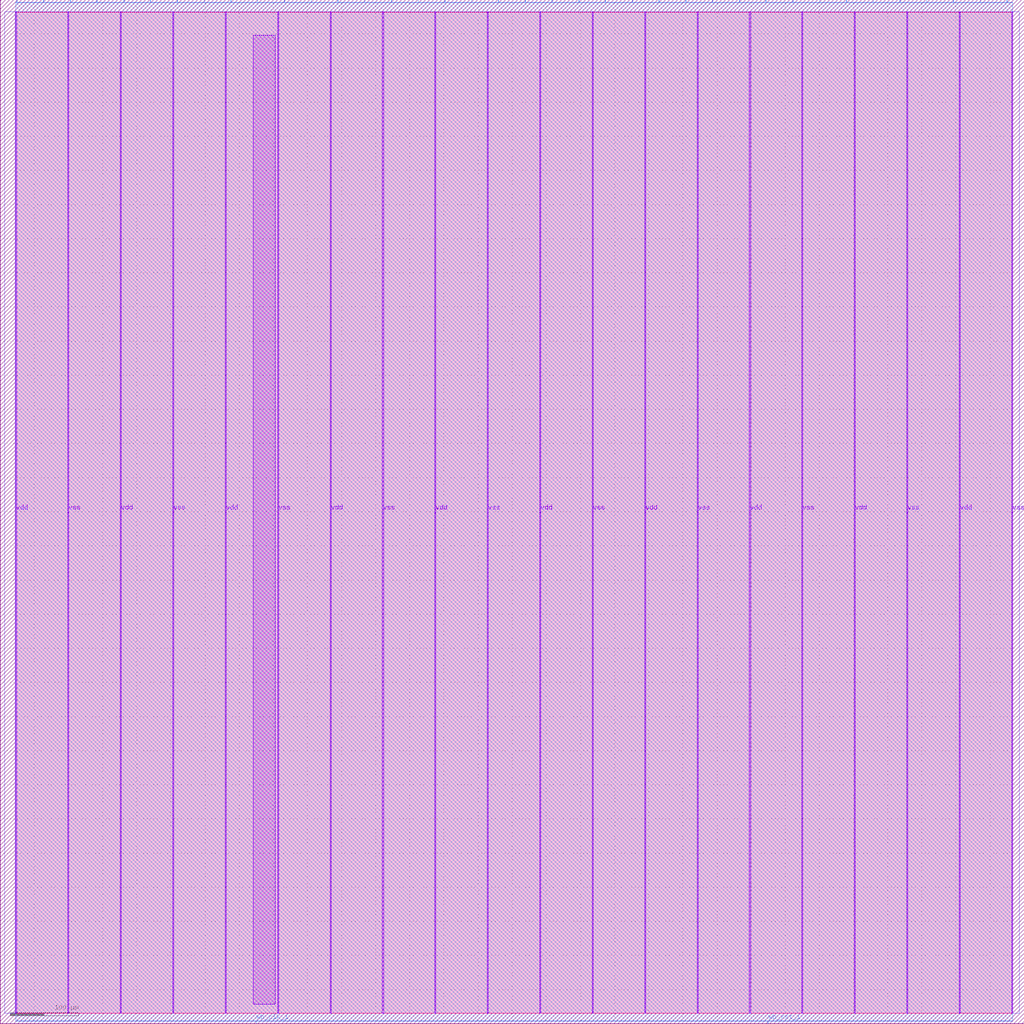
<source format=lef>
# Copyright 2022 GlobalFoundries PDK Authors
#
# Licensed under the Apache License, Version 2.0 (the "License");
# you may not use this file except in compliance with the License.
# You may obtain a copy of the License at
#
#      http://www.apache.org/licenses/LICENSE-2.0
#
# Unless required by applicable law or agreed to in writing, software
# distributed under the License is distributed on an "AS IS" BASIS,
# WITHOUT WARRANTIES OR CONDITIONS OF ANY KIND, either express or implied.
# See the License for the specific language governing permissions and
# limitations under the License.

##################################################################################
#
#           GLOBALFOUNDRIES
#
##################################################################################
#
# 180MCU Tech LEF File
# based on DRM DM-000013-01 Rev 13
# TFG-Version: 2.1.9
# Date: February 2018
#-------------------------------------------------------
# metal stack option: 5LM_1TM_9K
# Preferred routing directions:
# vertical:   Metal2 Metal4
# horizontal: Metal1 Metal3 Metal5
#------------------------------------------------------
# This Techfile contains not correct Parasitic Information.
# USE Appropriate parasitic files for Parasitic Extraction.
#------------------------------------------------------

VERSION 5.7 ;
BUSBITCHARS "[]" ;
DIVIDERCHAR "/" ;

UNITS
    DATABASE MICRONS 2000  ;
    CAPACITANCE PICOFARADS 1 ;
    CURRENT MILLIAMPS 1 ;
    RESISTANCE OHMS 1 ;
END UNITS

SITE GF018hv5v_mcu_sc7
  SYMMETRY X Y ;
  CLASS core ;
  SIZE 0.56 BY 3.92 ;
END GF018hv5v_mcu_sc7

PROPERTYDEFINITIONS
  LAYER LEF58_EOLENCLOSURE STRING ;
  LAYER LEF58_TYPE STRING ;
END PROPERTYDEFINITIONS

MANUFACTURINGGRID 0.0050 ;
CLEARANCEMEASURE EUCLIDEAN ;
USEMINSPACING OBS ON ;

LAYER Poly2
    TYPE MASTERSLICE ;
END Poly2

LAYER CON
    TYPE CUT ;
END CON



LAYER Metal1
    TYPE ROUTING ;
    DIRECTION HORIZONTAL ;

    PITCH 0.56 ;
    OFFSET 0.0 ;

    MINWIDTH 0.230 ;                   # Mn.1  (n=1)
    WIDTH 0.230 ;                      # Mn.1  (n=1)
    SPACING 0.230  ;                   # Mn.2a (n=1)
    SPACING 0.300 RANGE 10.005 999.00 ; # Mn.2b
    AREA 0.1444 ;                      # Mn.3

    THICKNESS 0.54 ;
    ANTENNAMODEL OXIDE1 ;
    ANTENNASIDEAREARATIO 400 ;

    DCCURRENTDENSITY AVERAGE 0.67 ;
    ACCURRENTDENSITY AVERAGE 1.00 ;

    CAPACITANCE CPERSQDIST 0.0000394 ;
    RESISTANCE RPERSQ 0.090000 ;

    MINIMUMDENSITY 30.0 ;
    DENSITYCHECKWINDOW 200.0 200.0 ;
    DENSITYCHECKSTEP 100.0 ;

END Metal1


LAYER Via1
  TYPE CUT ;
  SPACING 0.26 ;
  WIDTH   0.26 ;

  ENCLOSURE BELOW 0.00 0.06 ;
  ENCLOSURE ABOVE 0.01 0.06 ;
  PROPERTY LEF58_EOLENCLOSURE "
  	EOLENCLOSURE 0.34 0.06 ;" ;

  ARRAYSPACING CUTSPACING 0.36 ARRAYCUTS 4 SPACING 0.36 ; # Vn.2b

  ACCURRENTDENSITY AVERAGE 0.28 ;
  DCCURRENTDENSITY AVERAGE 0.18 ;
  ANTENNAMODEL OXIDE1 ;
  ANTENNAAREARATIO 20.0 ;
END Via1


LAYER Metal2
    TYPE ROUTING ;
    DIRECTION VERTICAL ;

    PITCH 0.56 ;
    OFFSET 0.0 ;

    MINWIDTH 0.280 ;
    WIDTH 0.280 ;                        # Mn.1  (n>1)
    SPACING 0.280 ;                      # Mn.2a (n>1)
    SPACING 0.300 RANGE 10.005 999.00 ;  # Mn.2b
    AREA 0.1444 ;                        # Mn.3

    THICKNESS 0.54 ;
    ANTENNAMODEL OXIDE1 ;
    ANTENNADIFFSIDEAREARATIO 400 ;
    ANTENNAGATEPLUSDIFF 2 ;

    DCCURRENTDENSITY AVERAGE 0.67 ;
    ACCURRENTDENSITY AVERAGE 1.00 ;

    CAPACITANCE CPERSQDIST 0.0000394 ;
    RESISTANCE RPERSQ 0.090000 ;

    MINIMUMDENSITY 30.0 ;
    DENSITYCHECKWINDOW 200.0 200.0 ;
    DENSITYCHECKSTEP 100.0 ;

END Metal2


LAYER Via2
  TYPE CUT ;
  SPACING 0.26 ;
  WIDTH   0.26 ;

  ENCLOSURE BELOW 0.01 0.06 ;
  ENCLOSURE ABOVE 0.01 0.06 ;

  # a bit conservative for Vn.3/4a without considering the protrusion length of 0.28
  PROPERTY LEF58_EOLENCLOSURE " EOLENCLOSURE 0.34 0.06 ; " ;

  ARRAYSPACING CUTSPACING 0.36 ARRAYCUTS 4 SPACING 0.36 ; # Vn.2b

  ACCURRENTDENSITY AVERAGE 0.28 ;
  DCCURRENTDENSITY AVERAGE 0.18 ;
  ANTENNAMODEL OXIDE1 ;
  ANTENNAAREARATIO 20.0 ;
END Via2


LAYER Metal3
    TYPE ROUTING ;
    DIRECTION HORIZONTAL ;

    PITCH 0.56 ;
    OFFSET 0.0 ;

    MINWIDTH 0.280 ;
    WIDTH 0.280 ;                        # Mn.1  (n>1)
    SPACING 0.280 ;                      # Mn.2a (n>1)
    SPACING 0.300 RANGE 10.005 999.00 ;  # Mn.2b
    AREA 0.1444 ;                        # Mn.3

    THICKNESS 0.54 ;
    ANTENNAMODEL OXIDE1 ;
    ANTENNADIFFSIDEAREARATIO 400 ;
    ANTENNAGATEPLUSDIFF 2 ;

    DCCURRENTDENSITY AVERAGE 0.67 ;
    ACCURRENTDENSITY AVERAGE 1.00 ;

    CAPACITANCE CPERSQDIST 0.0000394 ;
    RESISTANCE RPERSQ 0.090000 ;

    MINIMUMDENSITY 30.0 ;
    DENSITYCHECKWINDOW 200.0 200.0 ;
    DENSITYCHECKSTEP 100.0 ;

END Metal3


LAYER Via3
  TYPE CUT ;
  SPACING 0.26 ;
  WIDTH   0.26 ;

  ENCLOSURE BELOW 0.01 0.06 ;
  ENCLOSURE ABOVE 0.01 0.06 ;

  # a bit conservative for Vn.3/4a without considering the protrusion length of 0.28
  PROPERTY LEF58_EOLENCLOSURE " EOLENCLOSURE 0.34 0.06 ; " ;

  ARRAYSPACING CUTSPACING 0.36 ARRAYCUTS 4 SPACING 0.36 ; # Vn.2b

  ACCURRENTDENSITY AVERAGE 0.28 ;
  DCCURRENTDENSITY AVERAGE 0.18 ;
  ANTENNAMODEL OXIDE1 ;
  ANTENNAAREARATIO 20.0 ;
END Via3


LAYER Metal4
    TYPE ROUTING ;
    DIRECTION VERTICAL ;

    PITCH 0.56 ;
    OFFSET 0.0 ;

    MINWIDTH 0.280 ;
    WIDTH 0.280 ;                        # Mn.1  (n>1)
    SPACING 0.280 ;                      # Mn.2a (n>1)
    SPACING 0.300 RANGE 10.005 999.00 ;  # Mn.2b
    AREA 0.1444 ;                        # Mn.3

    THICKNESS 0.54 ;
    ANTENNAMODEL OXIDE1 ;
    ANTENNADIFFSIDEAREARATIO 400 ;
    ANTENNAGATEPLUSDIFF 2 ;

    DCCURRENTDENSITY AVERAGE 0.67 ;
    ACCURRENTDENSITY AVERAGE 1.00 ;

    CAPACITANCE CPERSQDIST 0.0000394 ;
    RESISTANCE RPERSQ 0.090000 ;

    MINIMUMDENSITY 30.0 ;
    DENSITYCHECKWINDOW 200.0 200.0 ;
    DENSITYCHECKSTEP 100.0 ;

END Metal4


LAYER Via4
  TYPE CUT ;
  SPACING 0.26 ;
  WIDTH   0.26 ;

  ENCLOSURE BELOW 0.01 0.06 ;
 # ENCLOSURE ABOVE 0.01 0.09 ;
  ENCLOSURE ABOVE 0.01 0.06 ;

  # a bit conservative for Vn.3/4a without considering the protrusion length of 0.28
  PROPERTY LEF58_EOLENCLOSURE " EOLENCLOSURE 0.34 0.06 ; " ;

  ARRAYSPACING CUTSPACING 0.36 ARRAYCUTS 4 SPACING 0.36 ; # Vn.2b

  ACCURRENTDENSITY AVERAGE 0.28 ;
  DCCURRENTDENSITY AVERAGE 0.18 ;
  ANTENNAMODEL OXIDE1 ;
  ANTENNAAREARATIO 20.0 ;
END Via4



LAYER Metal5
    TYPE ROUTING ;
    DIRECTION HORIZONTAL ;

    OFFSET 0.0 ;


    PITCH 0.9 ;
    MINWIDTH 0.440 ;
    WIDTH   0.440 ;                      # MT.1
    AREA    0.5625 ;                     # MT.4
    SPACING 0.460 ;                      # MT.2a
    SPACING 0.600 RANGE 10.005 999.00 ;  # MT.2b

    DCCURRENTDENSITY AVERAGE 1.21 ;
    ACCURRENTDENSITY AVERAGE 1.82 ;
    RESISTANCE RPERSQ 0.04000 ;

    THICKNESS 0.99 ;

    ANTENNAMODEL OXIDE1 ;
    ANTENNADIFFSIDEAREARATIO 400 ;
    ANTENNAGATEPLUSDIFF 2 ;

    CAPACITANCE CPERSQDIST 0.0000394 ;

    MINIMUMDENSITY 30.0 ;
    DENSITYCHECKWINDOW 200.0 200.0 ;
    DENSITYCHECKSTEP 100.0 ;

END Metal5



LAYER OVERLAP
  TYPE OVERLAP ;
END OVERLAP

LAYER PR_bndry
    TYPE MASTERSLICE ;
END PR_bndry


#------------------------------------------------------------
#  Via1 VIA SECTION
#------------------------------------------------------------
 VIA Via1_HH  DEFAULT
 LAYER Via1 ;
 RECT -0.130 -0.130 0.130 0.130 ;
 LAYER Metal1 ;
 RECT -0.190 -0.130 0.190 0.130 ;
 LAYER Metal2 ;
 RECT -0.190 -0.140 0.190 0.140 ;
 RESISTANCE 4.500 ;
 END Via1_HH

 VIA Via1_HV  DEFAULT
 LAYER Via1 ;
 RECT -0.130 -0.130 0.130 0.130 ;
 LAYER Metal1 ;
 RECT -0.190 -0.130 0.190 0.130 ;
 LAYER Metal2 ;
 RECT -0.140 -0.190 0.140 0.190 ;
 RESISTANCE 4.500 ;
 END Via1_HV

 VIA Via1_VH  DEFAULT
 LAYER Via1 ;
 RECT -0.130 -0.130 0.130 0.130 ;
 LAYER Metal1 ;
 RECT -0.130 -0.190 0.130 0.190 ;
 LAYER Metal2 ;
 RECT -0.190 -0.140 0.190 0.140 ;
 RESISTANCE 4.500 ;
 END Via1_VH

 VIA Via1_VV  DEFAULT
 LAYER Via1 ;
 RECT -0.130 -0.130 0.130 0.130 ;
 LAYER Metal1 ;
 RECT -0.130 -0.190 0.130 0.190 ;
 LAYER Metal2 ;
 RECT -0.140 -0.190 0.140 0.190 ;
 RESISTANCE 4.500 ;
 END Via1_VV

 VIA Via1_2CUT_H
 LAYER Via1 ;
 RECT -0.390 -0.130 -0.130 0.130 ;
 RECT 0.130 -0.130 0.390 0.130 ;
 LAYER Metal1 ;
 RECT -0.450 -0.130 0.450 0.130 ;
 LAYER Metal2 ;
 RECT -0.400 -0.190 0.400 0.190 ;
 END Via1_2CUT_H

 VIA Via1_2CUT_V
 LAYER Via1 ;
 RECT -0.130 -0.390 0.130 -0.130 ;
 RECT -0.130 0.130 0.130 0.390 ;
 LAYER Metal1 ;
 RECT -0.190 -0.390 0.190 0.390 ;
 LAYER Metal2 ;
 RECT -0.140 -0.450 0.140 0.450 ;
 END Via1_2CUT_V

 VIA Via1_2X2_0_60_10_60_H_H  DEFAULT
 LAYER Via1 ;
 RECT -0.390 -0.390 -0.130 -0.130 ;
 RECT 0.130 -0.390 0.390 -0.130 ;
 RECT -0.390 0.130 -0.130 0.390 ;
 RECT 0.130 0.130 0.390 0.390 ;
 LAYER Metal1 ;
 RECT -0.450 -0.390 0.450 0.390 ;
 LAYER Metal2 ;
 RECT -0.450 -0.400 0.450 0.400 ;
 END Via1_2X2_0_60_10_60_H_H

 VIA Via1_2X2_0_60_10_60_H_V  DEFAULT
 LAYER Via1 ;
 RECT -0.390 -0.390 -0.130 -0.130 ;
 RECT 0.130 -0.390 0.390 -0.130 ;
 RECT -0.390 0.130 -0.130 0.390 ;
 RECT 0.130 0.130 0.390 0.390 ;
 LAYER Metal1 ;
 RECT -0.450 -0.390 0.450 0.390 ;
 LAYER Metal2 ;
 RECT -0.400 -0.450 0.400 0.450 ;
 END Via1_2X2_0_60_10_60_H_V

 VIA Via1_2X2_0_60_10_60_V_H  DEFAULT
 LAYER Via1 ;
 RECT -0.390 -0.390 -0.130 -0.130 ;
 RECT 0.130 -0.390 0.390 -0.130 ;
 RECT -0.390 0.130 -0.130 0.390 ;
 RECT 0.130 0.130 0.390 0.390 ;
 LAYER Metal1 ;
 RECT -0.390 -0.450 0.390 0.450 ;
 LAYER Metal2 ;
 RECT -0.450 -0.400 0.450 0.400 ;
 END Via1_2X2_0_60_10_60_V_H

 VIA Via1_2X2_0_60_10_60_V_V  DEFAULT
 LAYER Via1 ;
 RECT -0.390 -0.390 -0.130 -0.130 ;
 RECT 0.130 -0.390 0.390 -0.130 ;
 RECT -0.390 0.130 -0.130 0.390 ;
 RECT 0.130 0.130 0.390 0.390 ;
 LAYER Metal1 ;
 RECT -0.390 -0.450 0.390 0.450 ;
 LAYER Metal2 ;
 RECT -0.400 -0.450 0.400 0.450 ;
 END Via1_2X2_0_60_10_60_V_V

VIARULE Via1_GEN_HH GENERATE
  LAYER Metal1 ;
    ENCLOSURE 0.060 0.000 ;
  LAYER Metal2 ;
    ENCLOSURE 0.060 0.010 ;
  LAYER Via1 ;
    RECT -0.130 -0.130 0.130 0.130 ;
    SPACING 0.520 BY 0.520 ;
END Via1_GEN_HH

VIARULE Via1_GEN_HV GENERATE
  LAYER Metal1 ;
    ENCLOSURE 0.060 0.000 ;
  LAYER Metal2 ;
    ENCLOSURE 0.010 0.060 ;
  LAYER Via1 ;
    RECT -0.130 -0.130 0.130 0.130 ;
    SPACING 0.520 BY 0.520 ;
END Via1_GEN_HV

VIARULE Via1_GEN_VH GENERATE
  LAYER Metal1 ;
    ENCLOSURE 0.000 0.060 ;
  LAYER Metal2 ;
    ENCLOSURE 0.060 0.010 ;
  LAYER Via1 ;
    RECT -0.130 -0.130 0.130 0.130 ;
    SPACING 0.520 BY 0.520 ;
END Via1_GEN_VH

VIARULE Via1_GEN_VV GENERATE
  LAYER Metal1 ;
    ENCLOSURE 0.000 0.060 ;
  LAYER Metal2 ;
    ENCLOSURE 0.010 0.060 ;
  LAYER Via1 ;
    RECT -0.130 -0.130 0.130 0.130 ;
    SPACING 0.520 BY 0.520 ;
END Via1_GEN_VV

 VIA Via1_4X4H_HH_DEFAULT  DEFAULT
 LAYER Via1 ;
 RECT -1.060 -1.060 -0.800 -0.800 ;
 RECT -0.440 -1.060 -0.180 -0.800 ;
 RECT 0.180 -1.060 0.440 -0.800 ;
 RECT 0.800 -1.060 1.060 -0.800 ;
 RECT -1.060 -0.440 -0.800 -0.180 ;
 RECT -0.440 -0.440 -0.180 -0.180 ;
 RECT 0.180 -0.440 0.440 -0.180 ;
 RECT 0.800 -0.440 1.060 -0.180 ;
 RECT -1.060 0.180 -0.800 0.440 ;
 RECT -0.440 0.180 -0.180 0.440 ;
 RECT 0.180 0.180 0.440 0.440 ;
 RECT 0.800 0.180 1.060 0.440 ;
 RECT -1.060 0.800 -0.800 1.060 ;
 RECT -0.440 0.800 -0.180 1.060 ;
 RECT 0.180 0.800 0.440 1.060 ;
 RECT 0.800 0.800 1.060 1.060 ;
 LAYER Metal1 ;
 RECT -1.120 -1.060 1.120 1.060 ;
 LAYER Metal2 ;
 RECT -1.120 -1.070 1.120 1.070 ;
 END Via1_4X4H_HH_DEFAULT

 VIA Via1_4X4H_HV_DEFAULT  DEFAULT
 LAYER Via1 ;
 RECT -1.060 -1.060 -0.800 -0.800 ;
 RECT -0.440 -1.060 -0.180 -0.800 ;
 RECT 0.180 -1.060 0.440 -0.800 ;
 RECT 0.800 -1.060 1.060 -0.800 ;
 RECT -1.060 -0.440 -0.800 -0.180 ;
 RECT -0.440 -0.440 -0.180 -0.180 ;
 RECT 0.180 -0.440 0.440 -0.180 ;
 RECT 0.800 -0.440 1.060 -0.180 ;
 RECT -1.060 0.180 -0.800 0.440 ;
 RECT -0.440 0.180 -0.180 0.440 ;
 RECT 0.180 0.180 0.440 0.440 ;
 RECT 0.800 0.180 1.060 0.440 ;
 RECT -1.060 0.800 -0.800 1.060 ;
 RECT -0.440 0.800 -0.180 1.060 ;
 RECT 0.180 0.800 0.440 1.060 ;
 RECT 0.800 0.800 1.060 1.060 ;
 LAYER Metal1 ;
 RECT -1.120 -1.060 1.120 1.060 ;
 LAYER Metal2 ;
 RECT -1.070 -1.120 1.070 1.120 ;
 END Via1_4X4H_HV_DEFAULT

 VIA Via1_4X4H_VH_DEFAULT  DEFAULT
 LAYER Via1 ;
 RECT -1.060 -1.060 -0.800 -0.800 ;
 RECT -0.440 -1.060 -0.180 -0.800 ;
 RECT 0.180 -1.060 0.440 -0.800 ;
 RECT 0.800 -1.060 1.060 -0.800 ;
 RECT -1.060 -0.440 -0.800 -0.180 ;
 RECT -0.440 -0.440 -0.180 -0.180 ;
 RECT 0.180 -0.440 0.440 -0.180 ;
 RECT 0.800 -0.440 1.060 -0.180 ;
 RECT -1.060 0.180 -0.800 0.440 ;
 RECT -0.440 0.180 -0.180 0.440 ;
 RECT 0.180 0.180 0.440 0.440 ;
 RECT 0.800 0.180 1.060 0.440 ;
 RECT -1.060 0.800 -0.800 1.060 ;
 RECT -0.440 0.800 -0.180 1.060 ;
 RECT 0.180 0.800 0.440 1.060 ;
 RECT 0.800 0.800 1.060 1.060 ;
 LAYER Metal1 ;
 RECT -1.060 -1.120 1.060 1.120 ;
 LAYER Metal2 ;
 RECT -1.120 -1.070 1.120 1.070 ;
 END Via1_4X4H_VH_DEFAULT

 VIA Via1_4X4H_VV_DEFAULT  DEFAULT
 LAYER Via1 ;
 RECT -1.060 -1.060 -0.800 -0.800 ;
 RECT -0.440 -1.060 -0.180 -0.800 ;
 RECT 0.180 -1.060 0.440 -0.800 ;
 RECT 0.800 -1.060 1.060 -0.800 ;
 RECT -1.060 -0.440 -0.800 -0.180 ;
 RECT -0.440 -0.440 -0.180 -0.180 ;
 RECT 0.180 -0.440 0.440 -0.180 ;
 RECT 0.800 -0.440 1.060 -0.180 ;
 RECT -1.060 0.180 -0.800 0.440 ;
 RECT -0.440 0.180 -0.180 0.440 ;
 RECT 0.180 0.180 0.440 0.440 ;
 RECT 0.800 0.180 1.060 0.440 ;
 RECT -1.060 0.800 -0.800 1.060 ;
 RECT -0.440 0.800 -0.180 1.060 ;
 RECT 0.180 0.800 0.440 1.060 ;
 RECT 0.800 0.800 1.060 1.060 ;
 LAYER Metal1 ;
 RECT -1.060 -1.120 1.060 1.120 ;
 LAYER Metal2 ;
 RECT -1.070 -1.120 1.070 1.120 ;
 END Via1_4X4H_VV_DEFAULT

#------------------------------------------------------------
#  Via2 VIA SECTION
#------------------------------------------------------------
 VIA Via2_HH  DEFAULT
 LAYER Via2 ;
 RECT -0.130 -0.130 0.130 0.130 ;
 LAYER Metal2 ;
 RECT -0.190 -0.140 0.190 0.140 ;
 LAYER Metal3 ;
 RECT -0.190 -0.140 0.190 0.140 ;
 RESISTANCE 4.500 ;
 END Via2_HH

 VIA Via2_HV  DEFAULT
 LAYER Via2 ;
 RECT -0.130 -0.130 0.130 0.130 ;
 LAYER Metal2 ;
 RECT -0.190 -0.140 0.190 0.140 ;
 LAYER Metal3 ;
 RECT -0.140 -0.190 0.140 0.190 ;
 RESISTANCE 4.500 ;
 END Via2_HV

 VIA Via2_VH  DEFAULT
 LAYER Via2 ;
 RECT -0.130 -0.130 0.130 0.130 ;
 LAYER Metal2 ;
 RECT -0.140 -0.190 0.140 0.190 ;
 LAYER Metal3 ;
 RECT -0.190 -0.140 0.190 0.140 ;
 RESISTANCE 4.500 ;
 END Via2_VH

 VIA Via2_VV  DEFAULT
 LAYER Via2 ;
 RECT -0.130 -0.130 0.130 0.130 ;
 LAYER Metal2 ;
 RECT -0.140 -0.190 0.140 0.190 ;
 LAYER Metal3 ;
 RECT -0.140 -0.190 0.140 0.190 ;
 RESISTANCE 4.500 ;
 END Via2_VV

 VIA Via2_2CUT_H
 LAYER Via2 ;
 RECT -0.390 -0.130 -0.130 0.130 ;
 RECT 0.130 -0.130 0.390 0.130 ;
 LAYER Metal2 ;
 RECT -0.390 -0.190 0.390 0.190 ;
 LAYER Metal3 ;
 RECT -0.450 -0.140 0.450 0.140 ;
 END Via2_2CUT_H

 VIA Via2_2CUT_V
 LAYER Via2 ;
 RECT -0.130 -0.390 0.130 -0.130 ;
 RECT -0.130 0.130 0.130 0.390 ;
 LAYER Metal2 ;
 RECT -0.130 -0.450 0.130 0.450 ;
 LAYER Metal3 ;
 RECT -0.190 -0.400 0.190 0.400 ;
 END Via2_2CUT_V

 VIA Via2_2X2_0_60_10_60_H_H  DEFAULT
 LAYER Via2 ;
 RECT -0.390 -0.390 -0.130 -0.130 ;
 RECT 0.130 -0.390 0.390 -0.130 ;
 RECT -0.390 0.130 -0.130 0.390 ;
 RECT 0.130 0.130 0.390 0.390 ;
 LAYER Metal2 ;
 RECT -0.450 -0.390 0.450 0.390 ;
 LAYER Metal3 ;
 RECT -0.450 -0.400 0.450 0.400 ;
 END Via2_2X2_0_60_10_60_H_H

 VIA Via2_2X2_0_60_10_60_H_V  DEFAULT
 LAYER Via2 ;
 RECT -0.390 -0.390 -0.130 -0.130 ;
 RECT 0.130 -0.390 0.390 -0.130 ;
 RECT -0.390 0.130 -0.130 0.390 ;
 RECT 0.130 0.130 0.390 0.390 ;
 LAYER Metal2 ;
 RECT -0.450 -0.390 0.450 0.390 ;
 LAYER Metal3 ;
 RECT -0.400 -0.450 0.400 0.450 ;
 END Via2_2X2_0_60_10_60_H_V

 VIA Via2_2X2_0_60_10_60_V_H  DEFAULT
 LAYER Via2 ;
 RECT -0.390 -0.390 -0.130 -0.130 ;
 RECT 0.130 -0.390 0.390 -0.130 ;
 RECT -0.390 0.130 -0.130 0.390 ;
 RECT 0.130 0.130 0.390 0.390 ;
 LAYER Metal2 ;
 RECT -0.390 -0.450 0.390 0.450 ;
 LAYER Metal3 ;
 RECT -0.450 -0.400 0.450 0.400 ;
 END Via2_2X2_0_60_10_60_V_H

 VIA Via2_2X2_0_60_10_60_V_V  DEFAULT
 LAYER Via2 ;
 RECT -0.390 -0.390 -0.130 -0.130 ;
 RECT 0.130 -0.390 0.390 -0.130 ;
 RECT -0.390 0.130 -0.130 0.390 ;
 RECT 0.130 0.130 0.390 0.390 ;
 LAYER Metal2 ;
 RECT -0.390 -0.450 0.390 0.450 ;
 LAYER Metal3 ;
 RECT -0.400 -0.450 0.400 0.450 ;
 END Via2_2X2_0_60_10_60_V_V

VIARULE Via2_GEN_HH GENERATE
  LAYER Metal2 ;
    ENCLOSURE 0.060 0.010 ;
  LAYER Metal3 ;
    ENCLOSURE 0.060 0.010 ;
  LAYER Via2 ;
    RECT -0.130 -0.130 0.130 0.130 ;
    SPACING 0.520 BY 0.520 ;
END Via2_GEN_HH

VIARULE Via2_GEN_HV GENERATE
  LAYER Metal2 ;
    ENCLOSURE 0.060 0.010 ;
  LAYER Metal3 ;
    ENCLOSURE 0.010 0.060 ;
  LAYER Via2 ;
    RECT -0.130 -0.130 0.130 0.130 ;
    SPACING 0.520 BY 0.520 ;
END Via2_GEN_HV

VIARULE Via2_GEN_VH GENERATE
  LAYER Metal2 ;
    ENCLOSURE 0.010 0.060 ;
  LAYER Metal3 ;
    ENCLOSURE 0.060 0.010 ;
  LAYER Via2 ;
    RECT -0.130 -0.130 0.130 0.130 ;
    SPACING 0.520 BY 0.520 ;
END Via2_GEN_VH

VIARULE Via2_GEN_VV GENERATE
  LAYER Metal2 ;
    ENCLOSURE 0.010 0.060 ;
  LAYER Metal3 ;
    ENCLOSURE 0.010 0.060 ;
  LAYER Via2 ;
    RECT -0.130 -0.130 0.130 0.130 ;
    SPACING 0.520 BY 0.520 ;
END Via2_GEN_VV

 VIA Via2_4X4H_HH_DEFAULT  DEFAULT
 LAYER Via2 ;
 RECT -1.060 -1.060 -0.800 -0.800 ;
 RECT -0.440 -1.060 -0.180 -0.800 ;
 RECT 0.180 -1.060 0.440 -0.800 ;
 RECT 0.800 -1.060 1.060 -0.800 ;
 RECT -1.060 -0.440 -0.800 -0.180 ;
 RECT -0.440 -0.440 -0.180 -0.180 ;
 RECT 0.180 -0.440 0.440 -0.180 ;
 RECT 0.800 -0.440 1.060 -0.180 ;
 RECT -1.060 0.180 -0.800 0.440 ;
 RECT -0.440 0.180 -0.180 0.440 ;
 RECT 0.180 0.180 0.440 0.440 ;
 RECT 0.800 0.180 1.060 0.440 ;
 RECT -1.060 0.800 -0.800 1.060 ;
 RECT -0.440 0.800 -0.180 1.060 ;
 RECT 0.180 0.800 0.440 1.060 ;
 RECT 0.800 0.800 1.060 1.060 ;
 LAYER Metal2 ;
 RECT -1.120 -1.070 1.120 1.070 ;
 LAYER Metal3 ;
 RECT -1.120 -1.070 1.120 1.070 ;
 END Via2_4X4H_HH_DEFAULT

 VIA Via2_4X4H_HV_DEFAULT  DEFAULT
 LAYER Via2 ;
 RECT -1.060 -1.060 -0.800 -0.800 ;
 RECT -0.440 -1.060 -0.180 -0.800 ;
 RECT 0.180 -1.060 0.440 -0.800 ;
 RECT 0.800 -1.060 1.060 -0.800 ;
 RECT -1.060 -0.440 -0.800 -0.180 ;
 RECT -0.440 -0.440 -0.180 -0.180 ;
 RECT 0.180 -0.440 0.440 -0.180 ;
 RECT 0.800 -0.440 1.060 -0.180 ;
 RECT -1.060 0.180 -0.800 0.440 ;
 RECT -0.440 0.180 -0.180 0.440 ;
 RECT 0.180 0.180 0.440 0.440 ;
 RECT 0.800 0.180 1.060 0.440 ;
 RECT -1.060 0.800 -0.800 1.060 ;
 RECT -0.440 0.800 -0.180 1.060 ;
 RECT 0.180 0.800 0.440 1.060 ;
 RECT 0.800 0.800 1.060 1.060 ;
 LAYER Metal2 ;
 RECT -1.120 -1.070 1.120 1.070 ;
 LAYER Metal3 ;
 RECT -1.070 -1.120 1.070 1.120 ;
 END Via2_4X4H_HV_DEFAULT

 VIA Via2_4X4H_VH_DEFAULT  DEFAULT
 LAYER Via2 ;
 RECT -1.060 -1.060 -0.800 -0.800 ;
 RECT -0.440 -1.060 -0.180 -0.800 ;
 RECT 0.180 -1.060 0.440 -0.800 ;
 RECT 0.800 -1.060 1.060 -0.800 ;
 RECT -1.060 -0.440 -0.800 -0.180 ;
 RECT -0.440 -0.440 -0.180 -0.180 ;
 RECT 0.180 -0.440 0.440 -0.180 ;
 RECT 0.800 -0.440 1.060 -0.180 ;
 RECT -1.060 0.180 -0.800 0.440 ;
 RECT -0.440 0.180 -0.180 0.440 ;
 RECT 0.180 0.180 0.440 0.440 ;
 RECT 0.800 0.180 1.060 0.440 ;
 RECT -1.060 0.800 -0.800 1.060 ;
 RECT -0.440 0.800 -0.180 1.060 ;
 RECT 0.180 0.800 0.440 1.060 ;
 RECT 0.800 0.800 1.060 1.060 ;
 LAYER Metal2 ;
 RECT -1.070 -1.120 1.070 1.120 ;
 LAYER Metal3 ;
 RECT -1.120 -1.070 1.120 1.070 ;
 END Via2_4X4H_VH_DEFAULT

 VIA Via2_4X4H_VV_DEFAULT  DEFAULT
 LAYER Via2 ;
 RECT -1.060 -1.060 -0.800 -0.800 ;
 RECT -0.440 -1.060 -0.180 -0.800 ;
 RECT 0.180 -1.060 0.440 -0.800 ;
 RECT 0.800 -1.060 1.060 -0.800 ;
 RECT -1.060 -0.440 -0.800 -0.180 ;
 RECT -0.440 -0.440 -0.180 -0.180 ;
 RECT 0.180 -0.440 0.440 -0.180 ;
 RECT 0.800 -0.440 1.060 -0.180 ;
 RECT -1.060 0.180 -0.800 0.440 ;
 RECT -0.440 0.180 -0.180 0.440 ;
 RECT 0.180 0.180 0.440 0.440 ;
 RECT 0.800 0.180 1.060 0.440 ;
 RECT -1.060 0.800 -0.800 1.060 ;
 RECT -0.440 0.800 -0.180 1.060 ;
 RECT 0.180 0.800 0.440 1.060 ;
 RECT 0.800 0.800 1.060 1.060 ;
 LAYER Metal2 ;
 RECT -1.070 -1.120 1.070 1.120 ;
 LAYER Metal3 ;
 RECT -1.070 -1.120 1.070 1.120 ;
 END Via2_4X4H_VV_DEFAULT

#------------------------------------------------------------
#  Via3 VIA SECTION
#------------------------------------------------------------
 VIA Via3_HH  DEFAULT
 LAYER Via3 ;
 RECT -0.130 -0.130 0.130 0.130 ;
 LAYER Metal3 ;
 RECT -0.190 -0.140 0.190 0.140 ;
 LAYER Metal4 ;
 RECT -0.190 -0.140 0.190 0.140 ;
 RESISTANCE 4.500 ;
 END Via3_HH

 VIA Via3_HV  DEFAULT
 LAYER Via3 ;
 RECT -0.130 -0.130 0.130 0.130 ;
 LAYER Metal3 ;
 RECT -0.190 -0.140 0.190 0.140 ;
 LAYER Metal4 ;
 RECT -0.140 -0.190 0.140 0.190 ;
 RESISTANCE 4.500 ;
 END Via3_HV

 VIA Via3_VH  DEFAULT
 LAYER Via3 ;
 RECT -0.130 -0.130 0.130 0.130 ;
 LAYER Metal3 ;
 RECT -0.140 -0.190 0.140 0.190 ;
 LAYER Metal4 ;
 RECT -0.190 -0.140 0.190 0.140 ;
 RESISTANCE 4.500 ;
 END Via3_VH

 VIA Via3_VV  DEFAULT
 LAYER Via3 ;
 RECT -0.130 -0.130 0.130 0.130 ;
 LAYER Metal3 ;
 RECT -0.140 -0.190 0.140 0.190 ;
 LAYER Metal4 ;
 RECT -0.140 -0.190 0.140 0.190 ;
 RESISTANCE 4.500 ;
 END Via3_VV

 VIA Via3_2CUT_H
 LAYER Via3 ;
 RECT -0.390 -0.130 -0.130 0.130 ;
 RECT 0.130 -0.130 0.390 0.130 ;
 LAYER Metal3 ;
 RECT -0.450 -0.130 0.450 0.130 ;
 LAYER Metal4 ;
 RECT -0.400 -0.190 0.400 0.190 ;
 END Via3_2CUT_H

 VIA Via3_2CUT_V
 LAYER Via3 ;
 RECT -0.130 -0.390 0.130 -0.130 ;
 RECT -0.130 0.130 0.130 0.390 ;
 LAYER Metal3 ;
 RECT -0.190 -0.390 0.190 0.390 ;
 LAYER Metal4 ;
 RECT -0.140 -0.450 0.140 0.450 ;
 END Via3_2CUT_V

 VIA Via3_2X2_0_60_10_60_H_H  DEFAULT
 LAYER Via3 ;
 RECT -0.390 -0.390 -0.130 -0.130 ;
 RECT 0.130 -0.390 0.390 -0.130 ;
 RECT -0.390 0.130 -0.130 0.390 ;
 RECT 0.130 0.130 0.390 0.390 ;
 LAYER Metal3 ;
 RECT -0.450 -0.390 0.450 0.390 ;
 LAYER Metal4 ;
 RECT -0.450 -0.400 0.450 0.400 ;
 END Via3_2X2_0_60_10_60_H_H

 VIA Via3_2X2_0_60_10_60_H_V  DEFAULT
 LAYER Via3 ;
 RECT -0.390 -0.390 -0.130 -0.130 ;
 RECT 0.130 -0.390 0.390 -0.130 ;
 RECT -0.390 0.130 -0.130 0.390 ;
 RECT 0.130 0.130 0.390 0.390 ;
 LAYER Metal3 ;
 RECT -0.450 -0.390 0.450 0.390 ;
 LAYER Metal4 ;
 RECT -0.400 -0.450 0.400 0.450 ;
 END Via3_2X2_0_60_10_60_H_V

 VIA Via3_2X2_0_60_10_60_V_H  DEFAULT
 LAYER Via3 ;
 RECT -0.390 -0.390 -0.130 -0.130 ;
 RECT 0.130 -0.390 0.390 -0.130 ;
 RECT -0.390 0.130 -0.130 0.390 ;
 RECT 0.130 0.130 0.390 0.390 ;
 LAYER Metal3 ;
 RECT -0.390 -0.450 0.390 0.450 ;
 LAYER Metal4 ;
 RECT -0.450 -0.400 0.450 0.400 ;
 END Via3_2X2_0_60_10_60_V_H

 VIA Via3_2X2_0_60_10_60_V_V  DEFAULT
 LAYER Via3 ;
 RECT -0.390 -0.390 -0.130 -0.130 ;
 RECT 0.130 -0.390 0.390 -0.130 ;
 RECT -0.390 0.130 -0.130 0.390 ;
 RECT 0.130 0.130 0.390 0.390 ;
 LAYER Metal3 ;
 RECT -0.390 -0.450 0.390 0.450 ;
 LAYER Metal4 ;
 RECT -0.400 -0.450 0.400 0.450 ;
 END Via3_2X2_0_60_10_60_V_V

VIARULE Via3_GEN_HH GENERATE
  LAYER Metal3 ;
    ENCLOSURE 0.060 0.010 ;
  LAYER Metal4 ;
    ENCLOSURE 0.060 0.010 ;
  LAYER Via3 ;
    RECT -0.130 -0.130 0.130 0.130 ;
    SPACING 0.520 BY 0.520 ;
END Via3_GEN_HH

VIARULE Via3_GEN_HV GENERATE
  LAYER Metal3 ;
    ENCLOSURE 0.060 0.010 ;
  LAYER Metal4 ;
    ENCLOSURE 0.010 0.060 ;
  LAYER Via3 ;
    RECT -0.130 -0.130 0.130 0.130 ;
    SPACING 0.520 BY 0.520 ;
END Via3_GEN_HV

VIARULE Via3_GEN_VH GENERATE
  LAYER Metal3 ;
    ENCLOSURE 0.010 0.060 ;
  LAYER Metal4 ;
    ENCLOSURE 0.060 0.010 ;
  LAYER Via3 ;
    RECT -0.130 -0.130 0.130 0.130 ;
    SPACING 0.520 BY 0.520 ;
END Via3_GEN_VH

VIARULE Via3_GEN_VV GENERATE
  LAYER Metal3 ;
    ENCLOSURE 0.010 0.060 ;
  LAYER Metal4 ;
    ENCLOSURE 0.010 0.060 ;
  LAYER Via3 ;
    RECT -0.130 -0.130 0.130 0.130 ;
    SPACING 0.520 BY 0.520 ;
END Via3_GEN_VV

 VIA Via3_4X4H_HH_DEFAULT  DEFAULT
 LAYER Via3 ;
 RECT -1.060 -1.060 -0.800 -0.800 ;
 RECT -0.440 -1.060 -0.180 -0.800 ;
 RECT 0.180 -1.060 0.440 -0.800 ;
 RECT 0.800 -1.060 1.060 -0.800 ;
 RECT -1.060 -0.440 -0.800 -0.180 ;
 RECT -0.440 -0.440 -0.180 -0.180 ;
 RECT 0.180 -0.440 0.440 -0.180 ;
 RECT 0.800 -0.440 1.060 -0.180 ;
 RECT -1.060 0.180 -0.800 0.440 ;
 RECT -0.440 0.180 -0.180 0.440 ;
 RECT 0.180 0.180 0.440 0.440 ;
 RECT 0.800 0.180 1.060 0.440 ;
 RECT -1.060 0.800 -0.800 1.060 ;
 RECT -0.440 0.800 -0.180 1.060 ;
 RECT 0.180 0.800 0.440 1.060 ;
 RECT 0.800 0.800 1.060 1.060 ;
 LAYER Metal3 ;
 RECT -1.120 -1.070 1.120 1.070 ;
 LAYER Metal4 ;
 RECT -1.120 -1.070 1.120 1.070 ;
 END Via3_4X4H_HH_DEFAULT

 VIA Via3_4X4H_HV_DEFAULT  DEFAULT
 LAYER Via3 ;
 RECT -1.060 -1.060 -0.800 -0.800 ;
 RECT -0.440 -1.060 -0.180 -0.800 ;
 RECT 0.180 -1.060 0.440 -0.800 ;
 RECT 0.800 -1.060 1.060 -0.800 ;
 RECT -1.060 -0.440 -0.800 -0.180 ;
 RECT -0.440 -0.440 -0.180 -0.180 ;
 RECT 0.180 -0.440 0.440 -0.180 ;
 RECT 0.800 -0.440 1.060 -0.180 ;
 RECT -1.060 0.180 -0.800 0.440 ;
 RECT -0.440 0.180 -0.180 0.440 ;
 RECT 0.180 0.180 0.440 0.440 ;
 RECT 0.800 0.180 1.060 0.440 ;
 RECT -1.060 0.800 -0.800 1.060 ;
 RECT -0.440 0.800 -0.180 1.060 ;
 RECT 0.180 0.800 0.440 1.060 ;
 RECT 0.800 0.800 1.060 1.060 ;
 LAYER Metal3 ;
 RECT -1.120 -1.070 1.120 1.070 ;
 LAYER Metal4 ;
 RECT -1.070 -1.120 1.070 1.120 ;
 END Via3_4X4H_HV_DEFAULT

 VIA Via3_4X4H_VH_DEFAULT  DEFAULT
 LAYER Via3 ;
 RECT -1.060 -1.060 -0.800 -0.800 ;
 RECT -0.440 -1.060 -0.180 -0.800 ;
 RECT 0.180 -1.060 0.440 -0.800 ;
 RECT 0.800 -1.060 1.060 -0.800 ;
 RECT -1.060 -0.440 -0.800 -0.180 ;
 RECT -0.440 -0.440 -0.180 -0.180 ;
 RECT 0.180 -0.440 0.440 -0.180 ;
 RECT 0.800 -0.440 1.060 -0.180 ;
 RECT -1.060 0.180 -0.800 0.440 ;
 RECT -0.440 0.180 -0.180 0.440 ;
 RECT 0.180 0.180 0.440 0.440 ;
 RECT 0.800 0.180 1.060 0.440 ;
 RECT -1.060 0.800 -0.800 1.060 ;
 RECT -0.440 0.800 -0.180 1.060 ;
 RECT 0.180 0.800 0.440 1.060 ;
 RECT 0.800 0.800 1.060 1.060 ;
 LAYER Metal3 ;
 RECT -1.070 -1.120 1.070 1.120 ;
 LAYER Metal4 ;
 RECT -1.120 -1.070 1.120 1.070 ;
 END Via3_4X4H_VH_DEFAULT

 VIA Via3_4X4H_VV_DEFAULT  DEFAULT
 LAYER Via3 ;
 RECT -1.060 -1.060 -0.800 -0.800 ;
 RECT -0.440 -1.060 -0.180 -0.800 ;
 RECT 0.180 -1.060 0.440 -0.800 ;
 RECT 0.800 -1.060 1.060 -0.800 ;
 RECT -1.060 -0.440 -0.800 -0.180 ;
 RECT -0.440 -0.440 -0.180 -0.180 ;
 RECT 0.180 -0.440 0.440 -0.180 ;
 RECT 0.800 -0.440 1.060 -0.180 ;
 RECT -1.060 0.180 -0.800 0.440 ;
 RECT -0.440 0.180 -0.180 0.440 ;
 RECT 0.180 0.180 0.440 0.440 ;
 RECT 0.800 0.180 1.060 0.440 ;
 RECT -1.060 0.800 -0.800 1.060 ;
 RECT -0.440 0.800 -0.180 1.060 ;
 RECT 0.180 0.800 0.440 1.060 ;
 RECT 0.800 0.800 1.060 1.060 ;
 LAYER Metal3 ;
 RECT -1.070 -1.120 1.070 1.120 ;
 LAYER Metal4 ;
 RECT -1.070 -1.120 1.070 1.120 ;
 END Via3_4X4H_VV_DEFAULT

#------------------------------------------------------------
#  Via4 VIA SECTION
#------------------------------------------------------------
 VIA Via4_HH  DEFAULT
 LAYER Via4 ;
 RECT -0.130 -0.130 0.130 0.130 ;
 LAYER Metal4 ;
 RECT -0.190 -0.140 0.190 0.140 ;
 LAYER Metal5 ;
 RECT -0.220 -0.140 0.220 0.140 ;
 RESISTANCE 4.500 ;
 END Via4_HH

 VIA Via4_HV  DEFAULT
 LAYER Via4 ;
 RECT -0.130 -0.130 0.130 0.130 ;
 LAYER Metal4 ;
 RECT -0.190 -0.140 0.190 0.140 ;
 LAYER Metal5 ;
 RECT -0.140 -0.220 0.140 0.220 ;
 RESISTANCE 4.500 ;
 END Via4_HV

 VIA Via4_VH  DEFAULT
 LAYER Via4 ;
 RECT -0.130 -0.130 0.130 0.130 ;
 LAYER Metal4 ;
 RECT -0.140 -0.190 0.140 0.190 ;
 LAYER Metal5 ;
 RECT -0.220 -0.140 0.220 0.140 ;
 RESISTANCE 4.500 ;
 END Via4_VH

 VIA Via4_VV  DEFAULT
 LAYER Via4 ;
 RECT -0.130 -0.130 0.130 0.130 ;
 LAYER Metal4 ;
 RECT -0.140 -0.190 0.140 0.190 ;
 LAYER Metal5 ;
 RECT -0.140 -0.220 0.140 0.220 ;
 RESISTANCE 4.500 ;
 END Via4_VV

 VIA Via4_1_HH  DEFAULT
 LAYER Via4 ;
 RECT -0.130 -0.130 0.130 0.130 ;
 LAYER Metal4 ;
 RECT -0.190 -0.140 0.190 0.140 ;
 LAYER Metal5 ;
 RECT -0.190 -0.140 0.190 0.140 ;
 RESISTANCE 4.500 ;
 END Via4_1_HH

 VIA Via4_1_HV  DEFAULT
 LAYER Via4 ;
 RECT -0.130 -0.130 0.130 0.130 ;
 LAYER Metal4 ;
 RECT -0.190 -0.140 0.190 0.140 ;
 LAYER Metal5 ;
 RECT -0.140 -0.190 0.140 0.190 ;
 RESISTANCE 4.500 ;
 END Via4_1_HV

 VIA Via4_1_VH  DEFAULT
 LAYER Via4 ;
 RECT -0.130 -0.130 0.130 0.130 ;
 LAYER Metal4 ;
 RECT -0.140 -0.190 0.140 0.190 ;
 LAYER Metal5 ;
 RECT -0.190 -0.140 0.190 0.140 ;
 RESISTANCE 4.500 ;
 END Via4_1_VH

 VIA Via4_1_VV  DEFAULT
 LAYER Via4 ;
 RECT -0.130 -0.130 0.130 0.130 ;
 LAYER Metal4 ;
 RECT -0.140 -0.190 0.140 0.190 ;
 LAYER Metal5 ;
 RECT -0.140 -0.190 0.140 0.190 ;
 RESISTANCE 4.500 ;
 END Via4_1_VV

 VIA Via4_2CUT_H
 LAYER Via4 ;
 RECT -0.390 -0.130 -0.130 0.130 ;
 RECT 0.130 -0.130 0.390 0.130 ;
 LAYER Metal4 ;
 RECT -0.400 -0.190 0.400 0.190 ;
 LAYER Metal5 ;
 RECT -0.450 -0.140 0.450 0.140 ;
 END Via4_2CUT_H

 VIA Via4_2CUT_V
 LAYER Via4 ;
 RECT -0.130 -0.390 0.130 -0.130 ;
 RECT -0.130 0.130 0.130 0.390 ;
 LAYER Metal4 ;
 RECT -0.140 -0.450 0.140 0.450 ;
 LAYER Metal5 ;
 RECT -0.190 -0.400 0.190 0.400 ;
 END Via4_2CUT_V

 VIA Via4_2X2_10_60_10_60_H_H  DEFAULT
 LAYER Via4 ;
 RECT -0.390 -0.390 -0.130 -0.130 ;
 RECT 0.130 -0.390 0.390 -0.130 ;
 RECT -0.390 0.130 -0.130 0.390 ;
 RECT 0.130 0.130 0.390 0.390 ;
 LAYER Metal4 ;
 RECT -0.450 -0.400 0.450 0.400 ;
 LAYER Metal5 ;
 RECT -0.450 -0.400 0.450 0.400 ;
 END Via4_2X2_10_60_10_60_H_H

 VIA Via4_2X2_10_60_10_60_H_V  DEFAULT
 LAYER Via4 ;
 RECT -0.390 -0.390 -0.130 -0.130 ;
 RECT 0.130 -0.390 0.390 -0.130 ;
 RECT -0.390 0.130 -0.130 0.390 ;
 RECT 0.130 0.130 0.390 0.390 ;
 LAYER Metal4 ;
 RECT -0.450 -0.400 0.450 0.400 ;
 LAYER Metal5 ;
 RECT -0.400 -0.450 0.400 0.450 ;
 END Via4_2X2_10_60_10_60_H_V

 VIA Via4_2X2_10_60_10_60_V_H  DEFAULT
 LAYER Via4 ;
 RECT -0.390 -0.390 -0.130 -0.130 ;
 RECT 0.130 -0.390 0.390 -0.130 ;
 RECT -0.390 0.130 -0.130 0.390 ;
 RECT 0.130 0.130 0.390 0.390 ;
 LAYER Metal4 ;
 RECT -0.400 -0.450 0.400 0.450 ;
 LAYER Metal5 ;
 RECT -0.450 -0.400 0.450 0.400 ;
 END Via4_2X2_10_60_10_60_V_H

 VIA Via4_2X2_10_60_10_60_V_V  DEFAULT
 LAYER Via4 ;
 RECT -0.390 -0.390 -0.130 -0.130 ;
 RECT 0.130 -0.390 0.390 -0.130 ;
 RECT -0.390 0.130 -0.130 0.390 ;
 RECT 0.130 0.130 0.390 0.390 ;
 LAYER Metal4 ;
 RECT -0.400 -0.450 0.400 0.450 ;
 LAYER Metal5 ;
 RECT -0.400 -0.450 0.400 0.450 ;
 END Via4_2X2_10_60_10_60_V_V

VIARULE Via4_GEN_HH GENERATE
  LAYER Metal4 ;
    ENCLOSURE 0.060 0.010 ;
  LAYER Metal5 ;
    ENCLOSURE 0.090 0.010 ;
  LAYER Via4 ;
    RECT -0.130 -0.130 0.130 0.130 ;
    SPACING 0.520 BY 0.520 ;
END Via4_GEN_HH

VIARULE Via4_GEN_HV GENERATE
  LAYER Metal4 ;
    ENCLOSURE 0.060 0.010 ;
  LAYER Metal5 ;
    ENCLOSURE 0.010 0.090 ;
  LAYER Via4 ;
    RECT -0.130 -0.130 0.130 0.130 ;
    SPACING 0.520 BY 0.520 ;
END Via4_GEN_HV

VIARULE Via4_GEN_VH GENERATE
  LAYER Metal4 ;
    ENCLOSURE 0.010 0.060 ;
  LAYER Metal5 ;
    ENCLOSURE 0.090 0.010 ;
  LAYER Via4 ;
    RECT -0.130 -0.130 0.130 0.130 ;
    SPACING 0.520 BY 0.520 ;
END Via4_GEN_VH

VIARULE Via4_GEN_VV GENERATE
  LAYER Metal4 ;
    ENCLOSURE 0.010 0.060 ;
  LAYER Metal5 ;
    ENCLOSURE 0.010 0.090 ;
  LAYER Via4 ;
    RECT -0.130 -0.130 0.130 0.130 ;
    SPACING 0.520 BY 0.520 ;
END Via4_GEN_VV

VIARULE Via4_0_RULE GENERATE
  LAYER Metal4 ;
    ENCLOSURE 0.010 0.060 ;
  LAYER Metal5 ;
    ENCLOSURE 0.060 0.010 ;
  LAYER Via4 ;
    RECT -0.130 -0.130 0.130 0.130 ;
    SPACING 0.520 BY 0.520 ;
END Via4_0_RULE

VIARULE Via4_0 GENERATE
  LAYER Metal4 ;
    ENCLOSURE 0.010 0.060 ;
  LAYER Metal5 ;
    ENCLOSURE 0.010 0.060 ;
  LAYER Via4 ;
    RECT -0.130 -0.130 0.130 0.130 ;
    SPACING 0.520 BY 0.520 ;
END Via4_0

 VIA Via4_4X4H_HH_DEFAULT  DEFAULT
 LAYER Via4 ;
 RECT -1.060 -1.060 -0.800 -0.800 ;
 RECT -0.440 -1.060 -0.180 -0.800 ;
 RECT 0.180 -1.060 0.440 -0.800 ;
 RECT 0.800 -1.060 1.060 -0.800 ;
 RECT -1.060 -0.440 -0.800 -0.180 ;
 RECT -0.440 -0.440 -0.180 -0.180 ;
 RECT 0.180 -0.440 0.440 -0.180 ;
 RECT 0.800 -0.440 1.060 -0.180 ;
 RECT -1.060 0.180 -0.800 0.440 ;
 RECT -0.440 0.180 -0.180 0.440 ;
 RECT 0.180 0.180 0.440 0.440 ;
 RECT 0.800 0.180 1.060 0.440 ;
 RECT -1.060 0.800 -0.800 1.060 ;
 RECT -0.440 0.800 -0.180 1.060 ;
 RECT 0.180 0.800 0.440 1.060 ;
 RECT 0.800 0.800 1.060 1.060 ;
 LAYER Metal4 ;
 RECT -1.120 -1.070 1.120 1.070 ;
 LAYER Metal5 ;
 RECT -1.120 -1.070 1.120 1.070 ;
 END Via4_4X4H_HH_DEFAULT

 VIA Via4_4X4H_HV_DEFAULT  DEFAULT
 LAYER Via4 ;
 RECT -1.060 -1.060 -0.800 -0.800 ;
 RECT -0.440 -1.060 -0.180 -0.800 ;
 RECT 0.180 -1.060 0.440 -0.800 ;
 RECT 0.800 -1.060 1.060 -0.800 ;
 RECT -1.060 -0.440 -0.800 -0.180 ;
 RECT -0.440 -0.440 -0.180 -0.180 ;
 RECT 0.180 -0.440 0.440 -0.180 ;
 RECT 0.800 -0.440 1.060 -0.180 ;
 RECT -1.060 0.180 -0.800 0.440 ;
 RECT -0.440 0.180 -0.180 0.440 ;
 RECT 0.180 0.180 0.440 0.440 ;
 RECT 0.800 0.180 1.060 0.440 ;
 RECT -1.060 0.800 -0.800 1.060 ;
 RECT -0.440 0.800 -0.180 1.060 ;
 RECT 0.180 0.800 0.440 1.060 ;
 RECT 0.800 0.800 1.060 1.060 ;
 LAYER Metal4 ;
 RECT -1.120 -1.070 1.120 1.070 ;
 LAYER Metal5 ;
 RECT -1.070 -1.120 1.070 1.120 ;
 END Via4_4X4H_HV_DEFAULT

 VIA Via4_4X4H_VH_DEFAULT  DEFAULT
 LAYER Via4 ;
 RECT -1.060 -1.060 -0.800 -0.800 ;
 RECT -0.440 -1.060 -0.180 -0.800 ;
 RECT 0.180 -1.060 0.440 -0.800 ;
 RECT 0.800 -1.060 1.060 -0.800 ;
 RECT -1.060 -0.440 -0.800 -0.180 ;
 RECT -0.440 -0.440 -0.180 -0.180 ;
 RECT 0.180 -0.440 0.440 -0.180 ;
 RECT 0.800 -0.440 1.060 -0.180 ;
 RECT -1.060 0.180 -0.800 0.440 ;
 RECT -0.440 0.180 -0.180 0.440 ;
 RECT 0.180 0.180 0.440 0.440 ;
 RECT 0.800 0.180 1.060 0.440 ;
 RECT -1.060 0.800 -0.800 1.060 ;
 RECT -0.440 0.800 -0.180 1.060 ;
 RECT 0.180 0.800 0.440 1.060 ;
 RECT 0.800 0.800 1.060 1.060 ;
 LAYER Metal4 ;
 RECT -1.070 -1.120 1.070 1.120 ;
 LAYER Metal5 ;
 RECT -1.120 -1.070 1.120 1.070 ;
 END Via4_4X4H_VH_DEFAULT

 VIA Via4_4X4H_VV_DEFAULT  DEFAULT
 LAYER Via4 ;
 RECT -1.060 -1.060 -0.800 -0.800 ;
 RECT -0.440 -1.060 -0.180 -0.800 ;
 RECT 0.180 -1.060 0.440 -0.800 ;
 RECT 0.800 -1.060 1.060 -0.800 ;
 RECT -1.060 -0.440 -0.800 -0.180 ;
 RECT -0.440 -0.440 -0.180 -0.180 ;
 RECT 0.180 -0.440 0.440 -0.180 ;
 RECT 0.800 -0.440 1.060 -0.180 ;
 RECT -1.060 0.180 -0.800 0.440 ;
 RECT -0.440 0.180 -0.180 0.440 ;
 RECT 0.180 0.180 0.440 0.440 ;
 RECT 0.800 0.180 1.060 0.440 ;
 RECT -1.060 0.800 -0.800 1.060 ;
 RECT -0.440 0.800 -0.180 1.060 ;
 RECT 0.180 0.800 0.440 1.060 ;
 RECT 0.800 0.800 1.060 1.060 ;
 LAYER Metal4 ;
 RECT -1.070 -1.120 1.070 1.120 ;
 LAYER Metal5 ;
 RECT -1.070 -1.120 1.070 1.120 ;
 END Via4_4X4H_VV_DEFAULT



MACRO gf180mcu_fd_sc_mcu7t5v0__addf_1
  CLASS core ;
  FOREIGN gf180mcu_fd_sc_mcu7t5v0__addf_1 0.0 0.0 ;
  ORIGIN 0 0 ;
  SYMMETRY X Y ;
  SITE GF018hv5v_mcu_sc7 ;
  SIZE 18.48 BY 3.92 ;
  PIN A
    DIRECTION INPUT ;
    ANTENNAGATEAREA 2.272 ;
    PORT
      LAYER Metal1 ;
        POLYGON 1.615 1.77 3.47 1.77 3.47 2.15 1.615 2.15  ;
    END
  END A
  PIN B
    DIRECTION INPUT ;
    ANTENNAGATEAREA 2.272 ;
    PORT
      LAYER Metal1 ;
        POLYGON 14.64 1.795 17.07 1.795 17.07 2.15 14.64 2.15  ;
    END
  END B
  PIN CI
    DIRECTION INPUT ;
    ANTENNAGATEAREA 1.694 ;
    PORT
      LAYER Metal1 ;
        POLYGON 3.89 1.62 8.415 1.62 12.34 1.62 12.34 1.2 13.21 1.2 13.54 1.2 13.54 0.55 13.91 0.55 13.91 1.85 13.21 1.85 8.415 1.85 3.89 1.85  ;
    END
  END CI
  PIN CO
    DIRECTION OUTPUT ;
    ANTENNADIFFAREA 0.8932 ;
    PORT
      LAYER Metal1 ;
        POLYGON 17.45 0.79 17.83 0.79 17.83 3.37 17.45 3.37  ;
    END
  END CO
  PIN S
    DIRECTION OUTPUT ;
    ANTENNADIFFAREA 0.847 ;
    PORT
      LAYER Metal1 ;
        POLYGON 0.14 0.61 0.575 0.61 0.575 3.37 0.14 3.37  ;
    END
  END S
  PIN VDD
    DIRECTION INOUT ;
    USE power ;
    SHAPE ABUTMENT ;
    PORT
      LAYER Metal1 ;
        POLYGON 0 3.62 1.365 3.62 1.365 3.04 1.595 3.04 1.595 3.62 4.71 3.62 6.79 3.62 6.79 3.005 7.13 3.005 7.13 3.62 8.37 3.62 9.105 3.62 9.105 2.705 9.335 2.705 9.335 3.62 11.31 3.62 11.31 3.005 11.65 3.005 11.65 3.62 13.43 3.62 16.445 3.62 16.445 2.48 16.675 2.48 16.675 3.62 17.2 3.62 18.48 3.62 18.48 4.22 17.2 4.22 13.43 4.22 8.37 4.22 4.71 4.22 0 4.22  ;
    END
  END VDD
  PIN VSS
    DIRECTION INOUT ;
    USE ground ;
    SHAPE ABUTMENT ;
    PORT
      LAYER Metal1 ;
        POLYGON 0 -0.3 18.48 -0.3 18.48 0.3 16.675 0.3 16.675 0.765 16.445 0.765 16.445 0.3 11.65 0.3 11.65 0.915 11.31 0.915 11.31 0.3 9.59 0.3 9.59 1.09 9.25 1.09 9.25 0.3 7.13 0.3 7.13 0.915 6.79 0.915 6.79 0.3 1.595 0.3 1.595 0.87 1.365 0.87 1.365 0.3 0 0.3  ;
    END
  END VSS
  OBS
      LAYER Metal1 ;
        POLYGON 1.155 2.56 4.71 2.56 4.71 2.79 0.925 2.79 0.925 1.16 4.385 1.16 4.385 0.81 4.615 0.81 4.615 1.39 1.155 1.39  ;
        POLYGON 5.55 2.545 8.37 2.545 8.37 2.845 8.03 2.845 8.03 2.775 5.89 2.775 5.89 2.845 5.55 2.845  ;
        POLYGON 5.505 0.81 5.735 0.81 5.735 1.145 8.185 1.145 8.185 0.81 8.415 0.81 8.415 1.375 5.505 1.375  ;
        POLYGON 10.025 0.77 10.255 0.77 10.255 1.145 11.88 1.145 11.88 0.68 13.21 0.68 13.21 0.915 12.11 0.915 12.11 1.375 10.025 1.375  ;
        POLYGON 10.07 2.545 13.43 2.545 13.43 2.775 10.07 2.775  ;
        POLYGON 5.01 2.08 14.17 2.08 14.17 0.75 14.495 0.75 14.495 1.335 17.2 1.335 17.2 1.565 14.4 1.565 14.4 2.765 14.165 2.765 14.165 2.315 5.01 2.315  ;
  END
END gf180mcu_fd_sc_mcu7t5v0__addf_1
MACRO gf180mcu_fd_sc_mcu7t5v0__addf_2
  CLASS core ;
  FOREIGN gf180mcu_fd_sc_mcu7t5v0__addf_2 0.0 0.0 ;
  ORIGIN 0 0 ;
  SYMMETRY X Y ;
  SITE GF018hv5v_mcu_sc7 ;
  SIZE 20.16 BY 3.92 ;
  PIN A
    DIRECTION INPUT ;
    ANTENNAGATEAREA 2.372 ;
    PORT
      LAYER Metal1 ;
        POLYGON 2.605 1.76 4.13 1.76 4.13 2.16 2.605 2.16  ;
    END
  END A
  PIN B
    DIRECTION INPUT ;
    ANTENNAGATEAREA 2.372 ;
    PORT
      LAYER Metal1 ;
        POLYGON 15.58 1.76 17.335 1.76 17.335 2.16 16.7 2.16 16.7 3.37 16.34 3.37 16.34 2.16 15.58 2.16  ;
    END
  END B
  PIN CI
    DIRECTION INPUT ;
    ANTENNAGATEAREA 1.754 ;
    PORT
      LAYER Metal1 ;
        POLYGON 4.49 1.605 9.695 1.605 14.215 1.605 14.525 1.605 14.525 1.345 14.755 1.345 14.755 1.835 14.215 1.835 9.695 1.835 5.66 1.835 5.66 2.16 4.49 2.16  ;
    END
  END CI
  PIN CO
    DIRECTION OUTPUT ;
    ANTENNADIFFAREA 1.0452 ;
    PORT
      LAYER Metal1 ;
        POLYGON 18.37 0.55 18.96 0.55 18.96 3.37 18.37 3.37  ;
    END
  END CO
  PIN S
    DIRECTION OUTPUT ;
    ANTENNADIFFAREA 1.0062 ;
    PORT
      LAYER Metal1 ;
        POLYGON 1.22 0.55 1.68 0.55 1.68 3.37 1.22 3.37  ;
    END
  END S
  PIN VDD
    DIRECTION INOUT ;
    USE power ;
    SHAPE ABUTMENT ;
    PORT
      LAYER Metal1 ;
        POLYGON 0 3.62 0.385 3.62 0.385 2.46 0.615 2.46 0.615 3.62 2.37 3.62 2.37 3.285 2.71 3.285 2.71 3.62 5.83 3.62 7.95 3.62 7.95 3.005 8.29 3.005 8.29 3.62 9.79 3.62 10.53 3.62 10.53 2.845 10.87 2.845 10.87 3.62 12.49 3.62 12.49 3.005 12.83 3.005 12.83 3.62 14.31 3.62 17.405 3.62 17.405 2.48 17.635 2.48 17.635 3.62 18.12 3.62 19.445 3.62 19.445 2.48 19.675 2.48 19.675 3.62 20.16 3.62 20.16 4.22 18.12 4.22 14.31 4.22 9.79 4.22 5.83 4.22 0 4.22  ;
    END
  END VDD
  PIN VSS
    DIRECTION INOUT ;
    USE ground ;
    SHAPE ABUTMENT ;
    PORT
      LAYER Metal1 ;
        POLYGON 0 -0.3 20.16 -0.3 20.16 0.3 19.775 0.3 19.775 0.905 19.545 0.905 19.545 0.3 17.57 0.3 17.57 0.73 17.23 0.73 17.23 0.3 12.93 0.3 12.93 0.915 12.59 0.915 12.59 0.3 10.87 0.3 10.87 1.075 10.53 1.075 10.53 0.3 8.29 0.3 8.29 0.915 7.95 0.915 7.95 0.3 2.755 0.3 2.755 0.695 2.525 0.695 2.525 0.3 0.515 0.3 0.515 0.905 0.285 0.905 0.285 0.3 0 0.3  ;
    END
  END VSS
  OBS
      LAYER Metal1 ;
        POLYGON 2.17 2.61 5.83 2.61 5.83 2.845 1.94 2.845 1.94 0.925 5.545 0.925 5.545 0.78 5.775 0.78 5.775 1.155 2.17 1.155  ;
        POLYGON 6.665 0.79 6.895 0.79 6.895 1.145 9.465 1.145 9.465 0.79 9.695 0.79 9.695 1.375 6.665 1.375  ;
        POLYGON 6.71 2.54 9.79 2.54 9.79 2.775 6.71 2.775  ;
        POLYGON 11.305 0.79 11.535 0.79 11.535 1.145 13.985 1.145 13.985 0.79 14.215 0.79 14.215 1.375 11.305 1.375  ;
        POLYGON 11.24 2.545 14.31 2.545 14.31 2.775 11.24 2.775  ;
        POLYGON 6.07 2.065 15.105 2.065 15.105 0.78 15.335 0.78 15.335 1.085 18.12 1.085 18.12 2.23 17.89 2.23 17.89 1.315 15.335 1.315 15.335 3.14 15.105 3.14 15.105 2.295 6.07 2.295  ;
  END
END gf180mcu_fd_sc_mcu7t5v0__addf_2
MACRO gf180mcu_fd_sc_mcu7t5v0__addf_4
  CLASS core ;
  FOREIGN gf180mcu_fd_sc_mcu7t5v0__addf_4 0.0 0.0 ;
  ORIGIN 0 0 ;
  SYMMETRY X Y ;
  SITE GF018hv5v_mcu_sc7 ;
  SIZE 24.64 BY 3.92 ;
  PIN A
    DIRECTION INPUT ;
    ANTENNAGATEAREA 2.352 ;
    PORT
      LAYER Metal1 ;
        POLYGON 5.095 1.77 6.785 1.77 6.785 2.15 5.095 2.15  ;
    END
  END A
  PIN B
    DIRECTION INPUT ;
    ANTENNAGATEAREA 2.352 ;
    PORT
      LAYER Metal1 ;
        POLYGON 17.45 1.77 19.65 1.77 19.65 2.16 17.45 2.16  ;
    END
  END B
  PIN CI
    DIRECTION INPUT ;
    ANTENNAGATEAREA 1.734 ;
    PORT
      LAYER Metal1 ;
        POLYGON 7.33 1.625 11.86 1.625 12.325 1.625 12.325 0.65 12.755 0.65 12.755 1.625 16.615 1.625 17.11 1.625 17.11 1.855 16.615 1.855 11.86 1.855 7.33 1.855  ;
    END
  END CI
  PIN CO
    DIRECTION OUTPUT ;
    ANTENNADIFFAREA 2.5972 ;
    PORT
      LAYER Metal1 ;
        POLYGON 20.79 1.92 22.785 1.92 23.03 1.92 23.03 1.135 20.805 1.135 20.805 0.53 21.035 0.53 21.035 0.905 23.03 0.905 23.03 0.53 23.41 0.53 23.41 3.37 23.03 3.37 23.03 2.24 22.785 2.24 21.26 2.24 21.26 3.37 20.79 3.37  ;
    END
  END CO
  PIN S
    DIRECTION OUTPUT ;
    ANTENNADIFFAREA 2.4244 ;
    PORT
      LAYER Metal1 ;
        POLYGON 1.675 1.92 3.915 1.92 3.915 3.37 3.46 3.37 3.46 2.24 1.675 2.24 1.675 3.37 1.215 3.37 1.215 0.53 1.675 0.53 1.675 0.905 3.685 0.905 3.685 0.53 3.915 0.53 3.915 1.135 1.675 1.135  ;
    END
  END S
  PIN VDD
    DIRECTION INOUT ;
    USE power ;
    SHAPE ABUTMENT ;
    PORT
      LAYER Metal1 ;
        POLYGON 0 3.62 0.325 3.62 0.325 2.65 0.555 2.65 0.555 3.62 2.565 3.62 2.565 2.65 2.795 2.65 2.795 3.62 4.805 3.62 4.805 3.16 5.035 3.16 5.035 3.62 8.11 3.62 10.23 3.62 10.23 3.005 10.57 3.005 10.57 3.62 11.93 3.62 12.765 3.62 12.765 2.67 12.995 2.67 12.995 3.62 14.99 3.62 14.99 3.005 15.33 3.005 15.33 3.62 16.57 3.62 19.585 3.62 19.585 3.16 19.815 3.16 19.815 3.62 21.925 3.62 21.925 2.56 22.155 2.56 22.155 3.62 22.785 3.62 24.165 3.62 24.165 2.56 24.395 2.56 24.395 3.62 24.64 3.62 24.64 4.22 22.785 4.22 16.57 4.22 11.93 4.22 8.11 4.22 0 4.22  ;
    END
  END VDD
  PIN VSS
    DIRECTION INOUT ;
    USE ground ;
    SHAPE ABUTMENT ;
    PORT
      LAYER Metal1 ;
        POLYGON 0 -0.3 24.64 -0.3 24.64 0.3 24.395 0.3 24.395 0.765 24.165 0.765 24.165 0.3 22.21 0.3 22.21 0.67 21.87 0.67 21.87 0.3 19.915 0.3 19.915 0.765 19.685 0.765 19.685 0.3 15.33 0.3 15.33 0.915 14.99 0.915 14.99 0.3 13.215 0.3 13.215 1.135 12.985 1.135 12.985 0.3 10.57 0.3 10.57 0.915 10.23 0.915 10.23 0.3 5.09 0.3 5.09 0.675 4.75 0.675 4.75 0.3 2.85 0.3 2.85 0.675 2.505 0.675 2.505 0.3 0.555 0.3 0.555 0.87 0.325 0.87 0.325 0.3 0 0.3  ;
    END
  END VSS
  OBS
      LAYER Metal1 ;
        POLYGON 4.79 2.545 8.11 2.545 8.11 2.775 4.56 2.775 4.56 1.67 1.915 1.67 1.915 1.44 4.56 1.44 4.56 0.905 7.77 0.905 7.77 0.78 8.11 0.78 8.11 1.14 4.79 1.14  ;
        POLYGON 8.945 0.795 9.175 0.795 9.175 1.145 11.63 1.145 11.63 0.795 11.86 0.795 11.86 1.375 8.945 1.375  ;
        POLYGON 8.99 2.545 11.93 2.545 11.93 2.83 11.59 2.83 11.59 2.775 9.33 2.775 9.33 2.83 8.99 2.83  ;
        POLYGON 13.74 2.545 16.57 2.545 16.57 2.775 13.74 2.775  ;
        POLYGON 13.705 0.81 13.935 0.81 13.935 1.145 16.385 1.145 16.385 0.81 16.615 0.81 16.615 1.375 13.705 1.375  ;
        POLYGON 8.38 2.085 17.165 2.085 17.165 2.55 20.125 2.55 20.125 1.365 17.505 1.365 17.505 0.81 17.735 0.81 17.735 1.135 20.355 1.135 20.355 1.44 22.785 1.44 22.785 1.67 20.355 1.67 20.355 2.785 16.935 2.785 16.935 2.315 8.38 2.315  ;
  END
END gf180mcu_fd_sc_mcu7t5v0__addf_4
MACRO gf180mcu_fd_sc_mcu7t5v0__addh_1
  CLASS core ;
  FOREIGN gf180mcu_fd_sc_mcu7t5v0__addh_1 0.0 0.0 ;
  ORIGIN 0 0 ;
  SYMMETRY X Y ;
  SITE GF018hv5v_mcu_sc7 ;
  SIZE 10.08 BY 3.92 ;
  PIN A
    DIRECTION INPUT ;
    ANTENNAGATEAREA 1.175 ;
    PORT
      LAYER Metal1 ;
        POLYGON 1.505 1.77 3.27 1.77 3.27 2.365 5.865 2.365 5.865 1.87 6.095 1.87 6.095 2.595 2.775 2.595 2.775 2.15 1.505 2.15  ;
    END
  END A
  PIN B
    DIRECTION INPUT ;
    ANTENNAGATEAREA 1.175 ;
    PORT
      LAYER Metal1 ;
        POLYGON 3.725 1.79 5.51 1.79 5.51 2.135 3.725 2.135  ;
    END
  END B
  PIN CO
    DIRECTION OUTPUT ;
    ANTENNADIFFAREA 0.8954 ;
    PORT
      LAYER Metal1 ;
        POLYGON 0.14 0.65 0.575 0.65 0.575 3.37 0.14 3.37  ;
    END
  END CO
  PIN S
    DIRECTION OUTPUT ;
    ANTENNADIFFAREA 0.8954 ;
    PORT
      LAYER Metal1 ;
        POLYGON 8.975 0.65 9.735 0.65 9.735 3.37 9.405 3.37 9.405 1.68 8.975 1.68  ;
    END
  END S
  PIN VDD
    DIRECTION INOUT ;
    USE power ;
    SHAPE ABUTMENT ;
    PORT
      LAYER Metal1 ;
        POLYGON 0 3.62 1.365 3.62 1.365 3.23 1.595 3.23 1.595 3.62 3.59 3.62 3.59 3.285 3.93 3.285 3.93 3.62 4.33 3.62 4.33 3.285 4.67 3.285 4.67 3.62 8.205 3.62 8.205 3.075 8.435 3.075 8.435 3.62 9.055 3.62 10.08 3.62 10.08 4.22 9.055 4.22 0 4.22  ;
    END
  END VDD
  PIN VSS
    DIRECTION INOUT ;
    USE ground ;
    SHAPE ABUTMENT ;
    PORT
      LAYER Metal1 ;
        POLYGON 0 -0.3 10.08 -0.3 10.08 0.3 8.49 0.3 8.49 1.035 8.15 1.035 8.15 0.3 1.65 0.3 1.65 0.64 1.31 0.64 1.31 0.3 0 0.3  ;
    END
  END VSS
  OBS
      LAYER Metal1 ;
        POLYGON 4.23 0.53 7.25 0.53 7.25 1.035 6.91 1.035 6.91 0.76 4.57 0.76 4.57 1.035 4.23 1.035  ;
        POLYGON 1.155 2.77 2.37 2.77 2.37 3.1 3.11 3.1 3.11 2.825 6.415 2.825 6.415 1.74 7.91 1.74 7.91 1.97 6.645 1.97 6.645 3.055 3.34 3.055 3.34 3.33 2.14 3.33 2.14 3 0.925 3 0.925 0.87 3.475 0.87 3.475 0.81 3.85 0.81 3.85 1.1 1.155 1.1  ;
        POLYGON 7.01 3.01 7.12 3.01 7.12 2.375 8.14 2.375 8.14 1.495 5.57 1.495 5.57 0.99 5.91 0.99 5.91 1.265 8.37 1.265 8.37 1.91 9.055 1.91 9.055 2.25 8.37 2.25 8.37 2.61 7.35 2.61 7.35 3.24 7.01 3.24  ;
  END
END gf180mcu_fd_sc_mcu7t5v0__addh_1
MACRO gf180mcu_fd_sc_mcu7t5v0__addh_2
  CLASS core ;
  FOREIGN gf180mcu_fd_sc_mcu7t5v0__addh_2 0.0 0.0 ;
  ORIGIN 0 0 ;
  SYMMETRY X Y ;
  SITE GF018hv5v_mcu_sc7 ;
  SIZE 12.32 BY 3.92 ;
  PIN A
    DIRECTION INPUT ;
    ANTENNAGATEAREA 2.073 ;
    PORT
      LAYER Metal1 ;
        POLYGON 2.715 1.74 3.78 1.74 3.78 2.35 7.38 2.35 7.38 2.205 7.77 2.205 7.77 2.71 3.435 2.71 3.435 2.15 2.715 2.15  ;
    END
  END A
  PIN B
    DIRECTION INPUT ;
    ANTENNAGATEAREA 2.073 ;
    PORT
      LAYER Metal1 ;
        POLYGON 4.01 1.21 4.39 1.21 4.39 1.72 5.62 1.72 5.62 2.12 4.01 2.12  ;
    END
  END B
  PIN CO
    DIRECTION OUTPUT ;
    ANTENNADIFFAREA 1.1771 ;
    PORT
      LAYER Metal1 ;
        POLYGON 1.21 0.55 1.615 0.55 1.615 3.37 1.21 3.37  ;
    END
  END CO
  PIN S
    DIRECTION OUTPUT ;
    ANTENNADIFFAREA 0.9308 ;
    PORT
      LAYER Metal1 ;
        POLYGON 10.49 2.25 10.79 2.25 11.31 2.25 11.31 1.56 10.49 1.56 10.49 0.55 11.11 0.55 11.11 1.22 11.65 1.22 11.65 2.48 11.11 2.48 11.11 3.37 10.79 3.37 10.49 3.37  ;
    END
  END S
  PIN VDD
    DIRECTION INOUT ;
    USE power ;
    SHAPE ABUTMENT ;
    PORT
      LAYER Metal1 ;
        POLYGON 0 3.62 0.315 3.62 0.315 2.48 0.545 2.48 0.545 3.62 2.4 3.62 2.4 3.215 2.74 3.215 2.74 3.62 4.49 3.62 4.49 3.215 4.83 3.215 4.83 3.62 5.43 3.62 5.43 3.215 5.77 3.215 5.77 3.62 9.37 3.62 9.37 2.685 9.71 2.685 9.71 3.62 10.79 3.62 11.51 3.62 11.51 2.71 11.85 2.71 11.85 3.62 12.32 3.62 12.32 4.22 10.79 4.22 0 4.22  ;
    END
  END VDD
  PIN VSS
    DIRECTION INOUT ;
    USE ground ;
    SHAPE ABUTMENT ;
    PORT
      LAYER Metal1 ;
        POLYGON 0 -0.3 12.32 -0.3 12.32 0.3 11.895 0.3 11.895 0.78 11.665 0.78 11.665 0.3 9.655 0.3 9.655 0.78 9.425 0.78 9.425 0.3 2.735 0.3 2.735 0.94 2.505 0.94 2.505 0.3 0.495 0.3 0.495 0.985 0.265 0.985 0.265 0.3 0 0.3  ;
    END
  END VSS
  OBS
      LAYER Metal1 ;
        POLYGON 5.33 0.53 8.35 0.53 8.35 0.76 5.33 0.76  ;
        POLYGON 2.015 1.18 3.125 1.18 3.125 0.53 4.895 0.53 4.895 1.19 6.325 1.19 6.325 1.745 8.79 1.745 8.79 1.975 6.095 1.975 6.095 1.42 4.665 1.42 4.665 0.76 3.355 0.76 3.355 1.41 2.245 1.41 2.245 2.755 3.205 2.755 3.205 2.94 3.81 2.94 3.81 3.17 2.975 3.17 2.975 2.985 2.015 2.985  ;
        POLYGON 8.01 2.205 9.17 2.205 9.17 1.515 6.67 1.515 6.67 0.99 7.01 0.99 7.01 1.285 9.4 1.285 9.4 1.79 10.79 1.79 10.79 2.02 9.4 2.02 9.4 2.435 8.35 2.435 8.35 3.37 8.01 3.37  ;
  END
END gf180mcu_fd_sc_mcu7t5v0__addh_2
MACRO gf180mcu_fd_sc_mcu7t5v0__addh_4
  CLASS core ;
  FOREIGN gf180mcu_fd_sc_mcu7t5v0__addh_4 0.0 0.0 ;
  ORIGIN 0 0 ;
  SYMMETRY X Y ;
  SITE GF018hv5v_mcu_sc7 ;
  SIZE 22.4 BY 3.92 ;
  PIN A
    DIRECTION INPUT ;
    ANTENNAGATEAREA 3.696 ;
    PORT
      LAYER Metal1 ;
        POLYGON 1.1 1.685 1.33 1.685 1.33 2.015 3.905 2.015 3.905 1.8 5.845 1.8 5.845 2.015 10.47 2.015 10.47 2.245 1.1 2.245  ;
    END
  END A
  PIN B
    DIRECTION INPUT ;
    ANTENNAGATEAREA 3.696 ;
    PORT
      LAYER Metal1 ;
        POLYGON 1.64 1.2 3.965 1.2 3.965 1.305 6.585 1.305 6.585 1.555 7.62 1.555 7.62 1.785 6.355 1.785 6.355 1.57 3.47 1.57 3.47 1.775 1.64 1.775  ;
    END
  END B
  PIN CO
    DIRECTION OUTPUT ;
    ANTENNADIFFAREA 2.2701 ;
    PORT
      LAYER Metal1 ;
        POLYGON 13.17 1.035 13.56 1.035 13.56 1.77 15.9 1.77 15.9 1.035 16.24 1.035 16.24 2.885 15.85 2.885 15.85 2.15 13.51 2.15 13.51 2.885 13.17 2.885  ;
    END
  END CO
  PIN S
    DIRECTION OUTPUT ;
    ANTENNADIFFAREA 2.0903 ;
    PORT
      LAYER Metal1 ;
        POLYGON 18.22 2.245 19.86 2.245 20.25 2.245 20.25 1.37 18.22 1.37 18.22 0.54 18.605 0.54 18.605 1.135 20.25 1.135 20.25 0.65 20.845 0.65 20.845 3.39 20.25 3.39 20.25 2.48 19.86 2.48 18.56 2.48 18.56 3.39 18.22 3.39  ;
    END
  END S
  PIN VDD
    DIRECTION INOUT ;
    USE power ;
    SHAPE ABUTMENT ;
    PORT
      LAYER Metal1 ;
        POLYGON 0 3.62 0.245 3.62 0.245 3.145 0.475 3.145 0.475 3.62 2.335 3.62 2.335 3.105 2.565 3.105 2.565 3.62 4.425 3.62 4.425 3.105 4.655 3.105 4.655 3.62 8.3 3.62 8.3 3.445 8.64 3.445 8.64 3.62 12.045 3.62 12.045 3.285 12.385 3.285 12.385 3.62 14.51 3.62 14.51 3.285 14.85 3.285 14.85 3.62 17.125 3.62 17.125 2.73 17.355 2.73 17.355 3.62 19.395 3.62 19.395 2.73 19.625 2.73 19.625 3.62 19.86 3.62 21.605 3.62 21.605 2.73 21.835 2.73 21.835 3.62 22.4 3.62 22.4 4.22 19.86 4.22 0 4.22  ;
    END
  END VDD
  PIN VSS
    DIRECTION INOUT ;
    USE ground ;
    SHAPE ABUTMENT ;
    PORT
      LAYER Metal1 ;
        POLYGON 0 -0.3 22.4 -0.3 22.4 0.3 21.965 0.3 21.965 0.935 21.735 0.935 21.735 0.3 19.78 0.3 19.78 0.735 19.44 0.735 19.44 0.3 17.455 0.3 17.455 0.935 17.225 0.935 17.225 0.3 14.9 0.3 14.9 0.635 14.56 0.635 14.56 0.3 12.44 0.3 12.44 1.12 12.09 1.12 12.09 0.3 4.71 0.3 4.71 1.075 4.37 1.075 4.37 0.3 0.475 0.3 0.475 0.69 0.245 0.69 0.245 0.3 0 0.3  ;
    END
  END VSS
  OBS
      LAYER Metal1 ;
        POLYGON 5.72 0.63 11.1 0.63 11.1 1.075 10.76 1.075 10.76 0.86 8.64 0.86 8.64 0.915 8.3 0.915 8.3 0.86 6.06 0.86 6.06 1.075 5.72 1.075  ;
        POLYGON 0.87 2.525 10.7 2.525 10.7 1.815 12.88 1.815 12.88 2.045 10.93 2.045 10.93 2.755 3.69 2.755 3.69 3.39 3.35 3.39 3.35 2.815 1.6 2.815 1.6 3.39 1.255 3.39 1.255 2.815 0.64 2.815 0.64 1.09 1.025 1.09 1.025 0.54 2.67 0.54 2.67 0.77 1.255 0.77 1.255 1.32 0.87 1.32  ;
        POLYGON 5.72 2.985 11.385 2.985 11.385 2.825 12.89 2.825 12.89 3.115 13.825 3.115 13.825 2.75 15.545 2.75 15.545 3.115 16.47 3.115 16.47 0.76 15.565 0.76 15.565 1.235 14.03 1.235 14.03 0.76 12.92 0.76 12.92 1.585 9.64 1.585 9.64 1.38 7.885 1.38 7.885 1.325 6.84 1.325 6.84 1.09 8.115 1.09 8.115 1.145 9.64 1.145 9.64 1.09 9.98 1.09 9.98 1.35 12.69 1.35 12.69 0.53 14.26 0.53 14.26 1.005 15.335 1.005 15.335 0.53 16.7 0.53 16.7 1.74 19.86 1.74 19.86 1.97 16.7 1.97 16.7 3.345 15.315 3.345 15.315 2.98 14.055 2.98 14.055 3.345 12.66 3.345 12.66 3.055 11.615 3.055 11.615 3.215 5.72 3.215  ;
  END
END gf180mcu_fd_sc_mcu7t5v0__addh_4
MACRO gf180mcu_fd_sc_mcu7t5v0__and2_1
  CLASS core ;
  FOREIGN gf180mcu_fd_sc_mcu7t5v0__and2_1 0.0 0.0 ;
  ORIGIN 0 0 ;
  SYMMETRY X Y ;
  SITE GF018hv5v_mcu_sc7 ;
  SIZE 4.48 BY 3.92 ;
  PIN A1
    DIRECTION INPUT ;
    ANTENNAGATEAREA 0.519 ;
    PORT
      LAYER Metal1 ;
        POLYGON 0.66 1.54 1.02 1.54 1.02 2.81 0.66 2.81  ;
    END
  END A1
  PIN A2
    DIRECTION INPUT ;
    ANTENNAGATEAREA 0.519 ;
    PORT
      LAYER Metal1 ;
        POLYGON 1.78 1.54 2.14 1.54 2.14 3.37 1.78 3.37  ;
    END
  END A2
  PIN Z
    DIRECTION OUTPUT ;
    ANTENNADIFFAREA 0.8932 ;
    PORT
      LAYER Metal1 ;
        POLYGON 3.45 0.555 3.87 0.555 3.87 3.38 3.45 3.38  ;
    END
  END Z
  PIN VDD
    DIRECTION INOUT ;
    USE power ;
    SHAPE ABUTMENT ;
    PORT
      LAYER Metal1 ;
        POLYGON 0 3.62 0.245 3.62 0.245 3.225 0.475 3.225 0.475 3.62 2.605 3.62 2.605 2.53 2.835 2.53 2.835 3.62 3.175 3.62 4.48 3.62 4.48 4.22 3.175 4.22 0 4.22  ;
    END
  END VDD
  PIN VSS
    DIRECTION INOUT ;
    USE ground ;
    SHAPE ABUTMENT ;
    PORT
      LAYER Metal1 ;
        POLYGON 0 -0.3 4.48 -0.3 4.48 0.3 2.735 0.3 2.735 0.765 2.505 0.765 2.505 0.3 0 0.3  ;
    END
  END VSS
  OBS
      LAYER Metal1 ;
        POLYGON 0.245 0.805 0.475 0.805 0.475 1.055 3.175 1.055 3.175 1.985 2.945 1.985 2.945 1.29 1.495 1.29 1.495 3.325 1.265 3.325 1.265 1.29 0.245 1.29  ;
  END
END gf180mcu_fd_sc_mcu7t5v0__and2_1
MACRO gf180mcu_fd_sc_mcu7t5v0__and2_2
  CLASS core ;
  FOREIGN gf180mcu_fd_sc_mcu7t5v0__and2_2 0.0 0.0 ;
  ORIGIN 0 0 ;
  SYMMETRY X Y ;
  SITE GF018hv5v_mcu_sc7 ;
  SIZE 5.04 BY 3.92 ;
  PIN A1
    DIRECTION INPUT ;
    ANTENNAGATEAREA 1.024 ;
    PORT
      LAYER Metal1 ;
        POLYGON 0.66 1.065 1.02 1.065 1.02 2.24 0.66 2.24  ;
    END
  END A1
  PIN A2
    DIRECTION INPUT ;
    ANTENNAGATEAREA 1.024 ;
    PORT
      LAYER Metal1 ;
        POLYGON 1.77 1.515 2.13 1.515 2.13 3.37 1.77 3.37  ;
    END
  END A2
  PIN Z
    DIRECTION OUTPUT ;
    ANTENNADIFFAREA 1.0719 ;
    PORT
      LAYER Metal1 ;
        POLYGON 3.42 0.55 3.83 0.55 3.83 3.355 3.42 3.355  ;
    END
  END Z
  PIN VDD
    DIRECTION INOUT ;
    USE power ;
    SHAPE ABUTMENT ;
    PORT
      LAYER Metal1 ;
        POLYGON 0 3.62 0.26 3.62 0.26 2.545 0.49 2.545 0.49 3.62 2.52 3.62 2.52 2.53 2.75 2.53 2.75 3.62 3.19 3.62 4.56 3.62 4.56 2.53 4.79 2.53 4.79 3.62 5.04 3.62 5.04 4.22 3.19 4.22 0 4.22  ;
    END
  END VDD
  PIN VSS
    DIRECTION INOUT ;
    USE ground ;
    SHAPE ABUTMENT ;
    PORT
      LAYER Metal1 ;
        POLYGON 0 -0.3 5.04 -0.3 5.04 0.3 4.79 0.3 4.79 0.765 4.56 0.765 4.56 0.3 2.53 0.3 2.53 0.69 2.3 0.69 2.3 0.3 0 0.3  ;
    END
  END VSS
  OBS
      LAYER Metal1 ;
        POLYGON 0.195 0.55 1.51 0.55 1.51 0.93 3.19 0.93 3.19 1.755 2.96 1.755 2.96 1.165 1.51 1.165 1.51 3.355 1.28 3.355 1.28 0.78 0.195 0.78  ;
  END
END gf180mcu_fd_sc_mcu7t5v0__and2_2
MACRO gf180mcu_fd_sc_mcu7t5v0__and2_4
  CLASS core ;
  FOREIGN gf180mcu_fd_sc_mcu7t5v0__and2_4 0.0 0.0 ;
  ORIGIN 0 0 ;
  SYMMETRY X Y ;
  SITE GF018hv5v_mcu_sc7 ;
  SIZE 9.52 BY 3.92 ;
  PIN A1
    DIRECTION INPUT ;
    ANTENNAGATEAREA 2.055 ;
    PORT
      LAYER Metal1 ;
        POLYGON 1.03 1.21 3.515 1.21 3.515 1.56 1.03 1.56  ;
    END
  END A1
  PIN A2
    DIRECTION INPUT ;
    ANTENNAGATEAREA 2.055 ;
    PORT
      LAYER Metal1 ;
        POLYGON 0.54 1.8 4.125 1.8 4.125 2.15 0.54 2.15  ;
    END
  END A2
  PIN Z
    DIRECTION OUTPUT ;
    ANTENNADIFFAREA 2.0696 ;
    PORT
      LAYER Metal1 ;
        POLYGON 5.47 2.33 7.005 2.33 7.37 2.33 7.37 1.245 5.39 1.245 5.39 0.825 5.73 0.825 5.73 0.92 7.37 0.92 7.37 0.55 7.93 0.55 7.93 3.38 7.51 3.38 7.51 2.71 7.005 2.71 5.81 2.71 5.81 3.38 5.47 3.38  ;
    END
  END Z
  PIN VDD
    DIRECTION INOUT ;
    USE power ;
    SHAPE ABUTMENT ;
    PORT
      LAYER Metal1 ;
        POLYGON 0 3.62 0.245 3.62 0.245 2.53 0.475 2.53 0.475 3.62 2.285 3.62 2.285 3.04 2.515 3.04 2.515 3.62 4.325 3.62 4.325 3.04 4.555 3.04 4.555 3.62 6.545 3.62 6.545 3.04 6.775 3.04 6.775 3.62 7.005 3.62 8.585 3.62 8.585 2.53 8.815 2.53 8.815 3.62 9.52 3.62 9.52 4.22 7.005 4.22 0 4.22  ;
    END
  END VDD
  PIN VSS
    DIRECTION INOUT ;
    USE ground ;
    SHAPE ABUTMENT ;
    PORT
      LAYER Metal1 ;
        POLYGON 0 -0.3 9.52 -0.3 9.52 0.3 9.035 0.3 9.035 0.905 8.805 0.905 8.805 0.3 6.85 0.3 6.85 0.64 6.51 0.64 6.51 0.3 4.555 0.3 4.555 0.765 4.325 0.765 4.325 0.3 0.475 0.3 0.475 0.905 0.245 0.905 0.245 0.3 0 0.3  ;
    END
  END VSS
  OBS
      LAYER Metal1 ;
        POLYGON 1.21 2.53 4.765 2.53 4.765 1.23 3.865 1.23 3.865 0.825 2.265 0.825 2.265 0.595 4.095 0.595 4.095 0.995 4.995 0.995 4.995 1.585 7.005 1.585 7.005 1.815 4.995 1.815 4.995 2.76 3.59 2.76 3.59 3.38 3.25 3.38 3.25 2.76 1.55 2.76 1.55 3.38 1.21 3.38  ;
  END
END gf180mcu_fd_sc_mcu7t5v0__and2_4
MACRO gf180mcu_fd_sc_mcu7t5v0__and3_1
  CLASS core ;
  FOREIGN gf180mcu_fd_sc_mcu7t5v0__and3_1 0.0 0.0 ;
  ORIGIN 0 0 ;
  SYMMETRY X Y ;
  SITE GF018hv5v_mcu_sc7 ;
  SIZE 5.6 BY 3.92 ;
  PIN A1
    DIRECTION INPUT ;
    ANTENNAGATEAREA 0.4955 ;
    PORT
      LAYER Metal1 ;
        POLYGON 0.54 1.77 1.25 1.77 1.25 1.12 1.57 1.12 1.57 2.15 0.54 2.15  ;
    END
  END A1
  PIN A2
    DIRECTION INPUT ;
    ANTENNAGATEAREA 0.4955 ;
    PORT
      LAYER Metal1 ;
        POLYGON 1.8 1.12 2.12 1.12 2.12 2.415 1.8 2.415  ;
    END
  END A2
  PIN A3
    DIRECTION INPUT ;
    ANTENNAGATEAREA 0.4955 ;
    PORT
      LAYER Metal1 ;
        POLYGON 2.36 1.12 2.91 1.12 2.91 2.415 2.36 2.415  ;
    END
  END A3
  PIN Z
    DIRECTION OUTPUT ;
    ANTENNADIFFAREA 0.8756 ;
    PORT
      LAYER Metal1 ;
        POLYGON 4.57 0.65 5.01 0.65 5.01 3.38 4.57 3.38  ;
    END
  END Z
  PIN VDD
    DIRECTION INOUT ;
    USE power ;
    SHAPE ABUTMENT ;
    PORT
      LAYER Metal1 ;
        POLYGON 0 3.62 1.21 3.62 1.21 3.285 1.55 3.285 1.55 3.62 3.745 3.62 3.745 2.53 3.975 2.53 3.975 3.62 4.315 3.62 5.6 3.62 5.6 4.22 4.315 4.22 0 4.22  ;
    END
  END VDD
  PIN VSS
    DIRECTION INOUT ;
    USE ground ;
    SHAPE ABUTMENT ;
    PORT
      LAYER Metal1 ;
        POLYGON 0 -0.3 5.6 -0.3 5.6 0.3 3.875 0.3 3.875 1.09 3.645 1.09 3.645 0.3 0 0.3  ;
    END
  END VSS
  OBS
      LAYER Metal1 ;
        POLYGON 0.19 2.825 3.185 2.825 3.185 0.805 0.53 0.805 0.53 1.035 0.19 1.035 0.19 0.575 3.415 0.575 3.415 1.46 4.315 1.46 4.315 1.8 3.415 1.8 3.415 3.055 2.57 3.055 2.57 3.34 2.23 3.34 2.23 3.055 0.53 3.055 0.53 3.34 0.19 3.34  ;
  END
END gf180mcu_fd_sc_mcu7t5v0__and3_1
MACRO gf180mcu_fd_sc_mcu7t5v0__and3_2
  CLASS core ;
  FOREIGN gf180mcu_fd_sc_mcu7t5v0__and3_2 0.0 0.0 ;
  ORIGIN 0 0 ;
  SYMMETRY X Y ;
  SITE GF018hv5v_mcu_sc7 ;
  SIZE 6.16 BY 3.92 ;
  PIN A1
    DIRECTION INPUT ;
    ANTENNAGATEAREA 0.9815 ;
    PORT
      LAYER Metal1 ;
        POLYGON 0.66 1.16 1.02 1.16 1.02 2.29 0.66 2.29  ;
    END
  END A1
  PIN A2
    DIRECTION INPUT ;
    ANTENNAGATEAREA 0.9815 ;
    PORT
      LAYER Metal1 ;
        POLYGON 1.78 1.16 2.14 1.16 2.14 2.29 1.78 2.29  ;
    END
  END A2
  PIN A3
    DIRECTION INPUT ;
    ANTENNAGATEAREA 0.9815 ;
    PORT
      LAYER Metal1 ;
        POLYGON 2.865 1.16 3.26 1.16 3.26 2.29 2.865 2.29  ;
    END
  END A3
  PIN Z
    DIRECTION OUTPUT ;
    ANTENNADIFFAREA 1.0556 ;
    PORT
      LAYER Metal1 ;
        POLYGON 4.48 0.65 4.95 0.65 4.95 3.38 4.48 3.38  ;
    END
  END Z
  PIN VDD
    DIRECTION INOUT ;
    USE power ;
    SHAPE ABUTMENT ;
    PORT
      LAYER Metal1 ;
        POLYGON 0 3.62 1.32 3.62 1.32 3.16 1.55 3.16 1.55 3.62 3.36 3.62 3.36 3.16 3.59 3.16 3.59 3.62 4.25 3.62 5.58 3.62 5.58 2.53 5.81 2.53 5.81 3.62 6.16 3.62 6.16 4.22 4.25 4.22 0 4.22  ;
    END
  END VDD
  PIN VSS
    DIRECTION INOUT ;
    USE ground ;
    SHAPE ABUTMENT ;
    PORT
      LAYER Metal1 ;
        POLYGON 0 -0.3 6.16 -0.3 6.16 0.3 5.83 0.3 5.83 0.765 5.6 0.765 5.6 0.3 3.59 0.3 3.59 0.765 3.36 0.765 3.36 0.3 0 0.3  ;
    END
  END VSS
  OBS
      LAYER Metal1 ;
        POLYGON 0.245 2.655 1.285 2.655 1.285 0.865 0.235 0.865 0.235 0.635 1.515 0.635 1.515 2.655 4.02 2.655 4.02 1.445 4.25 1.445 4.25 2.91 0.585 2.91 0.585 3.355 0.245 3.355  ;
  END
END gf180mcu_fd_sc_mcu7t5v0__and3_2
MACRO gf180mcu_fd_sc_mcu7t5v0__and3_4
  CLASS core ;
  FOREIGN gf180mcu_fd_sc_mcu7t5v0__and3_4 0.0 0.0 ;
  ORIGIN 0 0 ;
  SYMMETRY X Y ;
  SITE GF018hv5v_mcu_sc7 ;
  SIZE 11.2 BY 3.92 ;
  PIN A1
    DIRECTION INPUT ;
    ANTENNAGATEAREA 2.132 ;
    PORT
      LAYER Metal1 ;
        POLYGON 2.165 1.24 5.025 1.24 5.025 1.56 2.165 1.56  ;
    END
  END A1
  PIN A2
    DIRECTION INPUT ;
    ANTENNAGATEAREA 2.132 ;
    PORT
      LAYER Metal1 ;
        POLYGON 1.79 1.8 5.38 1.8 5.38 2.125 1.79 2.125  ;
    END
  END A2
  PIN A3
    DIRECTION INPUT ;
    ANTENNAGATEAREA 2.132 ;
    PORT
      LAYER Metal1 ;
        POLYGON 0.465 1.8 1.22 1.8 1.22 1.025 1.56 1.025 1.56 2.355 5.695 2.355 5.695 1.62 6.11 1.62 6.11 2.585 1.22 2.585 1.22 2.125 0.465 2.125  ;
    END
  END A3
  PIN Z
    DIRECTION OUTPUT ;
    ANTENNADIFFAREA 2.0592 ;
    PORT
      LAYER Metal1 ;
        POLYGON 7.55 2.385 9.26 2.385 9.61 2.385 9.61 1.1 7.25 1.1 7.25 0.81 7.59 0.81 7.59 0.87 9.545 0.87 9.545 0.55 9.99 0.55 9.99 3.34 9.59 3.34 9.59 2.725 9.26 2.725 7.89 2.725 7.89 3.34 7.55 3.34  ;
    END
  END Z
  PIN VDD
    DIRECTION INOUT ;
    USE power ;
    SHAPE ABUTMENT ;
    PORT
      LAYER Metal1 ;
        POLYGON 0 3.62 0.245 3.62 0.245 2.53 0.475 2.53 0.475 3.62 2.23 3.62 2.23 3.285 2.57 3.285 2.57 3.62 4.27 3.62 4.27 3.285 4.61 3.285 4.61 3.62 6.53 3.62 6.53 3.285 6.87 3.285 6.87 3.62 8.57 3.62 8.57 3.285 8.91 3.285 8.91 3.62 9.26 3.62 10.665 3.62 10.665 2.53 10.895 2.53 10.895 3.62 11.2 3.62 11.2 4.22 9.26 4.22 0 4.22  ;
    END
  END VDD
  PIN VSS
    DIRECTION INOUT ;
    USE ground ;
    SHAPE ABUTMENT ;
    PORT
      LAYER Metal1 ;
        POLYGON 0 -0.3 11.2 -0.3 11.2 0.3 10.895 0.3 10.895 0.905 10.665 0.905 10.665 0.3 8.71 0.3 8.71 0.64 8.37 0.64 8.37 0.3 6.415 0.3 6.415 0.765 6.185 0.765 6.185 0.3 0.555 0.3 0.555 0.695 0.325 0.695 0.325 0.3 0 0.3  ;
    END
  END VSS
  OBS
      LAYER Metal1 ;
        POLYGON 1.21 2.825 6.625 2.825 6.625 1.285 5.5 1.285 5.5 0.76 3.25 0.76 3.25 0.53 5.755 0.53 5.755 1.055 6.855 1.055 6.855 1.5 9.26 1.5 9.26 1.84 6.855 1.84 6.855 3.055 1.21 3.055  ;
  END
END gf180mcu_fd_sc_mcu7t5v0__and3_4
MACRO gf180mcu_fd_sc_mcu7t5v0__and4_1
  CLASS core ;
  FOREIGN gf180mcu_fd_sc_mcu7t5v0__and4_1 0.0 0.0 ;
  ORIGIN 0 0 ;
  SYMMETRY X Y ;
  SITE GF018hv5v_mcu_sc7 ;
  SIZE 6.16 BY 3.92 ;
  PIN A1
    DIRECTION INPUT ;
    ANTENNAGATEAREA 0.552 ;
    PORT
      LAYER Metal1 ;
        POLYGON 0.66 1.77 1.56 1.77 1.56 2.19 1 2.19 1 3 0.66 3  ;
    END
  END A1
  PIN A2
    DIRECTION INPUT ;
    ANTENNAGATEAREA 0.552 ;
    PORT
      LAYER Metal1 ;
        POLYGON 1.015 1.21 2.13 1.21 2.13 2.41 1.79 2.41 1.79 1.54 1.015 1.54  ;
    END
  END A2
  PIN A3
    DIRECTION INPUT ;
    ANTENNAGATEAREA 0.552 ;
    PORT
      LAYER Metal1 ;
        POLYGON 2.36 1.21 3.43 1.21 3.43 1.57 2.7 1.57 2.7 2.41 2.36 2.41  ;
    END
  END A3
  PIN A4
    DIRECTION INPUT ;
    ANTENNAGATEAREA 0.552 ;
    PORT
      LAYER Metal1 ;
        POLYGON 3.215 1.8 4.78 1.8 4.78 2.12 3.215 2.12  ;
    END
  END A4
  PIN Z
    DIRECTION OUTPUT ;
    ANTENNADIFFAREA 0.8954 ;
    PORT
      LAYER Metal1 ;
        POLYGON 5.66 0.61 6.03 0.61 6.03 3.35 5.66 3.35  ;
    END
  END Z
  PIN VDD
    DIRECTION INOUT ;
    USE power ;
    SHAPE ABUTMENT ;
    PORT
      LAYER Metal1 ;
        POLYGON 0 3.62 0.25 3.62 0.25 3.285 0.59 3.285 0.59 3.62 2.29 3.62 2.29 3.285 2.63 3.285 2.63 3.62 4.55 3.62 4.55 3.285 4.89 3.285 4.89 3.62 5.385 3.62 6.16 3.62 6.16 4.22 5.385 4.22 0 4.22  ;
    END
  END VDD
  PIN VSS
    DIRECTION INOUT ;
    USE ground ;
    SHAPE ABUTMENT ;
    PORT
      LAYER Metal1 ;
        POLYGON 0 -0.3 6.16 -0.3 6.16 0.3 4.845 0.3 4.845 1.035 4.505 1.035 4.505 0.3 0 0.3  ;
    END
  END VSS
  OBS
      LAYER Metal1 ;
        POLYGON 1.27 2.825 5.155 2.825 5.155 1.505 3.77 1.505 3.77 0.76 0.535 0.76 0.535 1.09 0.305 1.09 0.305 0.53 4 0.53 4 1.265 5.385 1.265 5.385 3.055 3.65 3.055 3.65 3.39 3.31 3.39 3.31 3.055 1.61 3.055 1.61 3.39 1.27 3.39  ;
  END
END gf180mcu_fd_sc_mcu7t5v0__and4_1
MACRO gf180mcu_fd_sc_mcu7t5v0__and4_2
  CLASS core ;
  FOREIGN gf180mcu_fd_sc_mcu7t5v0__and4_2 0.0 0.0 ;
  ORIGIN 0 0 ;
  SYMMETRY X Y ;
  SITE GF018hv5v_mcu_sc7 ;
  SIZE 7.28 BY 3.92 ;
  PIN A1
    DIRECTION INPUT ;
    ANTENNAGATEAREA 0.9195 ;
    PORT
      LAYER Metal1 ;
        POLYGON 0.12 1.77 0.63 1.77 0.63 1.03 1 1.03 1 2.15 0.12 2.15  ;
    END
  END A1
  PIN A2
    DIRECTION INPUT ;
    ANTENNAGATEAREA 0.9195 ;
    PORT
      LAYER Metal1 ;
        POLYGON 1.23 1.77 1.75 1.77 1.75 1.03 2.12 1.03 2.12 2.15 1.23 2.15  ;
    END
  END A2
  PIN A3
    DIRECTION INPUT ;
    ANTENNAGATEAREA 0.9195 ;
    PORT
      LAYER Metal1 ;
        POLYGON 2.35 1.77 2.87 1.77 2.87 1.03 3.24 1.03 3.24 2.15 2.35 2.15  ;
    END
  END A3
  PIN A4
    DIRECTION INPUT ;
    ANTENNAGATEAREA 0.9195 ;
    PORT
      LAYER Metal1 ;
        POLYGON 3.47 1.77 4.595 1.77 4.595 2.15 3.47 2.15  ;
    END
  END A4
  PIN Z
    DIRECTION OUTPUT ;
    ANTENNADIFFAREA 1.0608 ;
    PORT
      LAYER Metal1 ;
        POLYGON 5.495 0.805 6.07 0.805 6.07 3.235 5.495 3.235  ;
    END
  END Z
  PIN VDD
    DIRECTION INOUT ;
    USE power ;
    SHAPE ABUTMENT ;
    PORT
      LAYER Metal1 ;
        POLYGON 0 3.62 0.3 3.62 0.3 3.16 0.53 3.16 0.53 3.62 2.285 3.62 2.285 3.28 2.625 3.28 2.625 3.62 4.325 3.62 4.325 3.285 4.665 3.285 4.665 3.62 5.23 3.62 6.6 3.62 6.6 2.65 6.83 2.65 6.83 3.62 7.28 3.62 7.28 4.22 5.23 4.22 0 4.22  ;
    END
  END VDD
  PIN VSS
    DIRECTION INOUT ;
    USE ground ;
    SHAPE ABUTMENT ;
    PORT
      LAYER Metal1 ;
        POLYGON 0 -0.3 7.28 -0.3 7.28 0.3 6.85 0.3 6.85 0.765 6.62 0.765 6.62 0.3 4.665 0.3 4.665 0.635 4.325 0.635 4.325 0.3 0 0.3  ;
    END
  END VSS
  OBS
      LAYER Metal1 ;
        POLYGON 1.26 2.79 5 2.79 5 1.095 3.845 1.095 3.845 0.78 0.235 0.78 0.235 0.55 4.075 0.55 4.075 0.865 5.23 0.865 5.23 3.02 1.26 3.02  ;
  END
END gf180mcu_fd_sc_mcu7t5v0__and4_2
MACRO gf180mcu_fd_sc_mcu7t5v0__and4_4
  CLASS core ;
  FOREIGN gf180mcu_fd_sc_mcu7t5v0__and4_4 0.0 0.0 ;
  ORIGIN 0 0 ;
  SYMMETRY X Y ;
  SITE GF018hv5v_mcu_sc7 ;
  SIZE 13.44 BY 3.92 ;
  PIN A1
    DIRECTION INPUT ;
    ANTENNAGATEAREA 1.884 ;
    PORT
      LAYER Metal1 ;
        POLYGON 1.215 1.77 2.34 1.77 2.34 1.445 3.87 1.445 3.87 1.675 2.57 1.675 2.57 2.135 1.215 2.135  ;
    END
  END A1
  PIN A2
    DIRECTION INPUT ;
    ANTENNAGATEAREA 1.884 ;
    PORT
      LAYER Metal1 ;
        POLYGON 2.825 1.905 5.42 1.905 5.42 1.8 7.545 1.8 7.545 2.135 2.825 2.135  ;
    END
  END A2
  PIN A3
    DIRECTION INPUT ;
    ANTENNAGATEAREA 1.884 ;
    PORT
      LAYER Metal1 ;
        POLYGON 0.96 0.68 3.89 0.68 3.89 0.985 4.235 0.985 4.235 0.99 7.17 0.99 7.17 1.38 6.83 1.38 6.83 1.22 4.005 1.22 4.005 1.215 2.05 1.215 2.05 1.385 0.96 1.385  ;
    END
  END A3
  PIN A4
    DIRECTION INPUT ;
    ANTENNAGATEAREA 1.884 ;
    PORT
      LAYER Metal1 ;
        POLYGON 0.14 1.77 0.985 1.77 0.985 2.365 7.96 2.365 7.96 1.645 8.28 1.645 8.28 2.595 0.14 2.595  ;
    END
  END A4
  PIN Z
    DIRECTION OUTPUT ;
    ANTENNADIFFAREA 1.9396 ;
    PORT
      LAYER Metal1 ;
        POLYGON 9.54 2.38 11.55 2.38 11.85 2.38 11.85 1.1 9.485 1.1 9.485 0.53 9.825 0.53 9.825 0.87 11.725 0.87 11.725 0.53 12.23 0.53 12.23 2.725 11.945 2.725 11.945 3.195 11.58 3.195 11.58 2.725 11.55 2.725 9.905 2.725 9.905 3.195 9.54 3.195  ;
    END
  END Z
  PIN VDD
    DIRECTION INOUT ;
    USE power ;
    SHAPE ABUTMENT ;
    PORT
      LAYER Metal1 ;
        POLYGON 0 3.62 0.26 3.62 0.26 3.005 0.49 3.005 0.49 3.62 2.245 3.62 2.245 3.285 2.585 3.285 2.585 3.62 4.285 3.62 4.285 3.285 4.625 3.285 4.625 3.62 6.325 3.62 6.325 3.285 6.665 3.285 6.665 3.62 8.365 3.62 8.365 3.285 8.705 3.285 8.705 3.62 10.585 3.62 10.585 3.215 10.925 3.215 10.925 3.62 11.55 3.62 12.68 3.62 12.68 2.69 12.91 2.69 12.91 3.62 13.44 3.62 13.44 4.22 11.55 4.22 0 4.22  ;
    END
  END VDD
  PIN VSS
    DIRECTION INOUT ;
    USE ground ;
    SHAPE ABUTMENT ;
    PORT
      LAYER Metal1 ;
        POLYGON 0 -0.3 13.44 -0.3 13.44 0.3 13.13 0.3 13.13 0.905 12.9 0.905 12.9 0.3 10.945 0.3 10.945 0.64 10.605 0.64 10.605 0.3 8.65 0.3 8.65 0.695 8.42 0.695 8.42 0.3 0.49 0.3 0.49 0.765 0.26 0.765 0.26 0.3 0 0.3  ;
    END
  END VSS
  OBS
      LAYER Metal1 ;
        POLYGON 1.185 2.825 8.86 2.825 8.86 1.155 7.96 1.155 7.96 0.76 4.285 0.76 4.285 0.53 8.19 0.53 8.19 0.925 9.09 0.925 9.09 1.525 11.55 1.525 11.55 1.755 9.09 1.755 9.09 3.055 1.185 3.055  ;
  END
END gf180mcu_fd_sc_mcu7t5v0__and4_4
MACRO gf180mcu_fd_sc_mcu7t5v0__antenna
  CLASS core ANTENNACELL ;
  FOREIGN gf180mcu_fd_sc_mcu7t5v0__antenna 0.0 0.0 ;
  ORIGIN 0 0 ;
  SYMMETRY X Y ;
  SITE GF018hv5v_mcu_sc7 ;
  SIZE 1.12 BY 3.92 ;
  PIN I
    DIRECTION INPUT ;
    ANTENNADIFFAREA 0.4104 ;
    PORT
      LAYER Metal1 ;
        POLYGON 0.14 0.81 0.475 0.81 0.475 2.71 0.14 2.71  ;
    END
  END I
  PIN VDD
    DIRECTION INOUT ;
    USE power ;
    SHAPE ABUTMENT ;
    PORT
      LAYER Metal1 ;
        POLYGON 0 3.62 1.12 3.62 1.12 4.22 0 4.22  ;
    END
  END VDD
  PIN VSS
    DIRECTION INOUT ;
    USE ground ;
    SHAPE ABUTMENT ;
    PORT
      LAYER Metal1 ;
        POLYGON 0 -0.3 1.12 -0.3 1.12 0.3 0 0.3  ;
    END
  END VSS
END gf180mcu_fd_sc_mcu7t5v0__antenna
MACRO gf180mcu_fd_sc_mcu7t5v0__aoi21_1
  CLASS core ;
  FOREIGN gf180mcu_fd_sc_mcu7t5v0__aoi21_1 0.0 0.0 ;
  ORIGIN 0 0 ;
  SYMMETRY X Y ;
  SITE GF018hv5v_mcu_sc7 ;
  SIZE 4.48 BY 3.92 ;
  PIN A1
    DIRECTION INPUT ;
    ANTENNAGATEAREA 1.0995 ;
    PORT
      LAYER Metal1 ;
        POLYGON 1.775 1.77 2.34 1.77 2.34 1.16 2.68 1.16 2.68 2.15 1.775 2.15  ;
    END
  END A1
  PIN A2
    DIRECTION INPUT ;
    ANTENNAGATEAREA 1.0995 ;
    PORT
      LAYER Metal1 ;
        POLYGON 0.115 1.77 0.66 1.77 0.66 1.16 1.01 1.16 1.01 2.15 0.115 2.15  ;
    END
  END A2
  PIN B
    DIRECTION INPUT ;
    ANTENNAGATEAREA 0.9135 ;
    PORT
      LAYER Metal1 ;
        POLYGON 2.91 1.77 3.475 1.77 3.475 1.16 3.815 1.16 3.815 2.15 2.91 2.15  ;
    END
  END B
  PIN ZN
    DIRECTION OUTPUT ;
    ANTENNADIFFAREA 1.1456 ;
    PORT
      LAYER Metal1 ;
        POLYGON 1.24 0.55 2.58 0.55 2.58 0.87 1.545 0.87 1.545 2.725 1.24 2.725  ;
    END
  END ZN
  PIN VDD
    DIRECTION INOUT ;
    USE power ;
    SHAPE ABUTMENT ;
    PORT
      LAYER Metal1 ;
        POLYGON 0 3.62 2.57 3.62 3.525 3.62 3.525 2.69 3.755 2.69 3.755 3.62 4.48 3.62 4.48 4.22 2.57 4.22 0 4.22  ;
    END
  END VDD
  PIN VSS
    DIRECTION INOUT ;
    USE ground ;
    SHAPE ABUTMENT ;
    PORT
      LAYER Metal1 ;
        POLYGON 0 -0.3 4.48 -0.3 4.48 0.3 3.855 0.3 3.855 0.765 3.625 0.765 3.625 0.3 0.475 0.3 0.475 0.765 0.245 0.765 0.245 0.3 0 0.3  ;
    END
  END VSS
  OBS
      LAYER Metal1 ;
        POLYGON 0.19 2.495 0.53 2.495 0.53 3.16 2.23 3.16 2.23 2.495 2.57 2.495 2.57 3.39 0.19 3.39  ;
  END
END gf180mcu_fd_sc_mcu7t5v0__aoi21_1
MACRO gf180mcu_fd_sc_mcu7t5v0__aoi21_2
  CLASS core ;
  FOREIGN gf180mcu_fd_sc_mcu7t5v0__aoi21_2 0.0 0.0 ;
  ORIGIN 0 0 ;
  SYMMETRY X Y ;
  SITE GF018hv5v_mcu_sc7 ;
  SIZE 7.28 BY 3.92 ;
  PIN A1
    DIRECTION INPUT ;
    ANTENNAGATEAREA 2.145 ;
    PORT
      LAYER Metal1 ;
        POLYGON 4 1.24 6.725 1.24 6.725 1.56 4 1.56  ;
    END
  END A1
  PIN A2
    DIRECTION INPUT ;
    ANTENNAGATEAREA 2.145 ;
    PORT
      LAYER Metal1 ;
        POLYGON 3.29 1.4 3.63 1.4 3.63 1.8 6.725 1.8 6.725 2.12 3.29 2.12  ;
    END
  END A2
  PIN B
    DIRECTION INPUT ;
    ANTENNAGATEAREA 1.893 ;
    PORT
      LAYER Metal1 ;
        POLYGON 0.58 1.8 2.28 1.8 2.28 2.125 0.58 2.125  ;
    END
  END B
  PIN ZN
    DIRECTION OUTPUT ;
    ANTENNADIFFAREA 2.0819 ;
    PORT
      LAYER Metal1 ;
        POLYGON 2.97 2.36 5.955 2.36 5.955 2.7 2.65 2.7 2.65 1.1 0.97 1.1 0.97 0.56 2.245 0.56 2.245 0.87 3.095 0.87 3.095 0.575 4.975 0.575 4.975 0.805 3.325 0.805 3.325 1.1 2.97 1.1  ;
    END
  END ZN
  PIN VDD
    DIRECTION INOUT ;
    USE power ;
    SHAPE ABUTMENT ;
    PORT
      LAYER Metal1 ;
        POLYGON 0 3.62 1.33 3.62 1.33 3.04 1.56 3.04 1.56 3.62 6.88 3.62 7.28 3.62 7.28 4.22 6.88 4.22 0 4.22  ;
    END
  END VDD
  PIN VSS
    DIRECTION INOUT ;
    USE ground ;
    SHAPE ABUTMENT ;
    PORT
      LAYER Metal1 ;
        POLYGON 0 -0.3 7.28 -0.3 7.28 0.3 6.88 0.3 6.88 0.765 6.65 0.765 6.65 0.3 2.835 0.3 2.835 0.64 2.495 0.64 2.495 0.3 0.54 0.3 0.54 0.765 0.31 0.765 0.31 0.3 0 0.3  ;
    END
  END VSS
  OBS
      LAYER Metal1 ;
        POLYGON 0.31 2.53 2.035 2.53 2.035 3.095 6.65 3.095 6.65 2.435 6.88 2.435 6.88 3.325 1.8 3.325 1.8 2.76 0.54 2.76 0.54 3.38 0.31 3.38  ;
  END
END gf180mcu_fd_sc_mcu7t5v0__aoi21_2
MACRO gf180mcu_fd_sc_mcu7t5v0__aoi21_4
  CLASS core ;
  FOREIGN gf180mcu_fd_sc_mcu7t5v0__aoi21_4 0.0 0.0 ;
  ORIGIN 0 0 ;
  SYMMETRY X Y ;
  SITE GF018hv5v_mcu_sc7 ;
  SIZE 13.44 BY 3.92 ;
  PIN A1
    DIRECTION INPUT ;
    ANTENNAGATEAREA 4.368 ;
    PORT
      LAYER Metal1 ;
        POLYGON 0.6 1.8 6.42 1.8 6.42 2.12 0.6 2.12  ;
    END
  END A1
  PIN A2
    DIRECTION INPUT ;
    ANTENNAGATEAREA 4.368 ;
    PORT
      LAYER Metal1 ;
        POLYGON 0.6 1.21 3.465 1.21 3.465 1.325 7.065 1.325 7.065 1.805 8.35 1.805 8.35 2.12 6.835 2.12 6.835 1.57 0.6 1.57  ;
    END
  END A2
  PIN B
    DIRECTION INPUT ;
    ANTENNAGATEAREA 3.624 ;
    PORT
      LAYER Metal1 ;
        POLYGON 9.295 1.79 12.79 1.79 12.79 2.15 9.295 2.15  ;
    END
  END B
  PIN ZN
    DIRECTION OUTPUT ;
    ANTENNADIFFAREA 3.8792 ;
    PORT
      LAYER Metal1 ;
        POLYGON 1.41 2.38 8.58 2.38 8.58 1.475 7.765 1.475 7.765 1.095 3.87 1.095 3.87 0.825 2.37 0.825 2.37 0.595 4.1 0.595 4.1 0.865 7.995 0.865 7.995 1.245 9.605 1.245 9.605 0.655 9.835 0.655 9.835 1.245 11.845 1.245 11.845 0.655 12.075 0.655 12.075 1.56 8.87 1.56 8.87 2.765 1.41 2.765  ;
    END
  END ZN
  PIN VDD
    DIRECTION INOUT ;
    USE power ;
    SHAPE ABUTMENT ;
    PORT
      LAYER Metal1 ;
        POLYGON 0 3.62 9.85 3.62 9.85 3.04 10.19 3.04 10.19 3.62 11.89 3.62 11.89 3.04 12.23 3.04 12.23 3.62 13.25 3.62 13.44 3.62 13.44 4.22 13.25 4.22 0 4.22  ;
    END
  END VDD
  PIN VSS
    DIRECTION INOUT ;
    USE ground ;
    SHAPE ABUTMENT ;
    PORT
      LAYER Metal1 ;
        POLYGON 0 -0.3 13.44 -0.3 13.44 0.3 13.195 0.3 13.195 1.215 12.965 1.215 12.965 0.3 11.01 0.3 11.01 1.015 10.67 1.015 10.67 0.3 8.59 0.3 8.59 0.98 8.25 0.98 8.25 0.3 4.67 0.3 4.67 0.635 4.33 0.635 4.33 0.3 0.695 0.3 0.695 0.69 0.465 0.69 0.465 0.3 0 0.3  ;
    END
  END VSS
  OBS
      LAYER Metal1 ;
        POLYGON 0.445 2.54 0.675 2.54 0.675 3.16 9.235 3.16 9.235 2.53 13.25 2.53 13.25 3.38 12.91 3.38 12.91 2.76 11.21 2.76 11.21 3.38 10.87 3.38 10.87 2.76 9.565 2.76 9.565 3.39 0.445 3.39  ;
  END
END gf180mcu_fd_sc_mcu7t5v0__aoi21_4
MACRO gf180mcu_fd_sc_mcu7t5v0__aoi22_1
  CLASS core ;
  FOREIGN gf180mcu_fd_sc_mcu7t5v0__aoi22_1 0.0 0.0 ;
  ORIGIN 0 0 ;
  SYMMETRY X Y ;
  SITE GF018hv5v_mcu_sc7 ;
  SIZE 5.04 BY 3.92 ;
  PIN A1
    DIRECTION INPUT ;
    ANTENNAGATEAREA 1.0965 ;
    PORT
      LAYER Metal1 ;
        POLYGON 2.92 0.55 3.24 0.55 3.24 2.15 2.92 2.15  ;
    END
  END A1
  PIN A2
    DIRECTION INPUT ;
    ANTENNAGATEAREA 1.0965 ;
    PORT
      LAYER Metal1 ;
        POLYGON 3.48 0.55 3.8 0.55 3.8 1.8 4.545 1.8 4.545 2.15 3.48 2.15  ;
    END
  END A2
  PIN B1
    DIRECTION INPUT ;
    ANTENNAGATEAREA 1.0965 ;
    PORT
      LAYER Metal1 ;
        POLYGON 1.8 0.55 2.12 0.55 2.12 2.15 1.8 2.15  ;
    END
  END B1
  PIN B2
    DIRECTION INPUT ;
    ANTENNAGATEAREA 1.0965 ;
    PORT
      LAYER Metal1 ;
        POLYGON 0.61 1.085 1.005 1.085 1.005 1.77 1.57 1.77 1.57 2.15 0.61 2.15  ;
    END
  END B2
  PIN ZN
    DIRECTION OUTPUT ;
    ANTENNADIFFAREA 1.0556 ;
    PORT
      LAYER Metal1 ;
        POLYGON 2.35 0.585 2.68 0.585 2.68 2.38 3.89 2.38 3.89 2.71 2.35 2.71  ;
    END
  END ZN
  PIN VDD
    DIRECTION INOUT ;
    USE power ;
    SHAPE ABUTMENT ;
    PORT
      LAYER Metal1 ;
        POLYGON 0 3.62 1.33 3.62 1.33 3.04 1.56 3.04 1.56 3.62 4.675 3.62 5.04 3.62 5.04 4.22 4.675 4.22 0 4.22  ;
    END
  END VDD
  PIN VSS
    DIRECTION INOUT ;
    USE ground ;
    SHAPE ABUTMENT ;
    PORT
      LAYER Metal1 ;
        POLYGON 0 -0.3 5.04 -0.3 5.04 0.3 4.62 0.3 4.62 0.905 4.39 0.905 4.39 0.3 0.54 0.3 0.54 0.725 0.31 0.725 0.31 0.3 0 0.3  ;
    END
  END VSS
  OBS
      LAYER Metal1 ;
        POLYGON 0.255 2.53 2.05 2.53 2.05 3.145 4.335 3.145 4.335 2.53 4.675 2.53 4.675 3.38 1.82 3.38 1.82 2.76 0.595 2.76 0.595 3.38 0.255 3.38  ;
  END
END gf180mcu_fd_sc_mcu7t5v0__aoi22_1
MACRO gf180mcu_fd_sc_mcu7t5v0__aoi22_2
  CLASS core ;
  FOREIGN gf180mcu_fd_sc_mcu7t5v0__aoi22_2 0.0 0.0 ;
  ORIGIN 0 0 ;
  SYMMETRY X Y ;
  SITE GF018hv5v_mcu_sc7 ;
  SIZE 8.96 BY 3.92 ;
  PIN A1
    DIRECTION INPUT ;
    ANTENNAGATEAREA 2.193 ;
    PORT
      LAYER Metal1 ;
        POLYGON 5.69 1.21 8.38 1.21 8.38 1.57 5.69 1.57  ;
    END
  END A1
  PIN A2
    DIRECTION INPUT ;
    ANTENNAGATEAREA 2.193 ;
    PORT
      LAYER Metal1 ;
        POLYGON 4.95 1.4 5.235 1.4 5.235 1.8 8.38 1.8 8.38 2.12 4.95 2.12  ;
    END
  END A2
  PIN B1
    DIRECTION INPUT ;
    ANTENNAGATEAREA 2.193 ;
    PORT
      LAYER Metal1 ;
        POLYGON 0.94 0.61 2.09 0.61 2.09 1.59 1.65 1.59 1.65 1.03 0.94 1.03  ;
    END
  END B1
  PIN B2
    DIRECTION INPUT ;
    ANTENNAGATEAREA 2.193 ;
    PORT
      LAYER Metal1 ;
        POLYGON 0.62 1.82 4.03 1.82 4.03 2.12 0.62 2.12  ;
    END
  END B2
  PIN ZN
    DIRECTION OUTPUT ;
    ANTENNADIFFAREA 2.139725 ;
    PORT
      LAYER Metal1 ;
        POLYGON 4.72 2.36 7.67 2.36 7.67 2.78 4.345 2.78 4.345 1.15 2.32 1.15 2.32 0.715 2.555 0.715 2.555 0.87 4.925 0.87 4.925 0.64 6.65 0.64 6.65 0.87 5.155 0.87 5.155 1.1 4.72 1.1  ;
    END
  END ZN
  PIN VDD
    DIRECTION INOUT ;
    USE power ;
    SHAPE ABUTMENT ;
    PORT
      LAYER Metal1 ;
        POLYGON 0 3.62 1.265 3.62 1.265 3.16 1.495 3.16 1.495 3.62 3.305 3.62 3.305 3.16 3.535 3.16 3.535 3.62 8.69 3.62 8.96 3.62 8.96 4.22 8.69 4.22 0 4.22  ;
    END
  END VDD
  PIN VSS
    DIRECTION INOUT ;
    USE ground ;
    SHAPE ABUTMENT ;
    PORT
      LAYER Metal1 ;
        POLYGON 0 -0.3 8.96 -0.3 8.96 0.3 8.635 0.3 8.635 0.905 8.405 0.905 8.405 0.3 4.61 0.3 4.61 0.64 4.27 0.64 4.27 0.3 0.475 0.3 0.475 0.905 0.245 0.905 0.245 0.3 0 0.3  ;
    END
  END VSS
  OBS
      LAYER Metal1 ;
        POLYGON 0.19 2.53 4.025 2.53 4.025 3.13 8.35 3.13 8.35 2.475 8.69 2.475 8.69 3.365 3.795 3.365 3.795 2.76 2.57 2.76 2.57 3.38 2.23 3.38 2.23 2.76 0.53 2.76 0.53 3.38 0.19 3.38  ;
  END
END gf180mcu_fd_sc_mcu7t5v0__aoi22_2
MACRO gf180mcu_fd_sc_mcu7t5v0__aoi22_4
  CLASS core ;
  FOREIGN gf180mcu_fd_sc_mcu7t5v0__aoi22_4 0.0 0.0 ;
  ORIGIN 0 0 ;
  SYMMETRY X Y ;
  SITE GF018hv5v_mcu_sc7 ;
  SIZE 17.92 BY 3.92 ;
  PIN A1
    DIRECTION INPUT ;
    ANTENNAGATEAREA 4.158 ;
    PORT
      LAYER Metal1 ;
        POLYGON 11.18 1.8 14.73 1.8 14.73 2.12 11.18 2.12  ;
    END
  END A1
  PIN A2
    DIRECTION INPUT ;
    ANTENNAGATEAREA 4.158 ;
    PORT
      LAYER Metal1 ;
        POLYGON 9.445 1.71 10.16 1.71 10.16 1.24 13.78 1.24 13.78 0.53 17.05 0.53 17.05 2.235 16.82 2.235 16.82 0.76 14.01 0.76 14.01 1.56 10.52 1.56 10.52 2.14 9.445 2.14  ;
    END
  END A2
  PIN B1
    DIRECTION INPUT ;
    ANTENNAGATEAREA 4.158 ;
    PORT
      LAYER Metal1 ;
        POLYGON 1.64 1.8 7.24 1.8 7.24 2.13 1.64 2.13  ;
    END
  END B1
  PIN B2
    DIRECTION INPUT ;
    ANTENNAGATEAREA 4.158 ;
    PORT
      LAYER Metal1 ;
        POLYGON 0.62 1.23 3.375 1.23 3.375 1.325 8.12 1.325 8.12 1.56 1.02 1.56 1.02 2.225 0.62 2.225  ;
    END
  END B2
  PIN ZN
    DIRECTION OUTPUT ;
    ANTENNADIFFAREA 4.389 ;
    PORT
      LAYER Metal1 ;
        POLYGON 9.215 2.67 15.05 2.67 15.05 0.99 15.58 0.99 15.58 2.67 16.67 2.67 16.67 2.91 8.985 2.91 8.985 1.095 3.765 1.095 3.765 0.8 2.225 0.8 2.225 0.57 3.995 0.57 3.995 0.865 6.365 0.865 6.365 0.57 6.595 0.57 6.595 0.865 8.985 0.865 8.985 0.53 11.18 0.53 11.18 1 9.215 1  ;
    END
  END ZN
  PIN VDD
    DIRECTION INOUT ;
    USE power ;
    SHAPE ABUTMENT ;
    PORT
      LAYER Metal1 ;
        POLYGON 0 3.62 1.21 3.62 1.21 3.01 1.55 3.01 1.55 3.62 3.25 3.62 3.25 3.01 3.59 3.01 3.59 3.62 5.29 3.62 5.29 3.01 5.63 3.01 5.63 3.62 7.33 3.62 7.33 3.01 7.67 3.01 7.67 3.62 17.65 3.62 17.92 3.62 17.92 4.22 17.65 4.22 0 4.22  ;
    END
  END VDD
  PIN VSS
    DIRECTION INOUT ;
    USE ground ;
    SHAPE ABUTMENT ;
    PORT
      LAYER Metal1 ;
        POLYGON 0 -0.3 17.92 -0.3 17.92 0.3 17.595 0.3 17.595 0.73 17.365 0.73 17.365 0.3 13.075 0.3 13.075 0.73 12.845 0.73 12.845 0.3 8.69 0.3 8.69 0.635 8.35 0.635 8.35 0.3 4.61 0.3 4.61 0.635 4.27 0.635 4.27 0.3 0.475 0.3 0.475 0.695 0.245 0.695 0.245 0.3 0 0.3  ;
    END
  END VSS
  OBS
      LAYER Metal1 ;
        POLYGON 0.19 2.485 8.69 2.485 8.69 3.16 17.31 3.16 17.31 2.485 17.65 2.485 17.65 3.39 8.35 3.39 8.35 2.715 6.65 2.715 6.65 3.39 6.31 3.39 6.31 2.715 4.61 2.715 4.61 3.39 4.27 3.39 4.27 2.715 2.57 2.715 2.57 3.39 2.23 3.39 2.23 2.715 0.53 2.715 0.53 3.39 0.19 3.39  ;
  END
END gf180mcu_fd_sc_mcu7t5v0__aoi22_4
MACRO gf180mcu_fd_sc_mcu7t5v0__aoi211_1
  CLASS core ;
  FOREIGN gf180mcu_fd_sc_mcu7t5v0__aoi211_1 0.0 0.0 ;
  ORIGIN 0 0 ;
  SYMMETRY X Y ;
  SITE GF018hv5v_mcu_sc7 ;
  SIZE 5.6 BY 3.92 ;
  PIN A1
    DIRECTION INPUT ;
    ANTENNAGATEAREA 1.0335 ;
    PORT
      LAYER Metal1 ;
        POLYGON 1.77 1.23 2.15 1.23 2.15 1.77 2.69 1.77 2.69 2.15 1.77 2.15  ;
    END
  END A1
  PIN A2
    DIRECTION INPUT ;
    ANTENNAGATEAREA 1.0335 ;
    PORT
      LAYER Metal1 ;
        POLYGON 0.65 1.16 1 1.16 1 2.19 0.65 2.19  ;
    END
  END A2
  PIN B
    DIRECTION INPUT ;
    ANTENNAGATEAREA 0.8865 ;
    PORT
      LAYER Metal1 ;
        POLYGON 2.92 1.73 3.22 1.73 3.22 2.85 4.01 2.85 4.01 3.31 2.92 3.31  ;
    END
  END B
  PIN C
    DIRECTION INPUT ;
    ANTENNAGATEAREA 0.8865 ;
    PORT
      LAYER Metal1 ;
        POLYGON 3.45 1.77 4.95 1.77 4.95 2.15 3.45 2.15  ;
    END
  END C
  PIN ZN
    DIRECTION OUTPUT ;
    ANTENNADIFFAREA 1.2599 ;
    PORT
      LAYER Metal1 ;
        POLYGON 1.24 0.56 3.28 0.56 3.28 1.045 4.63 1.045 4.63 0.565 4.86 0.565 4.86 1.275 3.05 1.275 3.05 1 1.54 1 1.54 2.725 1.24 2.725  ;
    END
  END ZN
  PIN VDD
    DIRECTION INOUT ;
    USE power ;
    SHAPE ABUTMENT ;
    PORT
      LAYER Metal1 ;
        POLYGON 0 3.62 2.52 3.62 4.53 3.62 4.53 2.53 4.76 2.53 4.76 3.62 5.6 3.62 5.6 4.22 2.52 4.22 0 4.22  ;
    END
  END VDD
  PIN VSS
    DIRECTION INOUT ;
    USE ground ;
    SHAPE ABUTMENT ;
    PORT
      LAYER Metal1 ;
        POLYGON 0 -0.3 5.6 -0.3 5.6 0.3 3.74 0.3 3.74 0.815 3.51 0.815 3.51 0.3 0.48 0.3 0.48 0.87 0.25 0.87 0.25 0.3 0 0.3  ;
    END
  END VSS
  OBS
      LAYER Metal1 ;
        POLYGON 0.25 2.53 0.48 2.53 0.48 3.15 2.29 3.15 2.29 2.53 2.52 2.53 2.52 3.38 0.25 3.38  ;
  END
END gf180mcu_fd_sc_mcu7t5v0__aoi211_1
MACRO gf180mcu_fd_sc_mcu7t5v0__aoi211_2
  CLASS core ;
  FOREIGN gf180mcu_fd_sc_mcu7t5v0__aoi211_2 0.0 0.0 ;
  ORIGIN 0 0 ;
  SYMMETRY X Y ;
  SITE GF018hv5v_mcu_sc7 ;
  SIZE 9.52 BY 3.92 ;
  PIN A1
    DIRECTION INPUT ;
    ANTENNAGATEAREA 2.076 ;
    PORT
      LAYER Metal1 ;
        POLYGON 1.16 1.24 3.31 1.24 3.31 1.56 1.16 1.56  ;
    END
  END A1
  PIN A2
    DIRECTION INPUT ;
    ANTENNAGATEAREA 2.076 ;
    PORT
      LAYER Metal1 ;
        POLYGON 0.42 1.8 3.77 1.8 3.77 2.12 0.42 2.12  ;
    END
  END A2
  PIN B
    DIRECTION INPUT ;
    ANTENNAGATEAREA 1.758 ;
    PORT
      LAYER Metal1 ;
        POLYGON 4.6 1.8 5.22 1.8 5.22 2.36 7.885 2.36 7.885 1.8 9.025 1.8 9.025 2.12 8.43 2.12 8.43 2.595 5.665 2.595 5.665 2.71 4.6 2.71  ;
    END
  END B
  PIN C
    DIRECTION INPUT ;
    ANTENNAGATEAREA 1.758 ;
    PORT
      LAYER Metal1 ;
        POLYGON 5.65 1.8 7.395 1.8 7.395 2.12 5.65 2.12  ;
    END
  END C
  PIN ZN
    DIRECTION OUTPUT ;
    ANTENNADIFFAREA 2.1268 ;
    PORT
      LAYER Metal1 ;
        POLYGON 1.17 2.36 4.04 2.36 4.04 1.56 3.655 1.56 3.655 1 2.15 1 2.15 0.68 3.915 0.68 3.915 1.24 4.915 1.24 4.915 0.87 5.41 0.87 5.41 0.56 5.75 0.56 5.75 0.87 7.65 0.87 7.65 0.56 7.99 0.56 7.99 1.1 5.145 1.1 5.145 1.56 4.36 1.56 4.36 2.78 1.17 2.78  ;
    END
  END ZN
  PIN VDD
    DIRECTION INOUT ;
    USE power ;
    SHAPE ABUTMENT ;
    PORT
      LAYER Metal1 ;
        POLYGON 0 3.62 6.45 3.62 6.45 3.285 6.79 3.285 6.79 3.62 8.955 3.62 9.52 3.62 9.52 4.22 8.955 4.22 0 4.22  ;
    END
  END VDD
  PIN VSS
    DIRECTION INOUT ;
    USE ground ;
    SHAPE ABUTMENT ;
    PORT
      LAYER Metal1 ;
        POLYGON 0 -0.3 9.52 -0.3 9.52 0.3 9.055 0.3 9.055 0.695 8.825 0.695 8.825 0.3 6.87 0.3 6.87 0.64 6.53 0.64 6.53 0.3 4.395 0.3 4.395 0.69 4.165 0.69 4.165 0.3 0.475 0.3 0.475 0.91 0.245 0.91 0.245 0.3 0 0.3  ;
    END
  END VSS
  OBS
      LAYER Metal1 ;
        POLYGON 0.245 2.5 0.475 2.5 0.475 3.16 5.91 3.16 5.91 2.825 8.725 2.825 8.725 2.5 8.955 2.5 8.955 3.39 8.725 3.39 8.725 3.055 6.14 3.055 6.14 3.39 0.245 3.39  ;
  END
END gf180mcu_fd_sc_mcu7t5v0__aoi211_2
MACRO gf180mcu_fd_sc_mcu7t5v0__aoi211_4
  CLASS core ;
  FOREIGN gf180mcu_fd_sc_mcu7t5v0__aoi211_4 0.0 0.0 ;
  ORIGIN 0 0 ;
  SYMMETRY X Y ;
  SITE GF018hv5v_mcu_sc7 ;
  SIZE 20.16 BY 3.92 ;
  PIN A1
    DIRECTION INPUT ;
    ANTENNAGATEAREA 4.288 ;
    PORT
      LAYER Metal1 ;
        POLYGON 1.71 1.21 3.83 1.21 3.83 1.34 7.935 1.34 7.935 1.57 1.71 1.57  ;
    END
  END A1
  PIN A2
    DIRECTION INPUT ;
    ANTENNAGATEAREA 4.288 ;
    PORT
      LAYER Metal1 ;
        POLYGON 1.44 1.8 9.035 1.8 9.035 2.12 1.44 2.12  ;
    END
  END A2
  PIN B
    DIRECTION INPUT ;
    ANTENNAGATEAREA 3.544 ;
    PORT
      LAYER Metal1 ;
        POLYGON 9.55 1.8 10.57 1.8 10.57 2.36 13.53 2.36 13.53 1.965 13.87 1.965 13.87 2.36 15.205 2.36 15.205 1.965 15.545 1.965 15.545 2.36 18.57 2.36 18.57 1.8 19.59 1.8 19.59 2.12 18.8 2.12 18.8 2.595 10.34 2.595 10.34 2.12 9.55 2.12  ;
    END
  END B
  PIN C
    DIRECTION INPUT ;
    ANTENNAGATEAREA 3.544 ;
    PORT
      LAYER Metal1 ;
        POLYGON 10.84 1.505 18.25 1.505 18.25 2.13 16.08 2.13 16.08 1.735 10.84 1.735  ;
    END
  END C
  PIN ZN
    DIRECTION OUTPUT ;
    ANTENNADIFFAREA 4.2952 ;
    PORT
      LAYER Metal1 ;
        POLYGON 0.98 0.955 1.19 0.955 1.19 0.7 2.9 0.7 2.9 0.53 3.24 0.53 3.24 0.7 4.71 0.7 4.71 0.87 6.98 0.87 6.98 0.575 7.32 0.575 7.32 0.87 8.735 0.87 8.735 1.045 10.36 1.045 10.36 0.775 10.7 0.775 10.7 1.045 13.04 1.045 13.04 0.775 13.38 0.775 13.38 1.045 15.72 1.045 15.72 0.775 16.06 0.775 16.06 1.045 18.4 1.045 18.4 0.775 18.74 0.775 18.74 1.275 8.505 1.275 8.505 1.1 4.48 1.1 4.48 0.93 1.42 0.93 1.42 1.185 1.21 1.185 1.21 2.36 8.34 2.36 8.34 2.68 0.98 2.68  ;
    END
  END ZN
  PIN VDD
    DIRECTION INOUT ;
    USE power ;
    SHAPE ABUTMENT ;
    PORT
      LAYER Metal1 ;
        POLYGON 0 3.62 11.7 3.62 11.7 3.285 12.04 3.285 12.04 3.62 16.975 3.62 16.975 3.285 17.315 3.285 17.315 3.62 19.755 3.62 20.16 3.62 20.16 4.22 19.755 4.22 0 4.22  ;
    END
  END VDD
  PIN VSS
    DIRECTION INOUT ;
    USE ground ;
    SHAPE ABUTMENT ;
    PORT
      LAYER Metal1 ;
        POLYGON 0 -0.3 20.16 -0.3 20.16 0.3 19.805 0.3 19.805 1.06 19.575 1.06 19.575 0.3 17.4 0.3 17.4 0.765 17.06 0.765 17.06 0.3 14.72 0.3 14.72 0.765 14.38 0.765 14.38 0.3 12.04 0.3 12.04 0.71 11.7 0.71 11.7 0.3 9.36 0.3 9.36 0.765 9.02 0.765 9.02 0.3 5.28 0.3 5.28 0.64 4.94 0.64 4.94 0.3 0.96 0.3 0.96 0.71 0.62 0.71 0.62 0.3 0 0.3  ;
    END
  END VSS
  OBS
      LAYER Metal1 ;
        POLYGON 0.86 3.16 9.07 3.16 9.07 2.53 9.41 2.53 9.41 2.825 19.525 2.825 19.525 2.53 19.755 2.53 19.755 3.38 19.525 3.38 19.525 3.055 9.41 3.055 9.41 3.39 0.86 3.39  ;
  END
END gf180mcu_fd_sc_mcu7t5v0__aoi211_4
MACRO gf180mcu_fd_sc_mcu7t5v0__aoi221_1
  CLASS core ;
  FOREIGN gf180mcu_fd_sc_mcu7t5v0__aoi221_1 0.0 0.0 ;
  ORIGIN 0 0 ;
  SYMMETRY X Y ;
  SITE GF018hv5v_mcu_sc7 ;
  SIZE 6.16 BY 3.92 ;
  PIN A1
    DIRECTION INPUT ;
    ANTENNAGATEAREA 1.0335 ;
    PORT
      LAYER Metal1 ;
        POLYGON 5.15 1.16 5.51 1.16 5.51 2.3 5.15 2.3  ;
    END
  END A1
  PIN A2
    DIRECTION INPUT ;
    ANTENNAGATEAREA 1.0335 ;
    PORT
      LAYER Metal1 ;
        POLYGON 4.005 1.585 4.37 1.585 4.37 2.835 4.005 2.835  ;
    END
  END A2
  PIN B1
    DIRECTION INPUT ;
    ANTENNAGATEAREA 1.0335 ;
    PORT
      LAYER Metal1 ;
        POLYGON 1.75 1.21 2.15 1.21 2.15 1.78 2.69 1.78 2.69 2.15 1.75 2.15  ;
    END
  END B1
  PIN B2
    DIRECTION INPUT ;
    ANTENNAGATEAREA 1.0335 ;
    PORT
      LAYER Metal1 ;
        POLYGON 0.12 1.77 0.68 1.77 0.68 1.16 1.07 1.16 1.07 2.15 0.12 2.15  ;
    END
  END B2
  PIN C
    DIRECTION INPUT ;
    ANTENNAGATEAREA 0.8865 ;
    PORT
      LAYER Metal1 ;
        POLYGON 2.92 1.55 3.24 1.55 3.24 3.32 2.92 3.32  ;
    END
  END C
  PIN ZN
    DIRECTION OUTPUT ;
    ANTENNADIFFAREA 1.4892 ;
    PORT
      LAYER Metal1 ;
        POLYGON 2.15 0.675 3.18 0.675 3.18 0.975 4.6 0.975 4.6 0.675 5.98 0.675 5.98 0.905 4.92 0.905 4.92 2.865 4.6 2.865 4.6 1.205 2.95 1.205 2.95 0.905 2.15 0.905  ;
    END
  END ZN
  PIN VDD
    DIRECTION INOUT ;
    USE power ;
    SHAPE ABUTMENT ;
    PORT
      LAYER Metal1 ;
        POLYGON 0 3.62 1.365 3.62 1.365 3.16 1.595 3.16 1.595 3.62 2.67 3.62 5.915 3.62 6.16 3.62 6.16 4.22 5.915 4.22 2.67 4.22 0 4.22  ;
    END
  END VDD
  PIN VSS
    DIRECTION INOUT ;
    USE ground ;
    SHAPE ABUTMENT ;
    PORT
      LAYER Metal1 ;
        POLYGON 0 -0.3 6.16 -0.3 6.16 0.3 4.01 0.3 4.01 0.745 3.67 0.745 3.67 0.3 0.53 0.3 0.53 0.815 0.19 0.815 0.19 0.3 0 0.3  ;
    END
  END VSS
  OBS
      LAYER Metal1 ;
        POLYGON 0.28 2.59 2.67 2.59 2.67 3.38 2.33 3.38 2.33 2.93 0.63 2.93 0.63 3.38 0.28 3.38  ;
        POLYGON 3.545 2.53 3.775 2.53 3.775 3.15 5.685 3.15 5.685 2.53 5.915 2.53 5.915 3.38 3.545 3.38  ;
  END
END gf180mcu_fd_sc_mcu7t5v0__aoi221_1
MACRO gf180mcu_fd_sc_mcu7t5v0__aoi221_2
  CLASS core ;
  FOREIGN gf180mcu_fd_sc_mcu7t5v0__aoi221_2 0.0 0.0 ;
  ORIGIN 0 0 ;
  SYMMETRY X Y ;
  SITE GF018hv5v_mcu_sc7 ;
  SIZE 12.88 BY 3.92 ;
  PIN A1
    DIRECTION INPUT ;
    ANTENNAGATEAREA 1.978 ;
    PORT
      LAYER Metal1 ;
        POLYGON 9.08 1.55 9.31 1.55 9.31 1.79 12.05 1.79 12.05 2.12 9.08 2.12  ;
    END
  END A1
  PIN A2
    DIRECTION INPUT ;
    ANTENNAGATEAREA 1.978 ;
    PORT
      LAYER Metal1 ;
        POLYGON 9.57 1.225 12.05 1.225 12.05 1.56 9.57 1.56  ;
    END
  END A2
  PIN B1
    DIRECTION INPUT ;
    ANTENNAGATEAREA 1.978 ;
    PORT
      LAYER Metal1 ;
        POLYGON 4.125 1.91 5.65 1.91 5.65 1.8 7.815 1.8 7.815 2.14 4.125 2.14  ;
    END
  END B1
  PIN B2
    DIRECTION INPUT ;
    ANTENNAGATEAREA 1.978 ;
    PORT
      LAYER Metal1 ;
        POLYGON 0.525 1.785 3.04 1.785 3.04 1.45 5.39 1.45 5.39 1.68 3.27 1.68 3.27 2.15 0.525 2.15  ;
    END
  END B2
  PIN C
    DIRECTION INPUT ;
    ANTENNAGATEAREA 1.708 ;
    PORT
      LAYER Metal1 ;
        POLYGON 0.87 1.325 2.58 1.325 2.58 0.99 6 0.99 6 1.21 8.31 1.21 8.31 1.56 5.77 1.56 5.77 1.22 2.81 1.22 2.81 1.555 0.87 1.555  ;
    END
  END C
  PIN ZN
    DIRECTION OUTPUT ;
    ANTENNADIFFAREA 2.496525 ;
    PORT
      LAYER Metal1 ;
        POLYGON 0.245 0.705 0.475 0.705 0.475 0.865 2.12 0.865 2.12 0.53 6.495 0.53 6.495 0.705 7.35 0.705 7.35 0.565 8.845 0.565 8.845 2.36 12.32 2.36 12.32 0.7 12.55 0.7 12.55 2.795 8.565 2.795 8.565 0.935 6.265 0.935 6.265 0.76 2.35 0.76 2.35 1.095 0.245 1.095  ;
    END
  END ZN
  PIN VDD
    DIRECTION INOUT ;
    USE power ;
    SHAPE ABUTMENT ;
    PORT
      LAYER Metal1 ;
        POLYGON 0 3.62 2.55 3.62 2.55 3.445 2.89 3.445 2.89 3.62 5.05 3.62 5.05 3.445 5.39 3.445 5.39 3.62 12.505 3.62 12.88 3.62 12.88 4.22 12.505 4.22 0 4.22  ;
    END
  END VDD
  PIN VSS
    DIRECTION INOUT ;
    USE ground ;
    SHAPE ABUTMENT ;
    PORT
      LAYER Metal1 ;
        POLYGON 0 -0.3 12.88 -0.3 12.88 0.3 10.645 0.3 10.645 0.635 10.305 0.635 10.305 0.3 7.065 0.3 7.065 0.475 6.725 0.475 6.725 0.3 1.87 0.3 1.87 0.635 1.53 0.635 1.53 0.3 0 0.3  ;
    END
  END VSS
  OBS
      LAYER Metal1 ;
        POLYGON 1.31 2.525 7.41 2.525 7.41 2.755 1.31 2.755  ;
        POLYGON 0.345 2.46 0.575 2.46 0.575 3.12 2.075 3.12 2.075 2.985 6.195 2.985 6.195 3.135 8.105 3.135 8.105 2.46 8.335 2.46 8.335 3.135 12.505 3.135 12.505 3.365 5.855 3.365 5.855 3.215 2.29 3.215 2.29 3.35 0.345 3.35  ;
  END
END gf180mcu_fd_sc_mcu7t5v0__aoi221_2
MACRO gf180mcu_fd_sc_mcu7t5v0__aoi221_4
  CLASS core ;
  FOREIGN gf180mcu_fd_sc_mcu7t5v0__aoi221_4 0.0 0.0 ;
  ORIGIN 0 0 ;
  SYMMETRY X Y ;
  SITE GF018hv5v_mcu_sc7 ;
  SIZE 22.4 BY 3.92 ;
  PIN A1
    DIRECTION INPUT ;
    ANTENNAGATEAREA 4.278 ;
    PORT
      LAYER Metal1 ;
        POLYGON 14.12 1.335 20.72 1.335 20.72 1.22 21.865 1.22 21.865 1.57 17.39 1.57 17.39 1.675 14.55 1.675 14.55 2.245 14.12 2.245  ;
    END
  END A1
  PIN A2
    DIRECTION INPUT ;
    ANTENNAGATEAREA 4.278 ;
    PORT
      LAYER Metal1 ;
        POLYGON 14.98 1.91 18.01 1.91 18.01 1.8 21.865 1.8 21.865 2.14 14.98 2.14  ;
    END
  END A2
  PIN B1
    DIRECTION INPUT ;
    ANTENNAGATEAREA 3.918 ;
    PORT
      LAYER Metal1 ;
        POLYGON 0.62 1.2 1.59 1.2 1.59 1.33 3.38 1.33 3.38 1.24 5.63 1.24 5.63 1.555 8.31 1.555 8.31 1.79 3.38 1.79 3.38 1.56 0.62 1.56  ;
    END
  END B1
  PIN B2
    DIRECTION INPUT ;
    ANTENNAGATEAREA 3.918 ;
    PORT
      LAYER Metal1 ;
        POLYGON 0.465 1.8 3.125 1.8 3.125 2.04 7.29 2.04 7.29 2.27 2.71 2.27 2.71 2.12 0.465 2.12  ;
    END
  END B2
  PIN C
    DIRECTION INPUT ;
    ANTENNAGATEAREA 3.582 ;
    PORT
      LAYER Metal1 ;
        POLYGON 8.82 1.8 13.16 1.8 13.16 2.12 8.82 2.12  ;
    END
  END C
  PIN ZN
    DIRECTION OUTPUT ;
    ANTENNADIFFAREA 5.3055 ;
    PORT
      LAYER Metal1 ;
        POLYGON 0.19 0.73 2.05 0.73 2.05 0.87 2.85 0.87 2.85 0.545 6.11 0.545 6.11 1.095 8.555 1.095 8.555 0.765 8.785 0.765 8.785 1.095 11.11 1.095 11.11 0.53 11.45 0.53 11.45 1.095 13.53 1.095 13.53 0.53 13.87 0.53 13.87 0.875 16.24 0.875 16.24 0.545 18.69 0.545 18.69 0.87 20.24 0.87 20.24 0.545 22.04 0.545 22.04 0.775 20.47 0.775 20.47 1.105 18.46 1.105 18.46 0.78 16.47 0.78 16.47 1.105 13.88 1.105 13.88 2.68 21.05 2.68 21.05 2.91 13.53 2.91 13.53 1.56 8.905 1.56 8.905 1.325 5.88 1.325 5.88 0.78 3.08 0.78 3.08 1.1 1.82 1.1 1.82 0.96 0.19 0.96  ;
    END
  END ZN
  PIN VDD
    DIRECTION INOUT ;
    USE power ;
    SHAPE ABUTMENT ;
    PORT
      LAYER Metal1 ;
        POLYGON 0 3.62 0.24 3.62 0.24 2.53 0.58 2.53 0.58 3.62 2.335 3.62 2.335 3.04 2.565 3.04 2.565 3.62 4.375 3.62 4.375 3.04 4.605 3.04 4.605 3.62 6.415 3.62 6.415 3.04 6.645 3.04 6.645 3.62 8.455 3.62 8.455 3.04 8.685 3.04 8.685 3.62 21.975 3.62 22.4 3.62 22.4 4.22 21.975 4.22 0 4.22  ;
    END
  END VDD
  PIN VSS
    DIRECTION INOUT ;
    USE ground ;
    SHAPE ABUTMENT ;
    PORT
      LAYER Metal1 ;
        POLYGON 0 -0.3 22.4 -0.3 22.4 0.3 19.99 0.3 19.99 0.64 19.65 0.64 19.65 0.3 15.91 0.3 15.91 0.64 15.57 0.64 15.57 0.3 12.515 0.3 12.515 0.795 12.285 0.795 12.285 0.3 10.275 0.3 10.275 0.795 10.045 0.795 10.045 0.3 6.7 0.3 6.7 0.795 6.36 0.795 6.36 0.3 2.62 0.3 2.62 0.64 2.28 0.64 2.28 0.3 0 0.3  ;
    END
  END VSS
  OBS
      LAYER Metal1 ;
        POLYGON 1.26 2.53 12.56 2.53 12.56 2.76 7.72 2.76 7.72 3.38 7.38 3.38 7.38 2.76 5.68 2.76 5.68 3.38 5.34 3.38 5.34 2.76 3.64 2.76 3.64 3.38 3.3 3.38 3.3 2.76 1.6 2.76 1.6 3.38 1.26 3.38  ;
        POLYGON 9.11 3.16 21.745 3.16 21.745 2.5 21.975 2.5 21.975 3.39 9.11 3.39  ;
  END
END gf180mcu_fd_sc_mcu7t5v0__aoi221_4
MACRO gf180mcu_fd_sc_mcu7t5v0__aoi222_1
  CLASS core ;
  FOREIGN gf180mcu_fd_sc_mcu7t5v0__aoi222_1 0.0 0.0 ;
  ORIGIN 0 0 ;
  SYMMETRY X Y ;
  SITE GF018hv5v_mcu_sc7 ;
  SIZE 7.84 BY 3.92 ;
  PIN A1
    DIRECTION INPUT ;
    ANTENNAGATEAREA 1.072 ;
    PORT
      LAYER Metal1 ;
        POLYGON 6.84 1.23 7.18 1.23 7.18 2.33 7.72 2.33 7.72 2.71 6.84 2.71  ;
    END
  END A1
  PIN A2
    DIRECTION INPUT ;
    ANTENNAGATEAREA 1.072 ;
    PORT
      LAYER Metal1 ;
        POLYGON 5.14 2.33 5.72 2.33 5.72 1.535 6.04 1.535 6.04 2.71 5.14 2.71  ;
    END
  END A2
  PIN B1
    DIRECTION INPUT ;
    ANTENNAGATEAREA 1.072 ;
    PORT
      LAYER Metal1 ;
        POLYGON 2.35 1.77 3.8 1.77 3.8 2.15 2.35 2.15  ;
    END
  END B1
  PIN B2
    DIRECTION INPUT ;
    ANTENNAGATEAREA 1.072 ;
    PORT
      LAYER Metal1 ;
        POLYGON 4.04 1.105 4.36 1.105 4.36 1.77 4.95 1.77 4.95 2.15 4.04 2.15  ;
    END
  END B2
  PIN C1
    DIRECTION INPUT ;
    ANTENNAGATEAREA 1.072 ;
    PORT
      LAYER Metal1 ;
        POLYGON 1.8 0.55 2.12 0.55 2.12 2.235 1.8 2.235  ;
    END
  END C1
  PIN C2
    DIRECTION INPUT ;
    ANTENNAGATEAREA 1.072 ;
    PORT
      LAYER Metal1 ;
        POLYGON 0.48 1.77 1.24 1.77 1.24 0.55 1.56 0.55 1.56 2.15 0.48 2.15  ;
    END
  END C2
  PIN ZN
    DIRECTION OUTPUT ;
    ANTENNADIFFAREA 1.7565 ;
    PORT
      LAYER Metal1 ;
        POLYGON 2.51 0.55 4.895 0.55 4.895 0.865 5.88 0.865 5.88 0.67 7.635 0.67 7.635 1 6.6 1 6.6 2.77 6.28 2.77 6.28 1.095 4.665 1.095 4.665 0.78 2.51 0.78  ;
    END
  END ZN
  PIN VDD
    DIRECTION INOUT ;
    USE power ;
    SHAPE ABUTMENT ;
    PORT
      LAYER Metal1 ;
        POLYGON 0 3.62 0.345 3.62 0.345 2.53 0.685 2.53 0.685 3.62 2.44 3.62 2.44 3.04 2.67 3.04 2.67 3.62 7.635 3.62 7.84 3.62 7.84 4.22 7.635 4.22 0 4.22  ;
    END
  END VDD
  PIN VSS
    DIRECTION INOUT ;
    USE ground ;
    SHAPE ABUTMENT ;
    PORT
      LAYER Metal1 ;
        POLYGON 0 -0.3 7.84 -0.3 7.84 0.3 5.485 0.3 5.485 0.635 5.145 0.635 5.145 0.3 0.71 0.3 0.71 0.905 0.48 0.905 0.48 0.3 0 0.3  ;
    END
  END VSS
  OBS
      LAYER Metal1 ;
        POLYGON 1.365 2.53 4.5 2.53 4.5 2.76 1.705 2.76 1.705 3.38 1.365 3.38  ;
        POLYGON 3.095 3.095 7.635 3.095 7.635 3.325 3.095 3.325  ;
  END
END gf180mcu_fd_sc_mcu7t5v0__aoi222_1
MACRO gf180mcu_fd_sc_mcu7t5v0__aoi222_2
  CLASS core ;
  FOREIGN gf180mcu_fd_sc_mcu7t5v0__aoi222_2 0.0 0.0 ;
  ORIGIN 0 0 ;
  SYMMETRY X Y ;
  SITE GF018hv5v_mcu_sc7 ;
  SIZE 14 BY 3.92 ;
  PIN A1
    DIRECTION INPUT ;
    ANTENNAGATEAREA 2.18 ;
    PORT
      LAYER Metal1 ;
        POLYGON 9.7 1.96 12.44 1.96 12.44 0.55 12.96 0.55 12.96 2.195 9.7 2.195  ;
    END
  END A1
  PIN A2
    DIRECTION INPUT ;
    ANTENNAGATEAREA 2.18 ;
    PORT
      LAYER Metal1 ;
        POLYGON 9.87 1.21 12.005 1.21 12.005 1.63 9.87 1.63  ;
    END
  END A2
  PIN B1
    DIRECTION INPUT ;
    ANTENNAGATEAREA 2.18 ;
    PORT
      LAYER Metal1 ;
        POLYGON 5.605 1.325 8.71 1.325 8.71 2.15 7.37 2.15 7.37 1.555 5.605 1.555  ;
    END
  END B1
  PIN B2
    DIRECTION INPUT ;
    ANTENNAGATEAREA 2.18 ;
    PORT
      LAYER Metal1 ;
        POLYGON 4.57 1.77 5.46 1.77 5.46 1.785 6.825 1.785 6.825 2.195 4.57 2.195  ;
    END
  END B2
  PIN C1
    DIRECTION INPUT ;
    ANTENNAGATEAREA 2.18 ;
    PORT
      LAYER Metal1 ;
        POLYGON 0.655 1.965 2.225 1.965 2.225 1.8 4.155 1.8 4.155 2.195 0.655 2.195  ;
    END
  END C1
  PIN C2
    DIRECTION INPUT ;
    ANTENNAGATEAREA 2.18 ;
    PORT
      LAYER Metal1 ;
        POLYGON 0.65 1.21 1.79 1.21 1.79 1.34 3.485 1.34 3.485 1.57 1.79 1.57 1.79 1.59 0.65 1.59  ;
    END
  END C2
  PIN ZN
    DIRECTION OUTPUT ;
    ANTENNADIFFAREA 3.1688 ;
    PORT
      LAYER Metal1 ;
        POLYGON 0.225 0.74 2.25 0.74 2.25 0.865 4.925 0.865 4.925 0.845 5.265 0.845 5.265 0.865 9.05 0.865 9.05 0.79 9.47 0.79 9.47 2.44 13.255 2.44 13.255 0.57 13.485 0.57 13.485 2.67 9.05 2.67 9.05 1.095 2.02 1.095 2.02 0.97 0.225 0.97  ;
    END
  END ZN
  PIN VDD
    DIRECTION INOUT ;
    USE power ;
    SHAPE ABUTMENT ;
    PORT
      LAYER Metal1 ;
        POLYGON 0 3.62 0.225 3.62 0.225 2.53 0.565 2.53 0.565 3.62 2.32 3.62 2.32 3.04 2.55 3.04 2.55 3.62 4.36 3.62 4.36 3.04 4.59 3.04 4.59 3.62 13.55 3.62 14 3.62 14 4.22 13.55 4.22 0 4.22  ;
    END
  END VDD
  PIN VSS
    DIRECTION INOUT ;
    USE ground ;
    SHAPE ABUTMENT ;
    PORT
      LAYER Metal1 ;
        POLYGON 0 -0.3 14 -0.3 14 0.3 11.5 0.3 11.5 0.635 11.16 0.635 11.16 0.3 7.405 0.3 7.405 0.635 7.065 0.635 7.065 0.3 2.795 0.3 2.795 0.635 2.455 0.635 2.455 0.3 0 0.3  ;
    END
  END VSS
  OBS
      LAYER Metal1 ;
        POLYGON 1.245 2.53 8.425 2.53 8.425 2.76 3.625 2.76 3.625 3.38 3.285 3.38 3.285 2.76 1.585 2.76 1.585 3.38 1.245 3.38  ;
        POLYGON 5.02 3.16 13.55 3.16 13.55 3.39 5.02 3.39  ;
  END
END gf180mcu_fd_sc_mcu7t5v0__aoi222_2
MACRO gf180mcu_fd_sc_mcu7t5v0__aoi222_4
  CLASS core ;
  FOREIGN gf180mcu_fd_sc_mcu7t5v0__aoi222_4 0.0 0.0 ;
  ORIGIN 0 0 ;
  SYMMETRY X Y ;
  SITE GF018hv5v_mcu_sc7 ;
  SIZE 26.32 BY 3.92 ;
  PIN A1
    DIRECTION INPUT ;
    ANTENNAGATEAREA 4.408 ;
    PORT
      LAYER Metal1 ;
        POLYGON 17.78 1.965 23.61 1.965 23.61 1.77 25.67 1.77 25.67 2.195 17.78 2.195  ;
    END
  END A1
  PIN A2
    DIRECTION INPUT ;
    ANTENNAGATEAREA 4.408 ;
    PORT
      LAYER Metal1 ;
        POLYGON 17.535 1.16 18.43 1.16 18.43 1.325 20.405 1.325 20.405 1.22 22.49 1.22 22.49 1.325 23.11 1.325 23.11 1.615 17.535 1.615  ;
    END
  END A2
  PIN B1
    DIRECTION INPUT ;
    ANTENNAGATEAREA 4.408 ;
    PORT
      LAYER Metal1 ;
        POLYGON 8.945 1.335 16.835 1.335 16.835 2.025 16.605 2.025 16.605 1.565 10.16 1.565 10.16 2.15 8.945 2.15  ;
    END
  END B1
  PIN B2
    DIRECTION INPUT ;
    ANTENNAGATEAREA 4.408 ;
    PORT
      LAYER Metal1 ;
        POLYGON 10.415 1.8 16.255 1.8 16.255 2.12 10.415 2.12  ;
    END
  END B2
  PIN C1
    DIRECTION INPUT ;
    ANTENNAGATEAREA 4.408 ;
    PORT
      LAYER Metal1 ;
        POLYGON 0.71 1.335 7.62 1.335 7.62 1.76 8.515 1.76 8.515 2.15 7.32 2.15 7.32 1.565 0.71 1.565  ;
    END
  END C1
  PIN C2
    DIRECTION INPUT ;
    ANTENNAGATEAREA 4.408 ;
    PORT
      LAYER Metal1 ;
        POLYGON 0.585 1.8 7.09 1.8 7.09 2.12 0.585 2.12  ;
    END
  END C2
  PIN ZN
    DIRECTION OUTPUT ;
    ANTENNADIFFAREA 5.9406 ;
    PORT
      LAYER Metal1 ;
        POLYGON 0.19 0.865 5.86 0.865 5.86 0.87 6.805 0.87 6.805 0.865 15.81 0.865 15.81 0.57 19.04 0.57 19.04 0.865 19.875 0.865 19.875 0.53 23.065 0.53 23.065 0.865 24.73 0.865 24.73 0.65 25.73 0.65 25.73 1.095 22.835 1.095 22.835 0.76 20.105 0.76 20.105 1.095 18.81 1.095 18.81 0.8 17.305 0.8 17.305 2.605 24.71 2.605 24.71 2.835 17.075 2.835 17.075 0.8 16.04 0.8 16.04 1.095 7.035 1.095 7.035 1.1 5.63 1.1 5.63 1.095 0.19 1.095  ;
    END
  END ZN
  PIN VDD
    DIRECTION INOUT ;
    USE power ;
    SHAPE ABUTMENT ;
    PORT
      LAYER Metal1 ;
        POLYGON 0 3.62 0.19 3.62 0.19 2.555 0.53 2.555 0.53 3.62 2.23 3.62 2.23 3.04 2.575 3.04 2.575 3.62 4.27 3.62 4.27 3.04 4.61 3.04 4.61 3.62 6.31 3.62 6.31 3.04 6.65 3.04 6.65 3.62 8.35 3.62 8.35 3.04 8.69 3.04 8.69 3.62 25.73 3.62 26.32 3.62 26.32 4.22 25.73 4.22 0 4.22  ;
    END
  END VDD
  PIN VSS
    DIRECTION INOUT ;
    USE ground ;
    SHAPE ABUTMENT ;
    PORT
      LAYER Metal1 ;
        POLYGON 0 -0.3 26.32 -0.3 26.32 0.3 23.69 0.3 23.69 0.635 23.35 0.635 23.35 0.3 19.61 0.3 19.61 0.635 19.27 0.635 19.27 0.3 15.53 0.3 15.53 0.635 15.19 0.635 15.19 0.3 11.45 0.3 11.45 0.635 11.11 0.635 11.11 0.3 6.65 0.3 6.65 0.64 6.31 0.64 6.31 0.3 2.57 0.3 2.57 0.635 2.23 0.635 2.23 0.3 0 0.3  ;
    END
  END VSS
  OBS
      LAYER Metal1 ;
        POLYGON 1.21 2.53 16.55 2.53 16.55 2.76 7.67 2.76 7.67 3.38 7.33 3.38 7.33 2.76 5.63 2.76 5.63 3.38 5.29 3.38 5.29 2.76 3.59 2.76 3.59 3.38 3.25 3.38 3.25 2.76 1.55 2.76 1.55 3.38 1.21 3.38  ;
        POLYGON 9.07 3.16 25.39 3.16 25.39 2.555 25.73 2.555 25.73 3.39 9.07 3.39  ;
  END
END gf180mcu_fd_sc_mcu7t5v0__aoi222_4
MACRO gf180mcu_fd_sc_mcu7t5v0__buf_1
  CLASS core ;
  FOREIGN gf180mcu_fd_sc_mcu7t5v0__buf_1 0.0 0.0 ;
  ORIGIN 0 0 ;
  SYMMETRY X Y ;
  SITE GF018hv5v_mcu_sc7 ;
  SIZE 3.36 BY 3.92 ;
  PIN I
    DIRECTION INPUT ;
    ANTENNAGATEAREA 0.4985 ;
    PORT
      LAYER Metal1 ;
        POLYGON 0.705 0.65 1.22 0.65 1.22 1.63 1.59 1.63 1.59 2.19 0.705 2.19  ;
    END
  END I
  PIN Z
    DIRECTION OUTPUT ;
    ANTENNADIFFAREA 0.8976 ;
    PORT
      LAYER Metal1 ;
        POLYGON 2.33 0.575 2.955 0.575 2.955 3.38 2.485 3.38 2.485 1.6 2.33 1.6  ;
    END
  END Z
  PIN VDD
    DIRECTION INOUT ;
    USE power ;
    SHAPE ABUTMENT ;
    PORT
      LAYER Metal1 ;
        POLYGON 0 3.62 1.53 3.62 1.53 3.13 1.87 3.13 1.87 3.62 2.255 3.62 3.36 3.62 3.36 4.22 2.255 4.22 0 4.22  ;
    END
  END VDD
  PIN VSS
    DIRECTION INOUT ;
    USE ground ;
    SHAPE ABUTMENT ;
    PORT
      LAYER Metal1 ;
        POLYGON 0 -0.3 3.36 -0.3 3.36 0.3 1.815 0.3 1.815 0.865 1.585 0.865 1.585 0.3 0 0.3  ;
    END
  END VSS
  OBS
      LAYER Metal1 ;
        POLYGON 0.245 0.8 0.475 0.8 0.475 2.58 1.97 2.58 1.97 1.83 2.255 1.83 2.255 2.815 0.63 2.815 0.63 3.39 0.245 3.39  ;
  END
END gf180mcu_fd_sc_mcu7t5v0__buf_1
MACRO gf180mcu_fd_sc_mcu7t5v0__buf_2
  CLASS core ;
  FOREIGN gf180mcu_fd_sc_mcu7t5v0__buf_2 0.0 0.0 ;
  ORIGIN 0 0 ;
  SYMMETRY X Y ;
  SITE GF018hv5v_mcu_sc7 ;
  SIZE 4.48 BY 3.92 ;
  PIN I
    DIRECTION INPUT ;
    ANTENNAGATEAREA 1.102 ;
    PORT
      LAYER Metal1 ;
        POLYGON 0.705 0.61 1.015 0.61 1.015 1.625 1.65 1.625 1.65 2.15 0.705 2.15  ;
    END
  END I
  PIN Z
    DIRECTION OUTPUT ;
    ANTENNADIFFAREA 1.1828 ;
    PORT
      LAYER Metal1 ;
        POLYGON 2.675 2.21 3.24 2.21 3.48 2.21 3.48 1.3 2.675 1.3 2.675 0.57 2.905 0.57 2.905 1.065 3.8 1.065 3.8 2.7 3.24 2.7 2.905 2.7 2.905 3.39 2.675 3.39  ;
    END
  END Z
  PIN VDD
    DIRECTION INOUT ;
    USE power ;
    SHAPE ABUTMENT ;
    PORT
      LAYER Metal1 ;
        POLYGON 0 3.62 1.405 3.62 1.405 3.01 1.745 3.01 1.745 3.62 3.24 3.62 3.64 3.62 3.64 3.01 3.98 3.01 3.98 3.62 4.48 3.62 4.48 4.22 3.24 4.22 0 4.22  ;
    END
  END VDD
  PIN VSS
    DIRECTION INOUT ;
    USE ground ;
    SHAPE ABUTMENT ;
    PORT
      LAYER Metal1 ;
        POLYGON 0 -0.3 4.48 -0.3 4.48 0.3 4.08 0.3 4.08 0.765 3.74 0.765 3.74 0.3 1.745 0.3 1.745 0.765 1.405 0.765 1.405 0.3 0 0.3  ;
    END
  END VSS
  OBS
      LAYER Metal1 ;
        POLYGON 0.245 0.57 0.475 0.57 0.475 2.39 1.9 2.39 1.9 1.55 3.24 1.55 3.24 1.89 2.13 1.89 2.13 2.625 0.475 2.625 0.475 3.39 0.245 3.39  ;
  END
END gf180mcu_fd_sc_mcu7t5v0__buf_2
MACRO gf180mcu_fd_sc_mcu7t5v0__buf_3
  CLASS core ;
  FOREIGN gf180mcu_fd_sc_mcu7t5v0__buf_3 0.0 0.0 ;
  ORIGIN 0 0 ;
  SYMMETRY X Y ;
  SITE GF018hv5v_mcu_sc7 ;
  SIZE 5.6 BY 3.92 ;
  PIN I
    DIRECTION INPUT ;
    ANTENNAGATEAREA 1.102 ;
    PORT
      LAYER Metal1 ;
        POLYGON 0.705 0.61 1.015 0.61 1.015 1.625 1.65 1.625 1.65 2.15 0.705 2.15  ;
    END
  END I
  PIN Z
    DIRECTION OUTPUT ;
    ANTENNADIFFAREA 2.0804 ;
    PORT
      LAYER Metal1 ;
        POLYGON 2.675 2.21 4.175 2.21 4.58 2.21 4.58 1.3 2.675 1.3 2.675 0.57 2.905 0.57 2.905 1.065 4.58 1.065 4.58 0.57 5.16 0.57 5.16 3.39 4.58 3.39 4.58 2.66 4.175 2.66 2.905 2.66 2.905 3.39 2.675 3.39  ;
    END
  END Z
  PIN VDD
    DIRECTION INOUT ;
    USE power ;
    SHAPE ABUTMENT ;
    PORT
      LAYER Metal1 ;
        POLYGON 0 3.62 1.21 3.62 1.21 2.91 1.55 2.91 1.55 3.62 3.64 3.62 3.64 2.91 3.98 2.91 3.98 3.62 4.175 3.62 5.6 3.62 5.6 4.22 4.175 4.22 0 4.22  ;
    END
  END VDD
  PIN VSS
    DIRECTION INOUT ;
    USE ground ;
    SHAPE ABUTMENT ;
    PORT
      LAYER Metal1 ;
        POLYGON 0 -0.3 5.6 -0.3 5.6 0.3 4.08 0.3 4.08 0.765 3.74 0.765 3.74 0.3 1.84 0.3 1.84 0.765 1.5 0.765 1.5 0.3 0 0.3  ;
    END
  END VSS
  OBS
      LAYER Metal1 ;
        POLYGON 0.245 0.57 0.475 0.57 0.475 2.39 1.9 2.39 1.9 1.55 4.175 1.55 4.175 1.89 2.13 1.89 2.13 2.625 0.475 2.625 0.475 3.39 0.245 3.39  ;
  END
END gf180mcu_fd_sc_mcu7t5v0__buf_3
MACRO gf180mcu_fd_sc_mcu7t5v0__buf_4
  CLASS core ;
  FOREIGN gf180mcu_fd_sc_mcu7t5v0__buf_4 0.0 0.0 ;
  ORIGIN 0 0 ;
  SYMMETRY X Y ;
  SITE GF018hv5v_mcu_sc7 ;
  SIZE 7.84 BY 3.92 ;
  PIN I
    DIRECTION INPUT ;
    ANTENNAGATEAREA 2.204 ;
    PORT
      LAYER Metal1 ;
        POLYGON 0.62 1.1 1.06 1.1 1.06 1.715 2.15 1.715 2.15 2.15 0.62 2.15  ;
    END
  END I
  PIN Z
    DIRECTION OUTPUT ;
    ANTENNADIFFAREA 2.3656 ;
    PORT
      LAYER Metal1 ;
        POLYGON 3.605 2.36 4.095 2.36 4.36 2.36 4.36 1.42 3.605 1.42 3.605 0.675 3.865 0.675 3.865 1.14 5.845 1.14 5.845 0.675 6.075 0.675 6.075 1.42 5.16 1.42 5.16 2.36 5.975 2.36 5.975 3.38 5.745 3.38 5.745 2.68 4.095 2.68 3.835 2.68 3.835 3.38 3.605 3.38  ;
    END
  END Z
  PIN VDD
    DIRECTION INOUT ;
    USE power ;
    SHAPE ABUTMENT ;
    PORT
      LAYER Metal1 ;
        POLYGON 0 3.62 0.245 3.62 0.245 2.57 0.475 2.57 0.475 3.62 2.385 3.62 2.385 3 2.615 3 2.615 3.62 4.095 3.62 4.625 3.62 4.625 3.05 4.855 3.05 4.855 3.62 6.81 3.62 6.865 3.62 6.865 2.57 7.095 2.57 7.095 3.62 7.84 3.62 7.84 4.22 6.81 4.22 4.095 4.22 0 4.22  ;
    END
  END VDD
  PIN VSS
    DIRECTION INOUT ;
    USE ground ;
    SHAPE ABUTMENT ;
    PORT
      LAYER Metal1 ;
        POLYGON 0 -0.3 7.84 -0.3 7.84 0.3 7.25 0.3 7.25 0.765 6.91 0.765 6.91 0.3 5.01 0.3 5.01 0.765 4.67 0.765 4.67 0.3 2.77 0.3 2.77 0.765 2.43 0.765 2.43 0.3 0.53 0.3 0.53 0.765 0.19 0.765 0.19 0.3 0 0.3  ;
    END
  END VSS
  OBS
      LAYER Metal1 ;
        POLYGON 1.265 2.53 2.67 2.53 2.67 1.25 1.365 1.25 1.365 0.675 1.595 0.675 1.595 1.015 2.905 1.015 2.905 1.685 4.095 1.685 4.095 2.025 2.905 2.025 2.905 2.76 1.495 2.76 1.495 3.38 1.265 3.38  ;
        POLYGON 5.585 1.685 6.81 1.685 6.81 2.025 5.585 2.025  ;
  END
END gf180mcu_fd_sc_mcu7t5v0__buf_4
MACRO gf180mcu_fd_sc_mcu7t5v0__buf_8
  CLASS core ;
  FOREIGN gf180mcu_fd_sc_mcu7t5v0__buf_8 0.0 0.0 ;
  ORIGIN 0 0 ;
  SYMMETRY X Y ;
  SITE GF018hv5v_mcu_sc7 ;
  SIZE 14.56 BY 3.92 ;
  PIN I
    DIRECTION INPUT ;
    ANTENNAGATEAREA 4.408 ;
    PORT
      LAYER Metal1 ;
        POLYGON 0.65 1.715 3.51 1.715 3.51 2.15 0.65 2.15  ;
    END
  END I
  PIN Z
    DIRECTION OUTPUT ;
    ANTENNADIFFAREA 4.7312 ;
    PORT
      LAYER Metal1 ;
        POLYGON 5.845 2.33 8.27 2.33 8.84 2.33 8.84 1.42 5.845 1.42 5.845 0.675 6.105 0.675 6.105 1.04 8.085 1.04 8.085 0.675 8.315 0.675 8.315 1.04 10.325 1.04 10.325 0.675 10.555 0.675 10.555 1.04 12.565 1.04 12.565 0.675 12.795 0.675 12.795 1.42 9.64 1.42 9.64 2.33 12.695 2.33 12.695 3.38 12.465 3.38 12.465 2.71 10.455 2.71 10.455 3.38 10.225 3.38 10.225 2.71 8.27 2.71 8.215 2.71 8.215 3.38 7.985 3.38 7.985 2.71 6.075 2.71 6.075 3.38 5.845 3.38  ;
    END
  END Z
  PIN VDD
    DIRECTION INOUT ;
    USE power ;
    SHAPE ABUTMENT ;
    PORT
      LAYER Metal1 ;
        POLYGON 0 3.62 0.245 3.62 0.245 2.57 0.475 2.57 0.475 3.62 2.385 3.62 2.385 3.04 2.615 3.04 2.615 3.62 4.625 3.62 4.625 2.57 4.855 2.57 4.855 3.62 6.865 3.62 6.865 3.04 7.095 3.04 7.095 3.62 8.27 3.62 9.105 3.62 9.105 3.04 9.335 3.04 9.335 3.62 11.345 3.62 11.345 3.04 11.575 3.04 11.575 3.62 13.54 3.62 13.585 3.62 13.585 2.57 13.815 2.57 13.815 3.62 14.56 3.62 14.56 4.22 13.54 4.22 8.27 4.22 0 4.22  ;
    END
  END VDD
  PIN VSS
    DIRECTION INOUT ;
    USE ground ;
    SHAPE ABUTMENT ;
    PORT
      LAYER Metal1 ;
        POLYGON 0 -0.3 14.56 -0.3 14.56 0.3 13.97 0.3 13.97 0.765 13.63 0.765 13.63 0.3 11.73 0.3 11.73 0.765 11.39 0.765 11.39 0.3 9.49 0.3 9.49 0.765 9.15 0.765 9.15 0.3 7.25 0.3 7.25 0.765 6.91 0.765 6.91 0.3 5.01 0.3 5.01 0.765 4.67 0.765 4.67 0.3 2.77 0.3 2.77 0.765 2.43 0.765 2.43 0.3 0.53 0.3 0.53 0.765 0.19 0.765 0.19 0.3 0 0.3  ;
    END
  END VSS
  OBS
      LAYER Metal1 ;
        POLYGON 1.265 2.53 3.98 2.53 3.98 1.25 1.365 1.25 1.365 0.675 1.595 0.675 1.595 1.015 3.605 1.015 3.605 0.675 3.835 0.675 3.835 1.015 4.315 1.015 4.315 1.685 8.27 1.685 8.27 2.025 4.315 2.025 4.315 2.76 3.735 2.76 3.735 3.38 3.505 3.38 3.505 2.76 1.495 2.76 1.495 3.38 1.265 3.38  ;
        POLYGON 10.34 1.685 13.54 1.685 13.54 2.03 10.34 2.03  ;
  END
END gf180mcu_fd_sc_mcu7t5v0__buf_8
MACRO gf180mcu_fd_sc_mcu7t5v0__buf_12
  CLASS core ;
  FOREIGN gf180mcu_fd_sc_mcu7t5v0__buf_12 0.0 0.0 ;
  ORIGIN 0 0 ;
  SYMMETRY X Y ;
  SITE GF018hv5v_mcu_sc7 ;
  SIZE 21.28 BY 3.92 ;
  PIN I
    DIRECTION INPUT ;
    ANTENNAGATEAREA 6.612 ;
    PORT
      LAYER Metal1 ;
        POLYGON 0.62 1.66 5.7 1.66 5.7 2.15 0.62 2.15  ;
    END
  END I
  PIN Z
    DIRECTION OUTPUT ;
    ANTENNADIFFAREA 7.0968 ;
    PORT
      LAYER Metal1 ;
        POLYGON 8.085 2.33 12.805 2.33 13.32 2.33 13.32 1.42 8.085 1.42 8.085 0.675 8.345 0.675 8.345 0.98 10.325 0.98 10.325 0.675 10.555 0.675 10.555 0.98 12.565 0.98 12.565 0.675 12.795 0.675 12.795 0.98 14.805 0.98 14.805 0.675 15.035 0.675 15.035 0.98 17.045 0.98 17.045 0.675 17.275 0.675 17.275 0.98 19.285 0.98 19.285 0.53 19.515 0.53 19.515 1.42 14.12 1.42 14.12 2.33 19.415 2.33 19.415 3.38 19.185 3.38 19.185 2.93 17.175 2.93 17.175 3.38 16.945 3.38 16.945 2.93 14.935 2.93 14.935 3.38 14.705 3.38 14.705 2.93 12.805 2.93 12.695 2.93 12.695 3.38 12.465 3.38 12.465 2.93 10.455 2.93 10.455 3.38 10.225 3.38 10.225 2.93 8.315 2.93 8.315 3.38 8.085 3.38  ;
    END
  END Z
  PIN VDD
    DIRECTION INOUT ;
    USE power ;
    SHAPE ABUTMENT ;
    PORT
      LAYER Metal1 ;
        POLYGON 0 3.62 0.245 3.62 0.245 2.53 0.475 2.53 0.475 3.62 2.385 3.62 2.385 3 2.615 3 2.615 3.62 4.625 3.62 4.625 3 4.855 3 4.855 3.62 6.865 3.62 6.865 2.53 7.095 2.53 7.095 3.62 9.105 3.62 9.105 3.17 9.335 3.17 9.335 3.62 11.345 3.62 11.345 3.17 11.575 3.17 11.575 3.62 12.805 3.62 13.585 3.62 13.585 3.17 13.815 3.17 13.815 3.62 15.825 3.62 15.825 3.17 16.055 3.17 16.055 3.62 18.065 3.62 18.065 3.17 18.295 3.17 18.295 3.62 20.26 3.62 20.305 3.62 20.305 2.53 20.535 2.53 20.535 3.62 21.28 3.62 21.28 4.22 20.26 4.22 12.805 4.22 0 4.22  ;
    END
  END VDD
  PIN VSS
    DIRECTION INOUT ;
    USE ground ;
    SHAPE ABUTMENT ;
    PORT
      LAYER Metal1 ;
        POLYGON 0 -0.3 21.28 -0.3 21.28 0.3 20.69 0.3 20.69 0.765 20.35 0.765 20.35 0.3 18.45 0.3 18.45 0.71 18.11 0.71 18.11 0.3 16.21 0.3 16.21 0.71 15.87 0.71 15.87 0.3 13.97 0.3 13.97 0.71 13.63 0.71 13.63 0.3 11.73 0.3 11.73 0.71 11.39 0.71 11.39 0.3 9.49 0.3 9.49 0.71 9.15 0.71 9.15 0.3 7.25 0.3 7.25 0.765 6.91 0.765 6.91 0.3 5.01 0.3 5.01 0.765 4.67 0.765 4.67 0.3 2.77 0.3 2.77 0.765 2.43 0.765 2.43 0.3 0.53 0.3 0.53 0.765 0.19 0.765 0.19 0.3 0 0.3  ;
    END
  END VSS
  OBS
      LAYER Metal1 ;
        POLYGON 1.265 2.53 6.26 2.53 6.26 1.25 1.365 1.25 1.365 0.675 1.595 0.675 1.595 1.015 3.605 1.015 3.605 0.675 3.835 0.675 3.835 1.015 5.845 1.015 5.845 0.675 6.075 0.675 6.075 1.015 6.495 1.015 6.495 1.685 12.805 1.685 12.805 2.025 6.495 2.025 6.495 2.76 5.975 2.76 5.975 3.38 5.745 3.38 5.745 2.76 3.735 2.76 3.735 3.38 3.505 3.38 3.505 2.76 1.495 2.76 1.495 3.38 1.265 3.38  ;
        POLYGON 14.625 1.685 20.26 1.685 20.26 2.03 14.625 2.03  ;
  END
END gf180mcu_fd_sc_mcu7t5v0__buf_12
MACRO gf180mcu_fd_sc_mcu7t5v0__buf_16
  CLASS core ;
  FOREIGN gf180mcu_fd_sc_mcu7t5v0__buf_16 0.0 0.0 ;
  ORIGIN 0 0 ;
  SYMMETRY X Y ;
  SITE GF018hv5v_mcu_sc7 ;
  SIZE 28 BY 3.92 ;
  PIN I
    DIRECTION INPUT ;
    ANTENNAGATEAREA 8.816 ;
    PORT
      LAYER Metal1 ;
        POLYGON 0.62 1.71 8.185 1.71 8.185 2.15 0.62 2.15  ;
    END
  END I
  PIN Z
    DIRECTION OUTPUT ;
    ANTENNADIFFAREA 9.4624 ;
    PORT
      LAYER Metal1 ;
        POLYGON 10.325 2.23 16.51 2.23 17.75 2.23 17.75 1.51 10.325 1.51 10.325 0.675 10.585 0.675 10.585 0.93 12.565 0.93 12.565 0.675 12.795 0.675 12.795 0.93 14.805 0.93 14.805 0.675 15.035 0.675 15.035 0.93 17.045 0.93 17.045 0.675 17.275 0.675 17.275 0.93 19.285 0.93 19.285 0.675 19.515 0.675 19.515 0.93 21.525 0.93 21.525 0.675 21.755 0.675 21.755 0.93 23.765 0.93 23.765 0.675 23.995 0.675 23.995 0.93 26.005 0.93 26.005 0.675 26.235 0.675 26.235 1.51 18.65 1.51 18.65 2.23 26.135 2.23 26.135 3.38 25.905 3.38 25.905 2.81 23.895 2.81 23.895 3.38 23.665 3.38 23.665 2.81 21.655 2.81 21.655 3.38 21.425 3.38 21.425 2.81 19.415 2.81 19.415 3.38 19.185 3.38 19.185 2.81 17.175 2.81 17.175 3.38 16.945 3.38 16.945 2.81 16.51 2.81 14.935 2.81 14.935 3.38 14.705 3.38 14.705 2.81 12.695 2.81 12.695 3.38 12.465 3.38 12.465 2.81 10.555 2.81 10.555 3.38 10.325 3.38  ;
    END
  END Z
  PIN VDD
    DIRECTION INOUT ;
    USE power ;
    SHAPE ABUTMENT ;
    PORT
      LAYER Metal1 ;
        POLYGON 0 3.62 0.245 3.62 0.245 2.53 0.475 2.53 0.475 3.62 2.385 3.62 2.385 3 2.615 3 2.615 3.62 4.625 3.62 4.625 3 4.855 3 4.855 3.62 6.865 3.62 6.865 3 7.095 3 7.095 3.62 9.105 3.62 9.105 2.53 9.335 2.53 9.335 3.62 11.345 3.62 11.345 3.04 11.575 3.04 11.575 3.62 13.585 3.62 13.585 3.04 13.815 3.04 13.815 3.62 15.825 3.62 15.825 3.04 16.055 3.04 16.055 3.62 16.51 3.62 18.065 3.62 18.065 3.04 18.295 3.04 18.295 3.62 20.305 3.62 20.305 3.04 20.535 3.04 20.535 3.62 22.545 3.62 22.545 3.04 22.775 3.04 22.775 3.62 24.785 3.62 24.785 3.04 25.015 3.04 25.015 3.62 26.98 3.62 27.025 3.62 27.025 2.53 27.255 2.53 27.255 3.62 28 3.62 28 4.22 26.98 4.22 16.51 4.22 0 4.22  ;
    END
  END VDD
  PIN VSS
    DIRECTION INOUT ;
    USE ground ;
    SHAPE ABUTMENT ;
    PORT
      LAYER Metal1 ;
        POLYGON 0 -0.3 28 -0.3 28 0.3 27.41 0.3 27.41 0.765 27.07 0.765 27.07 0.3 25.17 0.3 25.17 0.7 24.83 0.7 24.83 0.3 22.93 0.3 22.93 0.7 22.59 0.7 22.59 0.3 20.69 0.3 20.69 0.7 20.35 0.7 20.35 0.3 18.45 0.3 18.45 0.7 18.11 0.7 18.11 0.3 16.21 0.3 16.21 0.7 15.87 0.7 15.87 0.3 13.97 0.3 13.97 0.7 13.63 0.7 13.63 0.3 11.73 0.3 11.73 0.7 11.39 0.7 11.39 0.3 9.49 0.3 9.49 0.765 9.15 0.765 9.15 0.3 7.25 0.3 7.25 0.765 6.91 0.765 6.91 0.3 5.01 0.3 5.01 0.765 4.67 0.765 4.67 0.3 2.77 0.3 2.77 0.765 2.43 0.765 2.43 0.3 0.53 0.3 0.53 0.765 0.19 0.765 0.19 0.3 0 0.3  ;
    END
  END VSS
  OBS
      LAYER Metal1 ;
        POLYGON 1.265 2.53 8.535 2.53 8.535 1.25 1.365 1.25 1.365 0.675 1.595 0.675 1.595 1.015 3.605 1.015 3.605 0.675 3.835 0.675 3.835 1.015 5.845 1.015 5.845 0.675 6.075 0.675 6.075 1.015 8.085 1.015 8.085 0.675 8.315 0.675 8.315 1.015 8.77 1.015 8.77 1.74 16.51 1.74 16.51 1.97 8.77 1.97 8.77 2.76 8.215 2.76 8.215 3.38 7.985 3.38 7.985 2.76 5.975 2.76 5.975 3.38 5.745 3.38 5.745 2.76 3.735 2.76 3.735 3.38 3.505 3.38 3.505 2.76 1.495 2.76 1.495 3.38 1.265 3.38  ;
        POLYGON 19.56 1.74 26.98 1.74 26.98 1.97 19.56 1.97  ;
  END
END gf180mcu_fd_sc_mcu7t5v0__buf_16
MACRO gf180mcu_fd_sc_mcu7t5v0__buf_20
  CLASS core ;
  FOREIGN gf180mcu_fd_sc_mcu7t5v0__buf_20 0.0 0.0 ;
  ORIGIN 0 0 ;
  SYMMETRY X Y ;
  SITE GF018hv5v_mcu_sc7 ;
  SIZE 34.72 BY 3.92 ;
  PIN I
    DIRECTION INPUT ;
    ANTENNAGATEAREA 11.02 ;
    PORT
      LAYER Metal1 ;
        POLYGON 0.63 1.74 9.9 1.74 9.9 2.15 0.63 2.15  ;
    END
  END I
  PIN Z
    DIRECTION OUTPUT ;
    ANTENNADIFFAREA 11.828 ;
    PORT
      LAYER Metal1 ;
        POLYGON 12.565 2.27 21.57 2.27 22.23 2.27 22.23 1.51 12.565 1.51 12.565 0.675 12.825 0.675 12.825 0.865 14.805 0.865 14.805 0.675 15.035 0.675 15.035 0.865 17.045 0.865 17.045 0.675 17.275 0.675 17.275 0.865 19.285 0.865 19.285 0.675 19.515 0.675 19.515 0.865 21.525 0.865 21.525 0.675 21.755 0.675 21.755 0.865 23.765 0.865 23.765 0.675 23.995 0.675 23.995 0.865 26.005 0.865 26.005 0.675 26.235 0.675 26.235 0.865 28.245 0.865 28.245 0.675 28.475 0.675 28.475 0.865 30.485 0.865 30.485 0.675 30.715 0.675 30.715 0.865 32.725 0.865 32.725 0.675 32.955 0.675 32.955 1.51 23.13 1.51 23.13 2.27 32.855 2.27 32.855 3.38 32.625 3.38 32.625 3 30.615 3 30.615 3.38 30.385 3.38 30.385 3 28.375 3 28.375 3.38 28.145 3.38 28.145 3 26.135 3 26.135 3.38 25.905 3.38 25.905 3 23.895 3 23.895 3.38 23.665 3.38 23.665 3 21.655 3 21.655 3.38 21.57 3.38 21.425 3.38 21.425 3 19.415 3 19.415 3.38 19.185 3.38 19.185 3 17.175 3 17.175 3.38 16.945 3.38 16.945 3 14.935 3 14.935 3.38 14.705 3.38 14.705 3 12.795 3 12.795 3.38 12.565 3.38  ;
    END
  END Z
  PIN VDD
    DIRECTION INOUT ;
    USE power ;
    SHAPE ABUTMENT ;
    PORT
      LAYER Metal1 ;
        POLYGON 0 3.62 0.245 3.62 0.245 2.53 0.475 2.53 0.475 3.62 2.385 3.62 2.385 3 2.615 3 2.615 3.62 4.625 3.62 4.625 3 4.855 3 4.855 3.62 6.865 3.62 6.865 3 7.095 3 7.095 3.62 9.105 3.62 9.105 3 9.335 3 9.335 3.62 11.345 3.62 11.345 2.53 11.575 2.53 11.575 3.62 13.585 3.62 13.585 3.23 13.815 3.23 13.815 3.62 15.825 3.62 15.825 3.23 16.055 3.23 16.055 3.62 18.065 3.62 18.065 3.23 18.295 3.23 18.295 3.62 20.305 3.62 20.305 3.23 20.535 3.23 20.535 3.62 21.57 3.62 22.545 3.62 22.545 3.23 22.775 3.23 22.775 3.62 24.785 3.62 24.785 3.23 25.015 3.23 25.015 3.62 27.025 3.62 27.025 3.23 27.255 3.23 27.255 3.62 29.265 3.62 29.265 3.23 29.495 3.23 29.495 3.62 31.505 3.62 31.505 3.23 31.735 3.23 31.735 3.62 33.6 3.62 33.745 3.62 33.745 2.53 33.975 2.53 33.975 3.62 34.72 3.62 34.72 4.22 33.6 4.22 21.57 4.22 0 4.22  ;
    END
  END VDD
  PIN VSS
    DIRECTION INOUT ;
    USE ground ;
    SHAPE ABUTMENT ;
    PORT
      LAYER Metal1 ;
        POLYGON 0 -0.3 34.72 -0.3 34.72 0.3 34.075 0.3 34.075 1.16 33.845 1.16 33.845 0.3 31.89 0.3 31.89 0.635 31.55 0.635 31.55 0.3 29.65 0.3 29.65 0.635 29.31 0.635 29.31 0.3 27.41 0.3 27.41 0.635 27.07 0.635 27.07 0.3 25.17 0.3 25.17 0.635 24.83 0.635 24.83 0.3 22.93 0.3 22.93 0.635 22.59 0.635 22.59 0.3 20.69 0.3 20.69 0.635 20.35 0.635 20.35 0.3 18.45 0.3 18.45 0.635 18.11 0.635 18.11 0.3 16.21 0.3 16.21 0.635 15.87 0.635 15.87 0.3 13.97 0.3 13.97 0.635 13.63 0.635 13.63 0.3 11.675 0.3 11.675 0.96 11.445 0.96 11.445 0.3 9.435 0.3 9.435 0.96 9.205 0.96 9.205 0.3 7.195 0.3 7.195 0.96 6.965 0.96 6.965 0.3 4.955 0.3 4.955 0.96 4.725 0.96 4.725 0.3 2.715 0.3 2.715 0.96 2.485 0.96 2.485 0.3 0.475 0.3 0.475 1.16 0.245 1.16 0.245 0.3 0 0.3  ;
    END
  END VSS
  OBS
      LAYER Metal1 ;
        POLYGON 1.365 2.53 10.225 2.53 10.225 1.42 1.365 1.42 1.365 0.675 1.595 0.675 1.595 1.19 3.605 1.19 3.605 0.675 3.835 0.675 3.835 1.19 5.845 1.19 5.845 0.675 6.075 0.675 6.075 1.19 8.085 1.19 8.085 0.675 8.315 0.675 8.315 1.19 10.325 1.19 10.325 0.675 10.68 0.675 10.68 1.74 21.57 1.74 21.57 1.97 10.68 1.97 10.68 3.38 10.225 3.38 10.225 2.76 8.215 2.76 8.215 3.38 7.985 3.38 7.985 2.76 5.975 2.76 5.975 3.38 5.745 3.38 5.745 2.76 3.735 2.76 3.735 3.38 3.505 3.38 3.505 2.76 1.595 2.76 1.595 3.38 1.365 3.38  ;
        POLYGON 23.68 1.74 33.6 1.74 33.6 1.97 23.68 1.97  ;
  END
END gf180mcu_fd_sc_mcu7t5v0__buf_20
MACRO gf180mcu_fd_sc_mcu7t5v0__bufz_1
  CLASS core ;
  FOREIGN gf180mcu_fd_sc_mcu7t5v0__bufz_1 0.0 0.0 ;
  ORIGIN 0 0 ;
  SYMMETRY X Y ;
  SITE GF018hv5v_mcu_sc7 ;
  SIZE 7.84 BY 3.92 ;
  PIN EN
    DIRECTION INPUT ;
    ANTENNAGATEAREA 1.052 ;
    PORT
      LAYER Metal1 ;
        POLYGON 0.87 2.36 1.78 2.36 1.78 1.65 2.19 1.65 2.19 2.68 0.87 2.68  ;
    END
  END EN
  PIN I
    DIRECTION INPUT ;
    ANTENNAGATEAREA 0.526 ;
    PORT
      LAYER Metal1 ;
        POLYGON 4.6 1.795 6.33 1.795 6.33 2.12 4.6 2.12  ;
    END
  END I
  PIN Z
    DIRECTION OUTPUT ;
    ANTENNADIFFAREA 0.8976 ;
    PORT
      LAYER Metal1 ;
        POLYGON 6.77 2.92 6.855 2.92 6.95 2.92 7.18 2.92 7.18 1 6.77 1 6.77 0.6 7.71 0.6 7.71 3.38 6.95 3.38 6.855 3.38 6.77 3.38  ;
    END
  END Z
  PIN VDD
    DIRECTION INOUT ;
    USE power ;
    SHAPE ABUTMENT ;
    PORT
      LAYER Metal1 ;
        POLYGON 0 3.62 1.365 3.62 1.365 3.065 1.595 3.065 1.595 3.62 6.005 3.62 6.005 3.015 6.235 3.015 6.235 3.62 6.855 3.62 6.95 3.62 7.84 3.62 7.84 4.22 6.95 4.22 6.855 4.22 0 4.22  ;
    END
  END VDD
  PIN VSS
    DIRECTION INOUT ;
    USE ground ;
    SHAPE ABUTMENT ;
    PORT
      LAYER Metal1 ;
        POLYGON 0 -0.3 7.84 -0.3 7.84 0.3 6.455 0.3 6.455 0.79 6.225 0.79 6.225 0.3 1.65 0.3 1.65 0.76 1.31 0.76 1.31 0.3 0 0.3  ;
    END
  END VSS
  OBS
      LAYER Metal1 ;
        POLYGON 0.19 0.53 0.53 0.53 0.53 1.005 2.86 1.005 2.86 2.48 3.175 2.48 3.175 2.74 2.63 2.74 2.63 1.24 0.575 1.24 0.575 3.37 0.19 3.37  ;
        POLYGON 2.29 3.16 4.14 3.16 4.14 1.22 3.76 1.22 3.76 0.99 4.37 0.99 4.37 3.16 4.92 3.16 4.92 2.36 6.625 2.36 6.625 1.88 6.855 1.88 6.855 2.59 5.235 2.59 5.235 3.39 2.29 3.39  ;
        POLYGON 2.34 0.53 5.115 0.53 5.115 1.335 6.95 1.335 6.95 1.565 4.885 1.565 4.885 0.76 3.32 0.76 3.32 1.88 3.91 1.88 3.91 2.93 3.65 2.93 3.65 2.17 3.09 2.17 3.09 0.76 2.34 0.76  ;
  END
END gf180mcu_fd_sc_mcu7t5v0__bufz_1
MACRO gf180mcu_fd_sc_mcu7t5v0__bufz_2
  CLASS core ;
  FOREIGN gf180mcu_fd_sc_mcu7t5v0__bufz_2 0.0 0.0 ;
  ORIGIN 0 0 ;
  SYMMETRY X Y ;
  SITE GF018hv5v_mcu_sc7 ;
  SIZE 8.4 BY 3.92 ;
  PIN EN
    DIRECTION INPUT ;
    ANTENNAGATEAREA 1.929 ;
    PORT
      LAYER Metal1 ;
        POLYGON 0.545 1.78 1.63 1.78 1.63 2.265 0.545 2.265  ;
    END
  END EN
  PIN I
    DIRECTION INPUT ;
    ANTENNAGATEAREA 1.0795 ;
    PORT
      LAYER Metal1 ;
        POLYGON 4.92 1.815 6.085 1.815 6.085 2.235 4.92 2.235  ;
    END
  END I
  PIN Z
    DIRECTION OUTPUT ;
    ANTENNADIFFAREA 1.0374 ;
    PORT
      LAYER Metal1 ;
        POLYGON 6.805 0.6 7.16 0.6 7.16 3.38 6.805 3.38  ;
    END
  END Z
  PIN VDD
    DIRECTION INOUT ;
    USE power ;
    SHAPE ABUTMENT ;
    PORT
      LAYER Metal1 ;
        POLYGON 0 3.62 1.45 3.62 1.45 3.26 1.79 3.26 1.79 3.62 5.83 3.62 5.83 3.22 6.17 3.22 6.17 3.62 6.565 3.62 7.87 3.62 7.87 2.53 8.21 2.53 8.21 3.62 8.4 3.62 8.4 4.22 6.565 4.22 0 4.22  ;
    END
  END VDD
  PIN VSS
    DIRECTION INOUT ;
    USE ground ;
    SHAPE ABUTMENT ;
    PORT
      LAYER Metal1 ;
        POLYGON 0 -0.3 8.4 -0.3 8.4 0.3 8.155 0.3 8.155 0.9 7.925 0.9 7.925 0.3 5.915 0.3 5.915 0.9 5.685 0.9 5.685 0.3 1.65 0.3 1.65 0.64 1.31 0.64 1.31 0.3 0 0.3  ;
    END
  END VSS
  OBS
      LAYER Metal1 ;
        POLYGON 0.42 2.78 1.9 2.78 1.9 1.325 0.19 1.325 0.19 0.865 0.53 0.865 0.53 1.095 2.13 1.095 2.13 2.235 3.65 2.235 3.65 2.52 2.13 2.52 2.13 3.01 0.42 3.01  ;
        POLYGON 2.485 0.53 5.355 0.53 5.355 1.355 6.51 1.355 6.51 1.585 5.125 1.585 5.125 0.76 2.715 0.76 2.715 1.775 4.23 1.775 4.23 2.93 3.89 2.93 3.89 2.005 2.485 2.005  ;
        POLYGON 2.7 3.16 4.46 3.16 4.46 1.545 3.77 1.545 3.77 0.99 4.11 0.99 4.11 1.315 4.69 1.315 4.69 2.7 6.335 2.7 6.335 1.9 6.565 1.9 6.565 2.93 5.175 2.93 5.175 3.39 2.7 3.39  ;
  END
END gf180mcu_fd_sc_mcu7t5v0__bufz_2
MACRO gf180mcu_fd_sc_mcu7t5v0__bufz_3
  CLASS core ;
  FOREIGN gf180mcu_fd_sc_mcu7t5v0__bufz_3 0.0 0.0 ;
  ORIGIN 0 0 ;
  SYMMETRY X Y ;
  SITE GF018hv5v_mcu_sc7 ;
  SIZE 11.2 BY 3.92 ;
  PIN EN
    DIRECTION INPUT ;
    ANTENNAGATEAREA 1.929 ;
    PORT
      LAYER Metal1 ;
        POLYGON 0.545 1.775 1.63 1.775 1.63 2.185 0.545 2.185  ;
    END
  END EN
  PIN I
    DIRECTION INPUT ;
    ANTENNAGATEAREA 1.658 ;
    PORT
      LAYER Metal1 ;
        POLYGON 5.09 1.8 7.275 1.8 7.275 2.12 5.09 2.12  ;
    END
  END I
  PIN Z
    DIRECTION OUTPUT ;
    ANTENNADIFFAREA 1.9152 ;
    PORT
      LAYER Metal1 ;
        POLYGON 8.46 2.54 10.37 2.54 10.49 2.54 10.74 2.54 10.74 1.135 8.34 1.135 8.34 0.865 11.07 0.865 11.07 2.77 10.84 2.77 10.84 3.39 10.5 3.39 10.5 2.77 10.49 2.77 10.37 2.77 8.8 2.77 8.8 3.39 8.46 3.39  ;
    END
  END Z
  PIN VDD
    DIRECTION INOUT ;
    USE power ;
    SHAPE ABUTMENT ;
    PORT
      LAYER Metal1 ;
        POLYGON 0 3.62 1.45 3.62 1.45 3.26 1.79 3.26 1.79 3.62 5.22 3.62 5.22 3.285 5.56 3.285 5.56 3.62 7.26 3.62 7.26 3.285 7.6 3.285 7.6 3.62 9.48 3.62 9.48 3.285 9.82 3.285 9.82 3.62 10.37 3.62 10.49 3.62 11.2 3.62 11.2 4.22 10.49 4.22 10.37 4.22 0 4.22  ;
    END
  END VDD
  PIN VSS
    DIRECTION INOUT ;
    USE ground ;
    SHAPE ABUTMENT ;
    PORT
      LAYER Metal1 ;
        POLYGON 0 -0.3 11.2 -0.3 11.2 0.3 9.89 0.3 9.89 0.635 9.55 0.635 9.55 0.3 7.56 0.3 7.56 0.635 7.22 0.635 7.22 0.3 5.01 0.3 5.01 0.475 4.67 0.475 4.67 0.3 1.65 0.3 1.65 0.655 1.31 0.655 1.31 0.3 0 0.3  ;
    END
  END VSS
  OBS
      LAYER Metal1 ;
        POLYGON 0.42 2.78 1.925 2.78 1.925 1.325 0.19 1.325 0.19 0.85 0.53 0.85 0.53 1.095 2.155 1.095 2.155 2.235 3.65 2.235 3.65 2.52 2.155 2.52 2.155 3.01 0.42 3.01  ;
        POLYGON 2.87 3.16 4.595 3.16 4.595 1.545 3.77 1.545 3.77 1.14 4.11 1.14 4.11 1.315 4.825 1.315 4.825 2.575 7.625 2.575 7.625 1.965 10.37 1.965 10.37 2.195 7.855 2.195 7.855 2.805 6.58 2.805 6.58 3.39 6.24 3.39 6.24 2.805 4.825 2.805 4.825 3.39 2.87 3.39  ;
        POLYGON 2.485 0.53 4.44 0.53 4.44 0.705 5.92 0.705 5.92 0.585 6.37 0.585 6.37 0.865 8.015 0.865 8.015 1.365 10.49 1.365 10.49 1.595 7.785 1.595 7.785 1.095 5.92 1.095 5.92 0.935 4.215 0.935 4.215 0.76 2.715 0.76 2.715 1.775 4.23 1.775 4.23 2.93 3.89 2.93 3.89 2.005 2.485 2.005  ;
  END
END gf180mcu_fd_sc_mcu7t5v0__bufz_3
MACRO gf180mcu_fd_sc_mcu7t5v0__bufz_4
  CLASS core ;
  FOREIGN gf180mcu_fd_sc_mcu7t5v0__bufz_4 0.0 0.0 ;
  ORIGIN 0 0 ;
  SYMMETRY X Y ;
  SITE GF018hv5v_mcu_sc7 ;
  SIZE 12.32 BY 3.92 ;
  PIN EN
    DIRECTION INPUT ;
    ANTENNAGATEAREA 1.929 ;
    PORT
      LAYER Metal1 ;
        POLYGON 0.65 1.77 1.59 1.77 1.59 2.15 0.65 2.15  ;
    END
  END EN
  PIN I
    DIRECTION INPUT ;
    ANTENNAGATEAREA 2.159 ;
    PORT
      LAYER Metal1 ;
        POLYGON 5.13 1.77 7.19 1.77 7.19 2.15 5.13 2.15  ;
    END
  END I
  PIN Z
    DIRECTION OUTPUT ;
    ANTENNADIFFAREA 2.0748 ;
    PORT
      LAYER Metal1 ;
        POLYGON 8.35 2.52 10.15 2.52 10.73 2.52 10.73 1.135 8.16 1.135 8.16 0.865 11.11 0.865 11.11 2.76 10.73 2.76 10.73 3.38 10.39 3.38 10.39 2.8 10.15 2.8 8.69 2.8 8.69 3.38 8.35 3.38  ;
    END
  END Z
  PIN VDD
    DIRECTION INOUT ;
    USE power ;
    SHAPE ABUTMENT ;
    PORT
      LAYER Metal1 ;
        POLYGON 0 3.62 1.45 3.62 1.45 3.26 1.79 3.26 1.79 3.62 5.29 3.62 5.29 3.285 5.63 3.285 5.63 3.62 7.33 3.62 7.33 3.285 7.67 3.285 7.67 3.62 9.37 3.62 9.37 3.285 9.71 3.285 9.71 3.62 10.15 3.62 11.41 3.62 11.41 3.285 11.75 3.285 11.75 3.62 12.32 3.62 12.32 4.22 10.15 4.22 0 4.22  ;
    END
  END VDD
  PIN VSS
    DIRECTION INOUT ;
    USE ground ;
    SHAPE ABUTMENT ;
    PORT
      LAYER Metal1 ;
        POLYGON 0 -0.3 12.32 -0.3 12.32 0.3 11.95 0.3 11.95 0.635 11.61 0.635 11.61 0.3 9.71 0.3 9.71 0.635 9.37 0.635 9.37 0.3 7.47 0.3 7.47 0.635 7.13 0.635 7.13 0.3 5.01 0.3 5.01 0.475 4.67 0.475 4.67 0.3 1.65 0.3 1.65 0.655 1.31 0.655 1.31 0.3 0 0.3  ;
    END
  END VSS
  OBS
      LAYER Metal1 ;
        POLYGON 0.42 2.78 1.925 2.78 1.925 1.325 0.19 1.325 0.19 0.85 0.53 0.85 0.53 1.095 2.155 1.095 2.155 2.235 3.65 2.235 3.65 2.52 2.155 2.52 2.155 3.01 0.42 3.01  ;
        POLYGON 2.485 0.53 4.44 0.53 4.44 0.705 5.945 0.705 5.945 0.865 7.745 0.865 7.745 1.365 10.15 1.365 10.15 1.595 7.515 1.595 7.515 1.095 5.695 1.095 5.695 0.935 4.215 0.935 4.215 0.76 2.715 0.76 2.715 1.775 4.23 1.775 4.23 2.93 3.89 2.93 3.89 2.005 2.485 2.005  ;
        POLYGON 2.87 3.16 4.595 3.16 4.595 1.545 3.77 1.545 3.77 1.14 4.11 1.14 4.11 1.315 4.825 1.315 4.825 2.53 7.515 2.53 7.515 1.965 10.15 1.965 10.15 2.195 7.745 2.195 7.745 2.76 6.65 2.76 6.65 3.38 6.31 3.38 6.31 2.76 4.825 2.76 4.825 3.39 2.87 3.39  ;
  END
END gf180mcu_fd_sc_mcu7t5v0__bufz_4
MACRO gf180mcu_fd_sc_mcu7t5v0__bufz_8
  CLASS core ;
  FOREIGN gf180mcu_fd_sc_mcu7t5v0__bufz_8 0.0 0.0 ;
  ORIGIN 0 0 ;
  SYMMETRY X Y ;
  SITE GF018hv5v_mcu_sc7 ;
  SIZE 19.04 BY 3.92 ;
  PIN EN
    DIRECTION INPUT ;
    ANTENNAGATEAREA 1.929 ;
    PORT
      LAYER Metal1 ;
        POLYGON 0.545 1.775 1.675 1.775 1.675 2.185 0.545 2.185  ;
    END
  END EN
  PIN I
    DIRECTION INPUT ;
    ANTENNAGATEAREA 4.318 ;
    PORT
      LAYER Metal1 ;
        POLYGON 5.075 1.8 9.43 1.8 9.43 2.12 5.075 2.12  ;
    END
  END I
  PIN Z
    DIRECTION OUTPUT ;
    ANTENNADIFFAREA 4.1496 ;
    PORT
      LAYER Metal1 ;
        POLYGON 10.39 2.425 12.26 2.425 12.52 2.425 13.42 2.425 13.42 1.135 10.4 1.135 10.4 0.865 17.55 0.865 17.55 1.135 14.07 1.135 14.07 2.425 16.85 2.425 16.85 3.38 16.51 3.38 16.51 2.765 14.81 2.765 14.81 3.38 14.47 3.38 14.47 2.765 12.77 2.765 12.77 3.38 12.52 3.38 12.43 3.38 12.43 2.765 12.26 2.765 10.73 2.765 10.73 3.38 10.39 3.38  ;
    END
  END Z
  PIN VDD
    DIRECTION INOUT ;
    USE power ;
    SHAPE ABUTMENT ;
    PORT
      LAYER Metal1 ;
        POLYGON 0 3.62 1.45 3.62 1.45 3.26 1.79 3.26 1.79 3.62 5.29 3.62 5.29 3.285 5.63 3.285 5.63 3.62 7.33 3.62 7.33 3.285 7.67 3.285 7.67 3.62 9.37 3.62 9.37 3.285 9.71 3.285 9.71 3.62 11.41 3.62 11.41 3.285 11.75 3.285 11.75 3.62 12.26 3.62 12.52 3.62 13.45 3.62 13.45 3.285 13.79 3.285 13.79 3.62 15.49 3.62 15.49 3.285 15.83 3.285 15.83 3.62 17.43 3.62 17.53 3.62 17.53 3.285 17.87 3.285 17.87 3.62 17.99 3.62 19.04 3.62 19.04 4.22 17.99 4.22 17.43 4.22 12.52 4.22 12.26 4.22 0 4.22  ;
    END
  END VDD
  PIN VSS
    DIRECTION INOUT ;
    USE ground ;
    SHAPE ABUTMENT ;
    PORT
      LAYER Metal1 ;
        POLYGON 0 -0.3 19.04 -0.3 19.04 0.3 18.67 0.3 18.67 0.635 18.33 0.635 18.33 0.3 16.43 0.3 16.43 0.635 16.09 0.635 16.09 0.3 14.19 0.3 14.19 0.635 13.85 0.635 13.85 0.3 11.95 0.3 11.95 0.635 11.61 0.635 11.61 0.3 9.71 0.3 9.71 0.635 9.37 0.635 9.37 0.3 7.47 0.3 7.47 0.635 7.13 0.635 7.13 0.3 5.01 0.3 5.01 0.475 4.67 0.475 4.67 0.3 1.65 0.3 1.65 0.655 1.31 0.655 1.31 0.3 0 0.3  ;
    END
  END VSS
  OBS
      LAYER Metal1 ;
        POLYGON 0.42 2.78 1.925 2.78 1.925 1.325 0.19 1.325 0.19 0.85 0.53 0.85 0.53 1.095 2.155 1.095 2.155 2.235 3.65 2.235 3.65 2.52 2.155 2.52 2.155 3.01 0.42 3.01  ;
        POLYGON 2.68 3.16 4.595 3.16 4.595 1.545 3.77 1.545 3.77 1.14 4.11 1.14 4.11 1.315 4.825 1.315 4.825 2.53 9.755 2.53 9.755 1.965 12.26 1.965 12.26 2.195 9.985 2.195 9.985 2.76 8.635 2.76 8.635 3.38 8.405 3.38 8.405 2.76 6.595 2.76 6.595 3.38 6.365 3.38 6.365 2.76 4.825 2.76 4.825 3.39 2.68 3.39  ;
        POLYGON 2.39 0.53 4.44 0.53 4.44 0.705 5.945 0.705 5.945 0.865 9.985 0.865 9.985 1.365 12.52 1.365 12.52 1.595 9.755 1.595 9.755 1.095 5.695 1.095 5.695 0.935 4.215 0.935 4.215 0.76 3.435 0.76 3.435 1.775 4.23 1.775 4.23 2.93 3.89 2.93 3.89 2.005 3.205 2.005 3.205 0.76 2.39 0.76  ;
        POLYGON 15.05 1.965 17.43 1.965 17.43 2.195 15.05 2.195  ;
        POLYGON 15.415 1.365 17.99 1.365 17.99 1.595 15.415 1.595  ;
  END
END gf180mcu_fd_sc_mcu7t5v0__bufz_8
MACRO gf180mcu_fd_sc_mcu7t5v0__bufz_12
  CLASS core ;
  FOREIGN gf180mcu_fd_sc_mcu7t5v0__bufz_12 0.0 0.0 ;
  ORIGIN 0 0 ;
  SYMMETRY X Y ;
  SITE GF018hv5v_mcu_sc7 ;
  SIZE 25.76 BY 3.92 ;
  PIN EN
    DIRECTION INPUT ;
    ANTENNAGATEAREA 1.929 ;
    PORT
      LAYER Metal1 ;
        POLYGON 0.37 1.77 1.59 1.77 1.59 2.15 0.37 2.15  ;
    END
  END EN
  PIN I
    DIRECTION INPUT ;
    ANTENNAGATEAREA 6.477 ;
    PORT
      LAYER Metal1 ;
        POLYGON 5.125 1.77 11.48 1.77 11.48 2.15 5.125 2.15  ;
    END
  END I
  PIN Z
    DIRECTION OUTPUT ;
    ANTENNADIFFAREA 6.2244 ;
    PORT
      LAYER Metal1 ;
        POLYGON 12.63 2.53 17.49 2.53 17.9 2.53 17.9 1.135 12.73 1.135 12.73 0.865 24.27 0.865 24.27 1.135 18.5 1.135 18.5 2.53 23.17 2.53 23.17 3.38 22.83 3.38 22.83 2.97 21.13 2.97 21.13 3.38 20.79 3.38 20.79 2.97 19.09 2.97 19.09 3.38 18.75 3.38 18.75 2.97 17.49 2.97 17.05 2.97 17.05 3.38 16.71 3.38 16.71 2.97 15.01 2.97 15.01 3.38 14.67 3.38 14.67 2.97 12.97 2.97 12.97 3.38 12.63 3.38  ;
    END
  END Z
  PIN VDD
    DIRECTION INOUT ;
    USE power ;
    SHAPE ABUTMENT ;
    PORT
      LAYER Metal1 ;
        POLYGON 0 3.62 1.45 3.62 1.45 3.26 1.79 3.26 1.79 3.62 5.49 3.62 5.49 3.04 5.83 3.04 5.83 3.62 7.53 3.62 7.53 3.04 7.87 3.04 7.87 3.62 9.57 3.62 9.57 3.04 9.91 3.04 9.91 3.62 11.61 3.62 11.61 3.04 11.95 3.04 11.95 3.62 13.65 3.62 13.65 3.285 13.99 3.285 13.99 3.62 15.69 3.62 15.69 3.285 16.03 3.285 16.03 3.62 17.49 3.62 17.73 3.62 17.73 3.285 18.07 3.285 18.07 3.62 19.77 3.62 19.77 3.285 20.11 3.285 20.11 3.62 21.81 3.62 21.81 3.285 22.15 3.285 22.15 3.62 23.705 3.62 23.85 3.62 23.85 3.04 24.19 3.04 24.19 3.62 25.76 3.62 25.76 4.22 23.705 4.22 17.49 4.22 0 4.22  ;
    END
  END VDD
  PIN VSS
    DIRECTION INOUT ;
    USE ground ;
    SHAPE ABUTMENT ;
    PORT
      LAYER Metal1 ;
        POLYGON 0 -0.3 25.76 -0.3 25.76 0.3 25.39 0.3 25.39 0.635 25.05 0.635 25.05 0.3 23.15 0.3 23.15 0.635 22.81 0.635 22.81 0.3 20.91 0.3 20.91 0.635 20.57 0.635 20.57 0.3 18.67 0.3 18.67 0.635 18.33 0.635 18.33 0.3 16.43 0.3 16.43 0.635 16.09 0.635 16.09 0.3 14.19 0.3 14.19 0.635 13.85 0.635 13.85 0.3 11.95 0.3 11.95 0.635 11.61 0.635 11.61 0.3 9.71 0.3 9.71 0.635 9.37 0.635 9.37 0.3 7.47 0.3 7.47 0.635 7.13 0.635 7.13 0.3 5.01 0.3 5.01 0.475 4.67 0.475 4.67 0.3 1.65 0.3 1.65 0.655 1.31 0.655 1.31 0.3 0 0.3  ;
    END
  END VSS
  OBS
      LAYER Metal1 ;
        POLYGON 0.42 2.78 1.905 2.78 1.905 1.325 0.19 1.325 0.19 0.85 0.53 0.85 0.53 1.095 2.135 1.095 2.135 2.235 3.65 2.235 3.65 2.52 2.135 2.52 2.135 3.01 0.42 3.01  ;
        POLYGON 2.485 0.53 4.44 0.53 4.44 0.705 5.945 0.705 5.945 0.865 12.01 0.865 12.01 1.365 16.875 1.365 16.875 1.595 11.78 1.595 11.78 1.095 5.695 1.095 5.695 0.935 4.215 0.935 4.215 0.76 2.715 0.76 2.715 1.775 4.23 1.775 4.23 2.93 3.89 2.93 3.89 2.005 2.485 2.005  ;
        POLYGON 2.685 3.16 4.595 3.16 4.595 1.545 3.77 1.545 3.77 1.14 4.11 1.14 4.11 1.315 4.825 1.315 4.825 2.53 11.78 2.53 11.78 1.965 17.49 1.965 17.49 2.195 12.01 2.195 12.01 2.76 10.93 2.76 10.93 3.38 10.59 3.38 10.59 2.76 8.89 2.76 8.89 3.38 8.55 3.38 8.55 2.76 6.85 2.76 6.85 3.38 6.51 3.38 6.51 2.76 4.825 2.76 4.825 3.39 2.685 3.39  ;
        POLYGON 19.01 1.365 23.705 1.365 23.705 1.595 19.01 1.595  ;
        POLYGON 19.33 1.965 23.705 1.965 23.705 2.195 19.33 2.195  ;
  END
END gf180mcu_fd_sc_mcu7t5v0__bufz_12
MACRO gf180mcu_fd_sc_mcu7t5v0__bufz_16
  CLASS core ;
  FOREIGN gf180mcu_fd_sc_mcu7t5v0__bufz_16 0.0 0.0 ;
  ORIGIN 0 0 ;
  SYMMETRY X Y ;
  SITE GF018hv5v_mcu_sc7 ;
  SIZE 32.48 BY 3.92 ;
  PIN EN
    DIRECTION INPUT ;
    ANTENNAGATEAREA 1.898 ;
    PORT
      LAYER Metal1 ;
        POLYGON 0.37 1.77 1.59 1.77 1.59 2.15 0.37 2.15  ;
    END
  END EN
  PIN I
    DIRECTION INPUT ;
    ANTENNAGATEAREA 8.5485 ;
    PORT
      LAYER Metal1 ;
        POLYGON 5.69 1.77 12.79 1.77 12.79 2.15 5.69 2.15  ;
    END
  END I
  PIN Z
    DIRECTION OUTPUT ;
    ANTENNADIFFAREA 8.2992 ;
    PORT
      LAYER Metal1 ;
        POLYGON 14.95 2.505 21.92 2.505 22.23 2.505 22.23 1.095 14.97 1.095 14.97 0.865 30.99 0.865 30.99 1.095 23.13 1.095 23.13 2.505 29.57 2.505 29.57 3.38 29.23 3.38 29.23 3.055 27.53 3.055 27.53 3.38 27.19 3.38 27.19 3.055 25.49 3.055 25.49 3.38 25.15 3.38 25.15 3.055 23.45 3.055 23.45 3.38 23.13 3.38 23.13 3.055 21.92 3.055 21.41 3.055 21.41 3.38 21.07 3.38 21.07 3.055 19.37 3.055 19.37 3.38 19.03 3.38 19.03 3.055 17.33 3.055 17.33 3.38 16.99 3.38 16.99 3.055 15.29 3.055 15.29 3.38 14.95 3.38  ;
    END
  END Z
  PIN VDD
    DIRECTION INOUT ;
    USE power ;
    SHAPE ABUTMENT ;
    PORT
      LAYER Metal1 ;
        POLYGON 0 3.62 1.45 3.62 1.45 3.26 1.79 3.26 1.79 3.62 5.29 3.62 5.29 3.04 5.63 3.04 5.63 3.62 7.33 3.62 7.33 3.04 7.67 3.04 7.67 3.62 9.37 3.62 9.37 3.04 9.71 3.04 9.71 3.62 11.71 3.62 11.71 3.04 12.05 3.04 12.05 3.62 13.93 3.62 13.93 2.53 14.27 2.53 14.27 3.62 15.97 3.62 15.97 3.285 16.31 3.285 16.31 3.62 18.01 3.62 18.01 3.285 18.35 3.285 18.35 3.62 20.05 3.62 20.05 3.285 20.39 3.285 20.39 3.62 21.92 3.62 22.09 3.62 22.09 3.285 22.43 3.285 22.43 3.62 24.13 3.62 24.13 3.285 24.47 3.285 24.47 3.62 26.17 3.62 26.17 3.285 26.51 3.285 26.51 3.62 28.21 3.62 28.21 3.285 28.55 3.285 28.55 3.62 30.08 3.62 30.305 3.62 30.305 2.53 30.535 2.53 30.535 3.62 31.52 3.62 32.48 3.62 32.48 4.22 31.52 4.22 30.08 4.22 21.92 4.22 0 4.22  ;
    END
  END VDD
  PIN VSS
    DIRECTION INOUT ;
    USE ground ;
    SHAPE ABUTMENT ;
    PORT
      LAYER Metal1 ;
        POLYGON 0 -0.3 32.48 -0.3 32.48 0.3 32.055 0.3 32.055 0.9 31.825 0.9 31.825 0.3 29.87 0.3 29.87 0.635 29.53 0.635 29.53 0.3 27.63 0.3 27.63 0.635 27.29 0.635 27.29 0.3 25.39 0.3 25.39 0.635 25.05 0.635 25.05 0.3 23.15 0.3 23.15 0.635 22.81 0.635 22.81 0.3 20.91 0.3 20.91 0.635 20.57 0.635 20.57 0.3 18.67 0.3 18.67 0.635 18.33 0.635 18.33 0.3 16.43 0.3 16.43 0.635 16.09 0.635 16.09 0.3 14.21 0.3 14.21 0.635 13.835 0.635 13.835 0.3 11.95 0.3 11.95 0.635 11.61 0.635 11.61 0.3 9.71 0.3 9.71 0.635 9.37 0.635 9.37 0.3 7.47 0.3 7.47 0.635 7.13 0.635 7.13 0.3 5.01 0.3 5.01 0.475 4.67 0.475 4.67 0.3 1.65 0.3 1.65 0.64 1.31 0.64 1.31 0.3 0 0.3  ;
    END
  END VSS
  OBS
      LAYER Metal1 ;
        POLYGON 0.42 2.78 1.895 2.78 1.895 1.325 0.19 1.325 0.19 0.865 0.53 0.865 0.53 1.095 2.125 1.095 2.125 2.235 3.65 2.235 3.65 2.52 2.125 2.52 2.125 3.01 0.42 3.01  ;
        POLYGON 2.485 0.53 4.44 0.53 4.44 0.705 6.35 0.705 6.35 0.865 13.64 0.865 13.64 1.36 21.45 1.36 21.45 1.59 13.35 1.59 13.35 1.095 6.01 1.095 6.01 0.935 4.215 0.935 4.215 0.76 2.715 0.76 2.715 1.775 4.23 1.775 4.23 2.93 3.89 2.93 3.89 2.005 2.485 2.005  ;
        POLYGON 2.73 3.16 4.83 3.16 4.83 1.545 3.77 1.545 3.77 1.14 4.11 1.14 4.11 1.315 5.06 1.315 5.06 2.53 13.27 2.53 13.27 2 21.92 2 21.92 2.23 13.615 2.23 13.615 2.76 13.13 2.76 13.13 3.38 12.79 3.38 12.79 2.76 10.885 2.76 10.885 3.38 10.545 3.38 10.545 2.76 8.69 2.76 8.69 3.38 8.35 3.38 8.35 2.76 6.65 2.76 6.65 3.38 6.31 3.38 6.31 2.76 5.06 2.76 5.06 3.39 2.73 3.39  ;
        POLYGON 23.63 2 30.08 2 30.08 2.23 23.63 2.23  ;
        POLYGON 23.49 1.36 31.52 1.36 31.52 1.59 23.49 1.59  ;
  END
END gf180mcu_fd_sc_mcu7t5v0__bufz_16
MACRO gf180mcu_fd_sc_mcu7t5v0__clkbuf_1
  CLASS core ;
  FOREIGN gf180mcu_fd_sc_mcu7t5v0__clkbuf_1 0.0 0.0 ;
  ORIGIN 0 0 ;
  SYMMETRY X Y ;
  SITE GF018hv5v_mcu_sc7 ;
  SIZE 3.36 BY 3.92 ;
  PIN I
    DIRECTION INPUT ;
    ANTENNAGATEAREA 0.741 ;
    PORT
      LAYER Metal1 ;
        POLYGON 0.705 1.035 1.08 1.035 1.08 1.74 1.59 1.74 1.59 2.15 0.705 2.15  ;
    END
  END I
  PIN Z
    DIRECTION OUTPUT ;
    ANTENNADIFFAREA 0.7546 ;
    PORT
      LAYER Metal1 ;
        POLYGON 2.34 0.565 2.93 0.565 2.93 3.32 2.565 3.32 2.565 1.605 2.34 1.605  ;
    END
  END Z
  PIN VDD
    DIRECTION INOUT ;
    USE power ;
    SHAPE ABUTMENT ;
    PORT
      LAYER Metal1 ;
        POLYGON 0 3.62 1.31 3.62 1.31 3.015 1.65 3.015 1.65 3.62 2.27 3.62 3.36 3.62 3.36 4.22 2.27 4.22 0 4.22  ;
    END
  END VDD
  PIN VSS
    DIRECTION INOUT ;
    USE ground ;
    SHAPE ABUTMENT ;
    PORT
      LAYER Metal1 ;
        POLYGON 0 -0.3 3.36 -0.3 3.36 0.3 1.65 0.3 1.65 0.925 1.31 0.925 1.31 0.3 0 0.3  ;
    END
  END VSS
  OBS
      LAYER Metal1 ;
        POLYGON 0.245 0.565 0.475 0.565 0.475 2.52 1.93 2.52 1.93 1.88 2.27 1.88 2.27 2.755 0.575 2.755 0.575 3.38 0.245 3.38  ;
  END
END gf180mcu_fd_sc_mcu7t5v0__clkbuf_1
MACRO gf180mcu_fd_sc_mcu7t5v0__clkbuf_2
  CLASS core ;
  FOREIGN gf180mcu_fd_sc_mcu7t5v0__clkbuf_2 0.0 0.0 ;
  ORIGIN 0 0 ;
  SYMMETRY X Y ;
  SITE GF018hv5v_mcu_sc7 ;
  SIZE 4.48 BY 3.92 ;
  PIN I
    DIRECTION INPUT ;
    ANTENNAGATEAREA 0.726 ;
    PORT
      LAYER Metal1 ;
        POLYGON 0.705 0.55 1.08 0.55 1.08 1.74 1.65 1.74 1.65 2.15 0.705 2.15  ;
    END
  END I
  PIN Z
    DIRECTION OUTPUT ;
    ANTENNADIFFAREA 1.0086 ;
    PORT
      LAYER Metal1 ;
        POLYGON 2.665 2.36 3.21 2.36 3.47 2.36 3.47 1.51 2.665 1.51 2.665 0.8 2.895 0.8 2.895 1.28 3.81 1.28 3.81 2.71 3.21 2.71 2.895 2.71 2.895 3.39 2.665 3.39  ;
    END
  END Z
  PIN VDD
    DIRECTION INOUT ;
    USE power ;
    SHAPE ABUTMENT ;
    PORT
      LAYER Metal1 ;
        POLYGON 0 3.62 1.36 3.62 1.36 3.05 1.7 3.05 1.7 3.62 3.21 3.62 3.685 3.62 3.685 3.05 3.915 3.05 3.915 3.62 4.48 3.62 4.48 4.22 3.21 4.22 0 4.22  ;
    END
  END VDD
  PIN VSS
    DIRECTION INOUT ;
    USE ground ;
    SHAPE ABUTMENT ;
    PORT
      LAYER Metal1 ;
        POLYGON 0 -0.3 4.48 -0.3 4.48 0.3 4.07 0.3 4.07 1.05 3.73 1.05 3.73 0.3 1.83 0.3 1.83 1.095 1.49 1.095 1.49 0.3 0 0.3  ;
    END
  END VSS
  OBS
      LAYER Metal1 ;
        POLYGON 0.245 0.805 0.475 0.805 0.475 2.59 1.89 2.59 1.89 1.74 3.21 1.74 3.21 2.04 2.215 2.04 2.215 2.82 0.475 2.82 0.475 3.39 0.245 3.39  ;
  END
END gf180mcu_fd_sc_mcu7t5v0__clkbuf_2
MACRO gf180mcu_fd_sc_mcu7t5v0__clkbuf_3
  CLASS core ;
  FOREIGN gf180mcu_fd_sc_mcu7t5v0__clkbuf_3 0.0 0.0 ;
  ORIGIN 0 0 ;
  SYMMETRY X Y ;
  SITE GF018hv5v_mcu_sc7 ;
  SIZE 7.84 BY 3.92 ;
  PIN I
    DIRECTION INPUT ;
    ANTENNAGATEAREA 1.183 ;
    PORT
      LAYER Metal1 ;
        POLYGON 0.62 1.74 2.34 1.74 2.34 2.12 0.62 2.12  ;
    END
  END I
  PIN Z
    DIRECTION OUTPUT ;
    ANTENNADIFFAREA 1.986 ;
    PORT
      LAYER Metal1 ;
        POLYGON 3.785 2.36 5.945 2.36 6.28 2.36 6.28 1.51 3.785 1.51 3.785 0.69 4.015 0.69 4.015 1.28 6.025 1.28 6.025 0.69 6.255 0.69 6.255 1.28 6.6 1.28 6.6 2.68 6.155 2.68 6.155 3.39 5.945 3.39 5.925 3.39 5.925 2.68 4.015 2.68 4.015 3.39 3.785 3.39  ;
    END
  END Z
  PIN VDD
    DIRECTION INOUT ;
    USE power ;
    SHAPE ABUTMENT ;
    PORT
      LAYER Metal1 ;
        POLYGON 0 3.62 0.245 3.62 0.245 3.2 0.475 3.2 0.475 3.62 2.385 3.62 2.385 3.16 2.615 3.16 2.615 3.62 4.805 3.62 4.805 3.05 5.035 3.05 5.035 3.62 5.945 3.62 7.045 3.62 7.045 2.73 7.275 2.73 7.275 3.62 7.84 3.62 7.84 4.22 5.945 4.22 0 4.22  ;
    END
  END VDD
  PIN VSS
    DIRECTION INOUT ;
    USE ground ;
    SHAPE ABUTMENT ;
    PORT
      LAYER Metal1 ;
        POLYGON 0 -0.3 7.84 -0.3 7.84 0.3 7.43 0.3 7.43 0.985 7.09 0.985 7.09 0.3 5.19 0.3 5.19 0.985 4.85 0.985 4.85 0.3 2.95 0.3 2.95 0.985 2.61 0.985 2.61 0.3 0.53 0.3 0.53 0.985 0.19 0.985 0.19 0.3 0 0.3  ;
    END
  END VSS
  OBS
      LAYER Metal1 ;
        POLYGON 1.265 2.59 2.955 2.59 2.955 1.5 1.365 1.5 1.365 0.69 1.595 0.69 1.595 1.27 3.185 1.27 3.185 1.74 5.945 1.74 5.945 2.04 3.185 2.04 3.185 2.82 1.495 2.82 1.495 3.39 1.265 3.39  ;
  END
END gf180mcu_fd_sc_mcu7t5v0__clkbuf_3
MACRO gf180mcu_fd_sc_mcu7t5v0__clkbuf_4
  CLASS core ;
  FOREIGN gf180mcu_fd_sc_mcu7t5v0__clkbuf_4 0.0 0.0 ;
  ORIGIN 0 0 ;
  SYMMETRY X Y ;
  SITE GF018hv5v_mcu_sc7 ;
  SIZE 7.84 BY 3.92 ;
  PIN I
    DIRECTION INPUT ;
    ANTENNAGATEAREA 1.183 ;
    PORT
      LAYER Metal1 ;
        POLYGON 0.37 1.74 2.15 1.74 2.15 2.15 0.37 2.15  ;
    END
  END I
  PIN Z
    DIRECTION OUTPUT ;
    ANTENNADIFFAREA 1.986 ;
    PORT
      LAYER Metal1 ;
        POLYGON 3.785 2.36 4.83 2.36 5.13 2.36 5.13 1.445 3.785 1.445 3.785 0.69 4.015 0.69 4.015 1.215 6.025 1.215 6.025 0.69 6.255 0.69 6.255 1.445 5.51 1.445 5.51 2.36 6.155 2.36 6.155 3.39 5.925 3.39 5.925 2.68 4.83 2.68 4.015 2.68 4.015 3.39 3.785 3.39  ;
    END
  END Z
  PIN VDD
    DIRECTION INOUT ;
    USE power ;
    SHAPE ABUTMENT ;
    PORT
      LAYER Metal1 ;
        POLYGON 0 3.62 0.245 3.62 0.245 3.23 0.475 3.23 0.475 3.62 2.385 3.62 2.385 3.16 2.615 3.16 2.615 3.62 4.805 3.62 4.805 3.05 4.83 3.05 5.035 3.05 5.035 3.62 6.935 3.62 7.045 3.62 7.045 2.76 7.275 2.76 7.275 3.62 7.84 3.62 7.84 4.22 6.935 4.22 4.83 4.22 0 4.22  ;
    END
  END VDD
  PIN VSS
    DIRECTION INOUT ;
    USE ground ;
    SHAPE ABUTMENT ;
    PORT
      LAYER Metal1 ;
        POLYGON 0 -0.3 7.84 -0.3 7.84 0.3 7.43 0.3 7.43 0.985 7.09 0.985 7.09 0.3 5.19 0.3 5.19 0.985 4.85 0.985 4.85 0.3 2.95 0.3 2.95 0.985 2.61 0.985 2.61 0.3 0.53 0.3 0.53 1.04 0.19 1.04 0.19 0.3 0 0.3  ;
    END
  END VSS
  OBS
      LAYER Metal1 ;
        POLYGON 1.265 2.53 2.945 2.53 2.945 1.5 1.365 1.5 1.365 0.74 1.595 0.74 1.595 1.27 3.175 1.27 3.175 1.685 4.83 1.685 4.83 2.025 3.175 2.025 3.175 2.76 1.495 2.76 1.495 3.38 1.265 3.38  ;
        POLYGON 5.765 1.685 6.935 1.685 6.935 2.025 5.765 2.025  ;
  END
END gf180mcu_fd_sc_mcu7t5v0__clkbuf_4
MACRO gf180mcu_fd_sc_mcu7t5v0__clkbuf_8
  CLASS core ;
  FOREIGN gf180mcu_fd_sc_mcu7t5v0__clkbuf_8 0.0 0.0 ;
  ORIGIN 0 0 ;
  SYMMETRY X Y ;
  SITE GF018hv5v_mcu_sc7 ;
  SIZE 14.56 BY 3.92 ;
  PIN I
    DIRECTION INPUT ;
    ANTENNAGATEAREA 2.369 ;
    PORT
      LAYER Metal1 ;
        POLYGON 0.65 1.745 4.13 1.745 4.13 2.15 0.65 2.15  ;
    END
  END I
  PIN Z
    DIRECTION OUTPUT ;
    ANTENNADIFFAREA 4.408 ;
    PORT
      LAYER Metal1 ;
        POLYGON 9.99 2.36 12.975 2.36 12.975 3.39 12.745 3.39 12.745 2.68 10.735 2.68 10.735 3.39 10.505 3.39 10.505 2.68 8.92 2.68 8.495 2.68 8.495 3.39 8.265 3.39 8.265 2.68 6.255 2.68 6.255 3.39 6.025 3.39 6.025 2.36 8.92 2.36 9.61 2.36 9.61 1.51 6.025 1.51 6.025 0.69 6.255 0.69 6.255 1.22 8.265 1.22 8.265 0.69 8.495 0.69 8.495 1.22 10.505 1.22 10.505 0.69 10.735 0.69 10.735 1.22 12.745 1.22 12.745 0.69 12.975 0.69 12.975 1.51 9.99 1.51  ;
    END
  END Z
  PIN VDD
    DIRECTION INOUT ;
    USE power ;
    SHAPE ABUTMENT ;
    PORT
      LAYER Metal1 ;
        POLYGON 0 3.62 0.245 3.62 0.245 3.23 0.475 3.23 0.475 3.62 2.485 3.62 2.485 3.05 2.715 3.05 2.715 3.62 4.905 3.62 4.905 3.23 5.135 3.23 5.135 3.62 7.145 3.62 7.145 3.05 7.375 3.05 7.375 3.62 8.92 3.62 9.385 3.62 9.385 3.05 9.615 3.05 9.615 3.62 11.625 3.62 11.625 3.05 11.855 3.05 11.855 3.62 13.72 3.62 13.865 3.62 13.865 2.76 14.095 2.76 14.095 3.62 14.56 3.62 14.56 4.22 13.72 4.22 8.92 4.22 0 4.22  ;
    END
  END VDD
  PIN VSS
    DIRECTION INOUT ;
    USE ground ;
    SHAPE ABUTMENT ;
    PORT
      LAYER Metal1 ;
        POLYGON 0 -0.3 14.56 -0.3 14.56 0.3 14.15 0.3 14.15 0.985 13.81 0.985 13.81 0.3 11.91 0.3 11.91 0.985 11.57 0.985 11.57 0.3 9.67 0.3 9.67 0.985 9.33 0.985 9.33 0.3 7.43 0.3 7.43 0.985 7.09 0.985 7.09 0.3 5.19 0.3 5.19 1.055 4.85 1.055 4.85 0.3 2.77 0.3 2.77 1.04 2.43 1.04 2.43 0.3 0.53 0.3 0.53 1.04 0.19 1.04 0.19 0.3 0 0.3  ;
    END
  END VSS
  OBS
      LAYER Metal1 ;
        POLYGON 1.365 2.53 4.425 2.53 4.425 1.5 1.365 1.5 1.365 0.74 1.595 0.74 1.595 1.27 3.605 1.27 3.605 0.74 3.835 0.74 3.835 1.27 4.655 1.27 4.655 1.74 8.92 1.74 8.92 1.975 4.655 1.975 4.655 2.76 3.835 2.76 3.835 3.39 3.605 3.39 3.605 2.76 1.595 2.76 1.595 3.39 1.365 3.39  ;
        POLYGON 10.53 1.74 13.72 1.74 13.72 2.04 10.53 2.04  ;
  END
END gf180mcu_fd_sc_mcu7t5v0__clkbuf_8
MACRO gf180mcu_fd_sc_mcu7t5v0__clkbuf_12
  CLASS core ;
  FOREIGN gf180mcu_fd_sc_mcu7t5v0__clkbuf_12 0.0 0.0 ;
  ORIGIN 0 0 ;
  SYMMETRY X Y ;
  SITE GF018hv5v_mcu_sc7 ;
  SIZE 21.28 BY 3.92 ;
  PIN I
    DIRECTION INPUT ;
    ANTENNAGATEAREA 3.555 ;
    PORT
      LAYER Metal1 ;
        POLYGON 0.62 1.765 6.07 1.765 6.07 2.15 0.62 2.15  ;
    END
  END I
  PIN Z
    DIRECTION OUTPUT ;
    ANTENNADIFFAREA 6.036 ;
    PORT
      LAYER Metal1 ;
        POLYGON 8.265 2.495 13.09 2.495 13.83 2.495 13.83 1.535 8.265 1.535 8.265 0.69 8.495 0.69 8.495 1.215 10.505 1.215 10.505 0.69 10.735 0.69 10.735 1.215 12.745 1.215 12.745 0.69 12.975 0.69 12.975 1.215 14.985 1.215 14.985 0.69 15.215 0.69 15.215 1.215 17.225 1.215 17.225 0.69 17.455 0.69 17.455 1.215 19.465 1.215 19.465 0.69 19.695 0.69 19.695 1.535 14.73 1.535 14.73 2.495 19.595 2.495 19.595 3.39 19.365 3.39 19.365 3 17.355 3 17.355 3.39 17.125 3.39 17.125 3 15.115 3 15.115 3.39 14.885 3.39 14.885 3 13.09 3 12.875 3 12.875 3.39 12.645 3.39 12.645 3 10.635 3 10.635 3.39 10.405 3.39 10.405 3 8.495 3 8.495 3.39 8.265 3.39  ;
    END
  END Z
  PIN VDD
    DIRECTION INOUT ;
    USE power ;
    SHAPE ABUTMENT ;
    PORT
      LAYER Metal1 ;
        POLYGON 0 3.62 0.245 3.62 0.245 3.23 0.475 3.23 0.475 3.62 2.385 3.62 2.385 3.05 2.615 3.05 2.615 3.62 4.625 3.62 4.625 3.05 4.855 3.05 4.855 3.62 7.145 3.62 7.145 3.23 7.375 3.23 7.375 3.62 9.285 3.62 9.285 3.23 9.515 3.23 9.515 3.62 11.525 3.62 11.525 3.23 11.755 3.23 11.755 3.62 13.09 3.62 13.765 3.62 13.765 3.23 13.995 3.23 13.995 3.62 16.005 3.62 16.005 3.23 16.235 3.23 16.235 3.62 18.245 3.62 18.245 3.23 18.475 3.23 18.475 3.62 20.43 3.62 20.485 3.62 20.485 2.76 20.715 2.76 20.715 3.62 21.28 3.62 21.28 4.22 20.43 4.22 13.09 4.22 0 4.22  ;
    END
  END VDD
  PIN VSS
    DIRECTION INOUT ;
    USE ground ;
    SHAPE ABUTMENT ;
    PORT
      LAYER Metal1 ;
        POLYGON 0 -0.3 21.28 -0.3 21.28 0.3 20.87 0.3 20.87 0.985 20.53 0.985 20.53 0.3 18.63 0.3 18.63 0.985 18.29 0.985 18.29 0.3 16.39 0.3 16.39 0.985 16.05 0.985 16.05 0.3 14.15 0.3 14.15 0.985 13.81 0.985 13.81 0.3 11.91 0.3 11.91 0.985 11.57 0.985 11.57 0.3 9.67 0.3 9.67 0.985 9.33 0.985 9.33 0.3 7.43 0.3 7.43 1.075 7.09 1.075 7.09 0.3 5.01 0.3 5.01 1.075 4.67 1.075 4.67 0.3 2.77 0.3 2.77 1.075 2.43 1.075 2.43 0.3 0.53 0.3 0.53 1.075 0.19 1.075 0.19 0.3 0 0.3  ;
    END
  END VSS
  OBS
      LAYER Metal1 ;
        POLYGON 1.265 2.53 6.365 2.53 6.365 1.535 1.31 1.535 1.31 0.845 1.65 0.845 1.65 1.305 3.55 1.305 3.55 0.845 3.89 0.845 3.89 1.305 5.79 1.305 5.79 0.845 6.13 0.845 6.13 1.305 6.595 1.305 6.595 1.765 13.09 1.765 13.09 2.065 6.595 2.065 6.595 2.76 5.975 2.76 5.975 3.39 5.745 3.39 5.745 2.76 3.735 2.76 3.735 3.39 3.505 3.39 3.505 2.76 1.495 2.76 1.495 3.39 1.265 3.39  ;
        POLYGON 15.39 1.765 20.43 1.765 20.43 2.065 15.39 2.065  ;
  END
END gf180mcu_fd_sc_mcu7t5v0__clkbuf_12
MACRO gf180mcu_fd_sc_mcu7t5v0__clkbuf_16
  CLASS core ;
  FOREIGN gf180mcu_fd_sc_mcu7t5v0__clkbuf_16 0.0 0.0 ;
  ORIGIN 0 0 ;
  SYMMETRY X Y ;
  SITE GF018hv5v_mcu_sc7 ;
  SIZE 28 BY 3.92 ;
  PIN I
    DIRECTION INPUT ;
    ANTENNAGATEAREA 4.738 ;
    PORT
      LAYER Metal1 ;
        POLYGON 0.37 1.74 8.31 1.74 8.31 2.15 0.37 2.15  ;
    END
  END I
  PIN Z
    DIRECTION OUTPUT ;
    ANTENNADIFFAREA 8.0688 ;
    PORT
      LAYER Metal1 ;
        POLYGON 10.505 2.42 17.16 2.42 17.985 2.42 17.985 1.535 10.505 1.535 10.505 0.69 10.735 0.69 10.735 1.215 12.745 1.215 12.745 0.69 12.975 0.69 12.975 1.215 14.985 1.215 14.985 0.69 15.215 0.69 15.215 1.215 17.225 1.215 17.225 0.69 17.455 0.69 17.455 1.215 19.465 1.215 19.465 0.69 19.695 0.69 19.695 1.215 21.705 1.215 21.705 0.69 21.935 0.69 21.935 1.215 23.945 1.215 23.945 0.69 24.175 0.69 24.175 1.215 26.185 1.215 26.185 0.69 26.415 0.69 26.415 1.535 18.885 1.535 18.885 2.42 26.315 2.42 26.315 3.39 26.085 3.39 26.085 3 24.075 3 24.075 3.39 23.845 3.39 23.845 3 21.835 3 21.835 3.39 21.605 3.39 21.605 3 19.595 3 19.595 3.39 19.365 3.39 19.365 3 17.355 3 17.355 3.39 17.16 3.39 17.125 3.39 17.125 3 15.115 3 15.115 3.39 14.885 3.39 14.885 3 12.875 3 12.875 3.39 12.645 3.39 12.645 3 10.735 3 10.735 3.39 10.505 3.39  ;
    END
  END Z
  PIN VDD
    DIRECTION INOUT ;
    USE power ;
    SHAPE ABUTMENT ;
    PORT
      LAYER Metal1 ;
        POLYGON 0 3.62 0.245 3.62 0.245 3.23 0.475 3.23 0.475 3.62 2.385 3.62 2.385 3.05 2.615 3.05 2.615 3.62 4.625 3.62 4.625 3.05 4.855 3.05 4.855 3.62 6.865 3.62 6.865 3.05 7.095 3.05 7.095 3.62 9.385 3.62 9.385 3.19 9.615 3.19 9.615 3.62 11.525 3.62 11.525 3.23 11.755 3.23 11.755 3.62 13.765 3.62 13.765 3.23 13.995 3.23 13.995 3.62 16.005 3.62 16.005 3.23 16.235 3.23 16.235 3.62 17.16 3.62 18.245 3.62 18.245 3.23 18.475 3.23 18.475 3.62 20.485 3.62 20.485 3.23 20.715 3.23 20.715 3.62 22.725 3.62 22.725 3.23 22.955 3.23 22.955 3.62 24.965 3.62 24.965 3.23 25.195 3.23 25.195 3.62 27.16 3.62 27.205 3.62 27.205 2.76 27.435 2.76 27.435 3.62 28 3.62 28 4.22 27.16 4.22 17.16 4.22 0 4.22  ;
    END
  END VDD
  PIN VSS
    DIRECTION INOUT ;
    USE ground ;
    SHAPE ABUTMENT ;
    PORT
      LAYER Metal1 ;
        POLYGON 0 -0.3 28 -0.3 28 0.3 27.59 0.3 27.59 0.985 27.25 0.985 27.25 0.3 25.35 0.3 25.35 0.985 25.01 0.985 25.01 0.3 23.11 0.3 23.11 0.985 22.77 0.985 22.77 0.3 20.87 0.3 20.87 0.985 20.53 0.985 20.53 0.3 18.63 0.3 18.63 0.985 18.29 0.985 18.29 0.3 16.39 0.3 16.39 0.985 16.05 0.985 16.05 0.3 14.15 0.3 14.15 0.985 13.81 0.985 13.81 0.3 11.91 0.3 11.91 0.985 11.57 0.985 11.57 0.3 9.67 0.3 9.67 0.96 9.33 0.96 9.33 0.3 7.25 0.3 7.25 1.04 6.91 1.04 6.91 0.3 5.01 0.3 5.01 1.04 4.67 1.04 4.67 0.3 2.77 0.3 2.77 1.04 2.43 1.04 2.43 0.3 0 0.3  ;
    END
  END VSS
  OBS
      LAYER Metal1 ;
        POLYGON 1.265 2.53 8.62 2.53 8.62 1.5 1.365 1.5 1.365 0.74 1.595 0.74 1.595 1.27 3.605 1.27 3.605 0.74 3.835 0.74 3.835 1.27 5.845 1.27 5.845 0.74 6.075 0.74 6.075 1.27 8.085 1.27 8.085 0.74 8.315 0.74 8.315 1.27 8.85 1.27 8.85 1.765 17.16 1.765 17.16 2.065 8.85 2.065 8.85 2.76 8.215 2.76 8.215 3.39 7.985 3.39 7.985 2.76 5.975 2.76 5.975 3.39 5.745 3.39 5.745 2.76 3.735 2.76 3.735 3.39 3.505 3.39 3.505 2.76 1.495 2.76 1.495 3.39 1.265 3.39  ;
        POLYGON 19.74 1.765 27.16 1.765 27.16 2.065 19.74 2.065  ;
  END
END gf180mcu_fd_sc_mcu7t5v0__clkbuf_16
MACRO gf180mcu_fd_sc_mcu7t5v0__clkbuf_20
  CLASS core ;
  FOREIGN gf180mcu_fd_sc_mcu7t5v0__clkbuf_20 0.0 0.0 ;
  ORIGIN 0 0 ;
  SYMMETRY X Y ;
  SITE GF018hv5v_mcu_sc7 ;
  SIZE 34.72 BY 3.92 ;
  PIN I
    DIRECTION INPUT ;
    ANTENNAGATEAREA 5.924 ;
    PORT
      LAYER Metal1 ;
        POLYGON 0.63 1.74 9.9 1.74 9.9 2.12 0.63 2.12  ;
    END
  END I
  PIN Z
    DIRECTION OUTPUT ;
    ANTENNADIFFAREA 10.13 ;
    PORT
      LAYER Metal1 ;
        POLYGON 23.13 2.27 32.66 2.27 33.135 2.27 33.135 3.39 32.905 3.39 32.905 3 32.66 3 30.795 3 30.795 3.39 30.565 3.39 30.565 3 28.555 3 28.555 3.39 28.325 3.39 28.325 3 26.315 3 26.315 3.39 26.085 3.39 26.085 3 24.075 3 24.075 3.39 23.845 3.39 23.845 3 21.835 3 21.835 3.39 21.605 3.39 21.605 3 21.28 3 19.595 3 19.595 3.39 19.365 3.39 19.365 3 17.355 3 17.355 3.39 17.125 3.39 17.125 3 15.115 3 15.115 3.39 14.885 3.39 14.885 3 12.975 3 12.975 3.39 12.745 3.39 12.745 2.27 21.28 2.27 22.23 2.27 22.23 1.535 12.745 1.535 12.745 0.685 13.005 0.685 13.005 1.215 14.985 1.215 14.985 0.685 15.215 0.685 15.215 1.215 17.225 1.215 17.225 0.685 17.455 0.685 17.455 1.215 19.465 1.215 19.465 0.685 19.695 0.685 19.695 1.215 21.705 1.215 21.705 0.685 21.935 0.685 21.935 1.215 23.945 1.215 23.945 0.685 24.175 0.685 24.175 1.215 26.185 1.215 26.185 0.685 26.415 0.685 26.415 1.215 28.425 1.215 28.425 0.685 28.655 0.685 28.655 1.215 30.665 1.215 30.665 0.685 30.895 0.685 30.895 1.215 32.905 1.215 32.905 0.685 33.135 0.685 33.135 1.535 23.13 1.535  ;
    END
  END Z
  PIN VDD
    DIRECTION INOUT ;
    USE power ;
    SHAPE ABUTMENT ;
    PORT
      LAYER Metal1 ;
        POLYGON 0 3.62 0.245 3.62 0.245 3.23 0.475 3.23 0.475 3.62 2.385 3.62 2.385 3.05 2.615 3.05 2.615 3.62 4.625 3.62 4.625 3.05 4.855 3.05 4.855 3.62 6.865 3.62 6.865 3.05 7.095 3.05 7.095 3.62 9.105 3.62 9.105 3.05 9.335 3.05 9.335 3.62 11.625 3.62 11.625 3.23 11.855 3.23 11.855 3.62 13.765 3.62 13.765 3.23 13.995 3.23 13.995 3.62 16.005 3.62 16.005 3.23 16.235 3.23 16.235 3.62 18.245 3.62 18.245 3.23 18.475 3.23 18.475 3.62 20.485 3.62 20.485 3.23 20.715 3.23 20.715 3.62 21.28 3.62 22.725 3.62 22.725 3.23 22.955 3.23 22.955 3.62 24.965 3.62 24.965 3.23 25.195 3.23 25.195 3.62 27.205 3.62 27.205 3.23 27.435 3.23 27.435 3.62 29.445 3.62 29.445 3.23 29.675 3.23 29.675 3.62 31.685 3.62 31.685 3.23 31.915 3.23 31.915 3.62 32.66 3.62 34.025 3.62 34.025 2.71 34.255 2.71 34.255 3.62 34.72 3.62 34.72 4.22 32.66 4.22 21.28 4.22 0 4.22  ;
    END
  END VDD
  PIN VSS
    DIRECTION INOUT ;
    USE ground ;
    SHAPE ABUTMENT ;
    PORT
      LAYER Metal1 ;
        POLYGON 0 -0.3 34.72 -0.3 34.72 0.3 34.255 0.3 34.255 1.05 34.025 1.05 34.025 0.3 32.07 0.3 32.07 0.985 31.73 0.985 31.73 0.3 29.83 0.3 29.83 0.985 29.49 0.985 29.49 0.3 27.59 0.3 27.59 0.985 27.25 0.985 27.25 0.3 25.35 0.3 25.35 0.985 25.01 0.985 25.01 0.3 23.11 0.3 23.11 0.985 22.77 0.985 22.77 0.3 20.87 0.3 20.87 0.985 20.53 0.985 20.53 0.3 18.63 0.3 18.63 0.985 18.29 0.985 18.29 0.3 16.39 0.3 16.39 0.985 16.05 0.985 16.05 0.3 14.15 0.3 14.15 0.985 13.81 0.985 13.81 0.3 11.675 0.3 11.675 1.04 11.445 1.04 11.445 0.3 9.435 0.3 9.435 1.04 9.205 1.04 9.205 0.3 7.195 0.3 7.195 1.04 6.965 1.04 6.965 0.3 4.955 0.3 4.955 1.04 4.725 1.04 4.725 0.3 2.715 0.3 2.715 1.04 2.485 1.04 2.485 0.3 0 0.3  ;
    END
  END VSS
  OBS
      LAYER Metal1 ;
        POLYGON 1.365 2.53 10.325 2.53 10.325 1.505 1.365 1.505 1.365 0.685 1.595 0.685 1.595 1.27 3.605 1.27 3.605 0.685 3.835 0.685 3.835 1.27 5.845 1.27 5.845 0.685 6.075 0.685 6.075 1.27 8.085 1.27 8.085 0.685 8.315 0.685 8.315 1.27 10.325 1.27 10.325 0.685 10.555 0.685 10.555 1.765 21.28 1.765 21.28 1.995 10.555 1.995 10.555 3.39 10.325 3.39 10.325 2.82 8.215 2.82 8.215 3.39 7.985 3.39 7.985 2.76 5.975 2.76 5.975 3.39 5.745 3.39 5.745 2.76 3.735 2.76 3.735 3.39 3.505 3.39 3.505 2.76 1.595 2.76 1.595 3.39 1.365 3.39  ;
        POLYGON 23.86 1.765 32.66 1.765 32.66 1.995 23.86 1.995  ;
  END
END gf180mcu_fd_sc_mcu7t5v0__clkbuf_20
MACRO gf180mcu_fd_sc_mcu7t5v0__clkinv_1
  CLASS core ;
  FOREIGN gf180mcu_fd_sc_mcu7t5v0__clkinv_1 0.0 0.0 ;
  ORIGIN 0 0 ;
  SYMMETRY X Y ;
  SITE GF018hv5v_mcu_sc7 ;
  SIZE 2.24 BY 3.92 ;
  PIN I
    DIRECTION INPUT ;
    ANTENNAGATEAREA 0.898 ;
    PORT
      LAYER Metal1 ;
        POLYGON 0.705 0.97 1.03 0.97 1.03 2.95 0.705 2.95  ;
    END
  END I
  PIN ZN
    DIRECTION OUTPUT ;
    ANTENNADIFFAREA 0.748 ;
    PORT
      LAYER Metal1 ;
        POLYGON 1.26 0.6 1.595 0.6 1.595 3.37 1.26 3.37  ;
    END
  END ZN
  PIN VDD
    DIRECTION INOUT ;
    USE power ;
    SHAPE ABUTMENT ;
    PORT
      LAYER Metal1 ;
        POLYGON 0 3.62 0.245 3.62 0.245 2.48 0.475 2.48 0.475 3.62 2.24 3.62 2.24 4.22 0 4.22  ;
    END
  END VDD
  PIN VSS
    DIRECTION INOUT ;
    USE ground ;
    SHAPE ABUTMENT ;
    PORT
      LAYER Metal1 ;
        POLYGON 0 -0.3 2.24 -0.3 2.24 0.3 0.475 0.3 0.475 1.04 0.245 1.04 0.245 0.3 0 0.3  ;
    END
  END VSS
END gf180mcu_fd_sc_mcu7t5v0__clkinv_1
MACRO gf180mcu_fd_sc_mcu7t5v0__clkinv_2
  CLASS core ;
  FOREIGN gf180mcu_fd_sc_mcu7t5v0__clkinv_2 0.0 0.0 ;
  ORIGIN 0 0 ;
  SYMMETRY X Y ;
  SITE GF018hv5v_mcu_sc7 ;
  SIZE 3.36 BY 3.92 ;
  PIN I
    DIRECTION INPUT ;
    ANTENNAGATEAREA 1.796 ;
    PORT
      LAYER Metal1 ;
        POLYGON 0.705 1.19 1.035 1.19 1.035 1.735 1.97 1.735 1.97 2.12 1.035 2.12 1.035 2.875 0.705 2.875  ;
    END
  END I
  PIN ZN
    DIRECTION OUTPUT ;
    ANTENNADIFFAREA 1.006 ;
    PORT
      LAYER Metal1 ;
        POLYGON 1.265 2.36 2.33 2.36 2.33 1.505 1.365 1.505 1.365 0.68 1.595 0.68 1.595 1.27 2.71 1.27 2.71 2.735 1.495 2.735 1.495 3.38 1.265 3.38  ;
    END
  END ZN
  PIN VDD
    DIRECTION INOUT ;
    USE power ;
    SHAPE ABUTMENT ;
    PORT
      LAYER Metal1 ;
        POLYGON 0 3.62 0.245 3.62 0.245 2.53 0.475 2.53 0.475 3.62 2.33 3.62 2.33 2.965 2.67 2.965 2.67 3.62 3.36 3.62 3.36 4.22 0 4.22  ;
    END
  END VDD
  PIN VSS
    DIRECTION INOUT ;
    USE ground ;
    SHAPE ABUTMENT ;
    PORT
      LAYER Metal1 ;
        POLYGON 0 -0.3 3.36 -0.3 3.36 0.3 2.715 0.3 2.715 1.04 2.485 1.04 2.485 0.3 0.475 0.3 0.475 1.04 0.245 1.04 0.245 0.3 0 0.3  ;
    END
  END VSS
END gf180mcu_fd_sc_mcu7t5v0__clkinv_2
MACRO gf180mcu_fd_sc_mcu7t5v0__clkinv_3
  CLASS core ;
  FOREIGN gf180mcu_fd_sc_mcu7t5v0__clkinv_3 0.0 0.0 ;
  ORIGIN 0 0 ;
  SYMMETRY X Y ;
  SITE GF018hv5v_mcu_sc7 ;
  SIZE 4.48 BY 3.92 ;
  PIN I
    DIRECTION INPUT ;
    ANTENNAGATEAREA 2.694 ;
    PORT
      LAYER Metal1 ;
        POLYGON 0.65 1.74 2.855 1.74 2.855 2.12 0.65 2.12  ;
    END
  END I
  PIN ZN
    DIRECTION OUTPUT ;
    ANTENNADIFFAREA 1.754 ;
    PORT
      LAYER Metal1 ;
        POLYGON 1.265 2.36 3.46 2.36 3.46 1.505 1.365 1.505 1.365 0.7 1.595 0.7 1.595 1.27 3.45 1.27 3.45 0.65 3.835 0.65 3.835 3.38 3.45 3.38 3.45 2.735 1.495 2.735 1.495 3.38 1.265 3.38  ;
    END
  END ZN
  PIN VDD
    DIRECTION INOUT ;
    USE power ;
    SHAPE ABUTMENT ;
    PORT
      LAYER Metal1 ;
        POLYGON 0 3.62 0.245 3.62 0.245 2.55 0.475 2.55 0.475 3.62 2.33 3.62 2.33 2.965 2.67 2.965 2.67 3.62 4.48 3.62 4.48 4.22 0 4.22  ;
    END
  END VDD
  PIN VSS
    DIRECTION INOUT ;
    USE ground ;
    SHAPE ABUTMENT ;
    PORT
      LAYER Metal1 ;
        POLYGON 0 -0.3 4.48 -0.3 4.48 0.3 2.715 0.3 2.715 1.04 2.485 1.04 2.485 0.3 0.475 0.3 0.475 1.04 0.245 1.04 0.245 0.3 0 0.3  ;
    END
  END VSS
END gf180mcu_fd_sc_mcu7t5v0__clkinv_3
MACRO gf180mcu_fd_sc_mcu7t5v0__clkinv_4
  CLASS core ;
  FOREIGN gf180mcu_fd_sc_mcu7t5v0__clkinv_4 0.0 0.0 ;
  ORIGIN 0 0 ;
  SYMMETRY X Y ;
  SITE GF018hv5v_mcu_sc7 ;
  SIZE 5.6 BY 3.92 ;
  PIN I
    DIRECTION INPUT ;
    ANTENNAGATEAREA 3.592 ;
    PORT
      LAYER Metal1 ;
        POLYGON 0.65 1.765 2.71 1.765 2.71 2.15 0.65 2.15  ;
    END
  END I
  PIN ZN
    DIRECTION OUTPUT ;
    ANTENNADIFFAREA 2.256 ;
    PORT
      LAYER Metal1 ;
        POLYGON 1.365 2.385 3.45 2.385 3.45 1.535 1.365 1.535 1.365 0.7 1.595 0.7 1.595 1.215 3.45 1.215 3.45 0.7 3.835 0.7 3.835 3.27 3.45 3.27 3.45 2.705 1.595 2.705 1.595 3.27 1.365 3.27  ;
    END
  END ZN
  PIN VDD
    DIRECTION INOUT ;
    USE power ;
    SHAPE ABUTMENT ;
    PORT
      LAYER Metal1 ;
        POLYGON 0 3.62 0.245 3.62 0.245 2.59 0.475 2.59 0.475 3.62 2.43 3.62 2.43 2.965 2.77 2.965 2.77 3.62 4.725 3.62 4.725 2.59 4.955 2.59 4.955 3.62 5.6 3.62 5.6 4.22 0 4.22  ;
    END
  END VDD
  PIN VSS
    DIRECTION INOUT ;
    USE ground ;
    SHAPE ABUTMENT ;
    PORT
      LAYER Metal1 ;
        POLYGON 0 -0.3 5.6 -0.3 5.6 0.3 4.955 0.3 4.955 1.04 4.725 1.04 4.725 0.3 2.77 0.3 2.77 0.985 2.43 0.985 2.43 0.3 0.475 0.3 0.475 1.04 0.245 1.04 0.245 0.3 0 0.3  ;
    END
  END VSS
END gf180mcu_fd_sc_mcu7t5v0__clkinv_4
MACRO gf180mcu_fd_sc_mcu7t5v0__clkinv_8
  CLASS core ;
  FOREIGN gf180mcu_fd_sc_mcu7t5v0__clkinv_8 0.0 0.0 ;
  ORIGIN 0 0 ;
  SYMMETRY X Y ;
  SITE GF018hv5v_mcu_sc7 ;
  SIZE 10.08 BY 3.92 ;
  PIN I
    DIRECTION INPUT ;
    ANTENNAGATEAREA 7.184 ;
    PORT
      LAYER Metal1 ;
        POLYGON 0.63 1.765 3.79 1.765 3.79 2.15 0.63 2.15  ;
        POLYGON 5.33 1.765 8.96 1.765 8.96 2.15 5.33 2.15  ;
    END
  END I
  PIN ZN
    DIRECTION OUTPUT ;
    ANTENNADIFFAREA 4.024 ;
    PORT
      LAYER Metal1 ;
        POLYGON 1.265 2.41 4.57 2.41 4.57 1.535 1.365 1.535 1.365 0.7 1.595 0.7 1.595 1.215 3.605 1.215 3.605 0.7 3.835 0.7 3.835 1.215 5.845 1.215 5.845 0.7 6.075 0.7 6.075 1.215 8.085 1.215 8.085 0.7 8.315 0.7 8.315 1.535 4.95 1.535 4.95 2.41 8.215 2.41 8.215 3.38 7.985 3.38 7.985 2.725 5.975 2.725 5.975 3.38 5.745 3.38 5.745 2.725 3.735 2.725 3.735 3.38 3.505 3.38 3.505 2.73 1.495 2.73 1.495 3.38 1.265 3.38  ;
    END
  END ZN
  PIN VDD
    DIRECTION INOUT ;
    USE power ;
    SHAPE ABUTMENT ;
    PORT
      LAYER Metal1 ;
        POLYGON 0 3.62 0.245 3.62 0.245 2.55 0.475 2.55 0.475 3.62 2.33 3.62 2.33 2.965 2.67 2.965 2.67 3.62 4.57 3.62 4.57 2.965 4.91 2.965 4.91 3.62 6.81 3.62 6.81 2.965 7.15 2.965 7.15 3.62 9.105 3.62 9.105 2.55 9.335 2.55 9.335 3.62 10.08 3.62 10.08 4.22 0 4.22  ;
    END
  END VDD
  PIN VSS
    DIRECTION INOUT ;
    USE ground ;
    SHAPE ABUTMENT ;
    PORT
      LAYER Metal1 ;
        POLYGON 0 -0.3 10.08 -0.3 10.08 0.3 9.435 0.3 9.435 1.04 9.205 1.04 9.205 0.3 7.25 0.3 7.25 0.985 6.91 0.985 6.91 0.3 5.01 0.3 5.01 0.985 4.67 0.985 4.67 0.3 2.77 0.3 2.77 0.985 2.43 0.985 2.43 0.3 0.475 0.3 0.475 1.04 0.245 1.04 0.245 0.3 0 0.3  ;
    END
  END VSS
END gf180mcu_fd_sc_mcu7t5v0__clkinv_8
MACRO gf180mcu_fd_sc_mcu7t5v0__clkinv_12
  CLASS core ;
  FOREIGN gf180mcu_fd_sc_mcu7t5v0__clkinv_12 0.0 0.0 ;
  ORIGIN 0 0 ;
  SYMMETRY X Y ;
  SITE GF018hv5v_mcu_sc7 ;
  SIZE 14.56 BY 3.92 ;
  PIN I
    DIRECTION INPUT ;
    ANTENNAGATEAREA 10.776 ;
    PORT
      LAYER Metal1 ;
        POLYGON 0.62 1.765 5.82 1.765 5.82 2.15 0.62 2.15  ;
        POLYGON 7.99 1.765 13.54 1.765 13.54 2.15 7.99 2.15  ;
    END
  END I
  PIN ZN
    DIRECTION OUTPUT ;
    ANTENNADIFFAREA 6.036 ;
    PORT
      LAYER Metal1 ;
        POLYGON 1.265 2.57 6.55 2.57 6.55 1.535 1.365 1.535 1.365 0.585 1.595 0.585 1.595 1.1 3.605 1.1 3.605 0.585 3.835 0.585 3.835 1.1 5.845 1.1 5.845 0.585 6.075 0.585 6.075 1.1 8.085 1.1 8.085 0.585 8.315 0.585 8.315 1.1 10.325 1.1 10.325 0.585 10.555 0.585 10.555 1.1 12.565 1.1 12.565 0.585 12.795 0.585 12.795 1.535 7.45 1.535 7.45 2.57 12.695 2.57 12.695 3.38 12.465 3.38 12.465 3.045 10.455 3.045 10.455 3.38 10.225 3.38 10.225 3.045 8.215 3.045 8.215 3.38 7.985 3.38 7.985 3.045 6.07 3.045 6.07 3.38 5.69 3.38 5.69 3.05 3.735 3.05 3.735 3.38 3.505 3.38 3.505 3.05 1.495 3.05 1.495 3.38 1.265 3.38  ;
    END
  END ZN
  PIN VDD
    DIRECTION INOUT ;
    USE power ;
    SHAPE ABUTMENT ;
    PORT
      LAYER Metal1 ;
        POLYGON 0 3.62 0.245 3.62 0.245 2.57 0.475 2.57 0.475 3.62 2.33 3.62 2.33 3.28 2.67 3.28 2.67 3.62 4.57 3.62 4.57 3.28 4.91 3.28 4.91 3.62 6.81 3.62 6.81 3.28 7.15 3.28 7.15 3.62 9.05 3.62 9.05 3.28 9.39 3.28 9.39 3.62 11.29 3.62 11.29 3.28 11.63 3.28 11.63 3.62 13.585 3.62 13.585 2.57 13.815 2.57 13.815 3.62 14.56 3.62 14.56 4.22 0 4.22  ;
    END
  END VDD
  PIN VSS
    DIRECTION INOUT ;
    USE ground ;
    SHAPE ABUTMENT ;
    PORT
      LAYER Metal1 ;
        POLYGON 0 -0.3 14.56 -0.3 14.56 0.3 13.915 0.3 13.915 0.925 13.685 0.925 13.685 0.3 11.73 0.3 11.73 0.87 11.39 0.87 11.39 0.3 9.49 0.3 9.49 0.87 9.15 0.87 9.15 0.3 7.25 0.3 7.25 0.87 6.91 0.87 6.91 0.3 5.01 0.3 5.01 0.87 4.67 0.87 4.67 0.3 2.77 0.3 2.77 0.87 2.43 0.87 2.43 0.3 0.475 0.3 0.475 0.925 0.245 0.925 0.245 0.3 0 0.3  ;
    END
  END VSS
END gf180mcu_fd_sc_mcu7t5v0__clkinv_12
MACRO gf180mcu_fd_sc_mcu7t5v0__clkinv_16
  CLASS core ;
  FOREIGN gf180mcu_fd_sc_mcu7t5v0__clkinv_16 0.0 0.0 ;
  ORIGIN 0 0 ;
  SYMMETRY X Y ;
  SITE GF018hv5v_mcu_sc7 ;
  SIZE 19.04 BY 3.92 ;
  PIN I
    DIRECTION INPUT ;
    ANTENNAGATEAREA 14.368 ;
    PORT
      LAYER Metal1 ;
        POLYGON 0.64 1.76 8.13 1.76 8.13 2.15 0.64 2.15  ;
        POLYGON 10.28 1.765 17.67 1.765 17.67 2.15 10.28 2.15  ;
    END
  END I
  PIN ZN
    DIRECTION OUTPUT ;
    ANTENNADIFFAREA 8.048 ;
    PORT
      LAYER Metal1 ;
        POLYGON 1.265 2.475 8.79 2.475 8.79 1.455 1.31 1.455 1.31 0.53 1.65 0.53 1.65 0.875 3.55 0.875 3.55 0.53 3.89 0.53 3.89 0.875 5.79 0.875 5.79 0.53 6.13 0.53 6.13 0.875 8.03 0.875 8.03 0.53 8.37 0.53 8.37 0.875 10.27 0.875 10.27 0.53 10.61 0.53 10.61 0.875 12.51 0.875 12.51 0.53 12.85 0.53 12.85 0.875 14.75 0.875 14.75 0.53 15.09 0.53 15.09 0.875 16.99 0.875 16.99 0.53 17.33 0.53 17.33 1.455 9.69 1.455 9.69 2.475 17.175 2.475 17.175 3.38 16.945 3.38 16.945 3.055 14.935 3.055 14.935 3.38 14.705 3.38 14.705 3.055 12.695 3.055 12.695 3.38 12.465 3.38 12.465 3.055 10.455 3.055 10.455 3.38 10.225 3.38 10.225 3.055 8.31 3.055 8.31 3.38 7.93 3.38 7.93 3.055 5.975 3.055 5.975 3.38 5.745 3.38 5.745 3.055 3.735 3.055 3.735 3.38 3.505 3.38 3.505 3.055 1.495 3.055 1.495 3.38 1.265 3.38  ;
    END
  END ZN
  PIN VDD
    DIRECTION INOUT ;
    USE power ;
    SHAPE ABUTMENT ;
    PORT
      LAYER Metal1 ;
        POLYGON 0 3.62 0.245 3.62 0.245 2.57 0.475 2.57 0.475 3.62 2.33 3.62 2.33 3.285 2.67 3.285 2.67 3.62 4.57 3.62 4.57 3.285 4.91 3.285 4.91 3.62 6.81 3.62 6.81 3.285 7.15 3.285 7.15 3.62 9.05 3.62 9.05 3.285 9.39 3.285 9.39 3.62 11.29 3.62 11.29 3.285 11.63 3.285 11.63 3.62 13.53 3.62 13.53 3.285 13.87 3.285 13.87 3.62 15.77 3.62 15.77 3.285 16.11 3.285 16.11 3.62 18.065 3.62 18.065 2.53 18.295 2.53 18.295 3.62 19.04 3.62 19.04 4.22 0 4.22  ;
    END
  END VDD
  PIN VSS
    DIRECTION INOUT ;
    USE ground ;
    SHAPE ABUTMENT ;
    PORT
      LAYER Metal1 ;
        POLYGON 0 -0.3 19.04 -0.3 19.04 0.3 18.395 0.3 18.395 0.7 18.165 0.7 18.165 0.3 16.21 0.3 16.21 0.645 15.87 0.645 15.87 0.3 13.97 0.3 13.97 0.645 13.63 0.645 13.63 0.3 11.73 0.3 11.73 0.645 11.39 0.645 11.39 0.3 9.49 0.3 9.49 0.645 9.15 0.645 9.15 0.3 7.25 0.3 7.25 0.645 6.91 0.645 6.91 0.3 5.01 0.3 5.01 0.645 4.67 0.645 4.67 0.3 2.77 0.3 2.77 0.645 2.43 0.645 2.43 0.3 0.475 0.3 0.475 0.7 0.245 0.7 0.245 0.3 0 0.3  ;
    END
  END VSS
END gf180mcu_fd_sc_mcu7t5v0__clkinv_16
MACRO gf180mcu_fd_sc_mcu7t5v0__clkinv_20
  CLASS core ;
  FOREIGN gf180mcu_fd_sc_mcu7t5v0__clkinv_20 0.0 0.0 ;
  ORIGIN 0 0 ;
  SYMMETRY X Y ;
  SITE GF018hv5v_mcu_sc7 ;
  SIZE 23.52 BY 3.92 ;
  PIN I
    DIRECTION INPUT ;
    ANTENNAGATEAREA 17.96 ;
    PORT
      LAYER Metal1 ;
        POLYGON 0.63 1.74 9.9 1.74 9.9 2.12 0.63 2.12  ;
        POLYGON 12.52 1.74 22.4 1.74 22.4 2.12 12.52 2.12  ;
    END
  END I
  PIN ZN
    DIRECTION OUTPUT ;
    ANTENNADIFFAREA 10.06 ;
    PORT
      LAYER Metal1 ;
        POLYGON 1.365 2.35 11.03 2.35 11.03 1.505 1.31 1.505 1.31 0.535 1.65 0.535 1.65 0.875 3.55 0.875 3.55 0.535 3.89 0.535 3.89 0.875 5.79 0.875 5.79 0.535 6.13 0.535 6.13 0.875 8.03 0.875 8.03 0.535 8.37 0.535 8.37 0.875 10.27 0.875 10.27 0.535 10.61 0.535 10.61 0.875 12.51 0.875 12.51 0.535 12.85 0.535 12.85 0.875 14.75 0.875 14.75 0.535 15.09 0.535 15.09 0.875 16.99 0.875 16.99 0.535 17.33 0.535 17.33 0.875 19.23 0.875 19.23 0.535 19.57 0.535 19.57 0.875 21.47 0.875 21.47 0.535 21.81 0.535 21.81 1.505 11.93 1.505 11.93 2.35 21.655 2.35 21.655 3.38 21.425 3.38 21.425 3.055 19.415 3.055 19.415 3.38 19.185 3.38 19.185 3.055 17.175 3.055 17.175 3.38 16.945 3.38 16.945 3.055 14.935 3.055 14.935 3.38 14.705 3.38 14.705 3.055 12.695 3.055 12.695 3.38 12.465 3.38 12.465 3.055 10.55 3.055 10.55 3.38 10.17 3.38 10.17 3.055 8.215 3.055 8.215 3.38 7.985 3.38 7.985 3.055 5.975 3.055 5.975 3.38 5.745 3.38 5.745 3.055 3.735 3.055 3.735 3.38 3.505 3.38 3.505 3.055 1.595 3.055 1.595 3.38 1.365 3.38  ;
    END
  END ZN
  PIN VDD
    DIRECTION INOUT ;
    USE power ;
    SHAPE ABUTMENT ;
    PORT
      LAYER Metal1 ;
        POLYGON 0 3.62 0.245 3.62 0.245 2.53 0.475 2.53 0.475 3.62 2.33 3.62 2.33 3.285 2.67 3.285 2.67 3.62 4.57 3.62 4.57 3.285 4.91 3.285 4.91 3.62 6.81 3.62 6.81 3.285 7.15 3.285 7.15 3.62 9.05 3.62 9.05 3.285 9.39 3.285 9.39 3.62 11.29 3.62 11.29 3.285 11.63 3.285 11.63 3.62 13.53 3.62 13.53 3.285 13.87 3.285 13.87 3.62 15.77 3.62 15.77 3.285 16.11 3.285 16.11 3.62 18.01 3.62 18.01 3.285 18.35 3.285 18.35 3.62 20.25 3.62 20.25 3.285 20.59 3.285 20.59 3.62 22.545 3.62 22.545 2.53 22.775 2.53 22.775 3.62 23.52 3.62 23.52 4.22 0 4.22  ;
    END
  END VDD
  PIN VSS
    DIRECTION INOUT ;
    USE ground ;
    SHAPE ABUTMENT ;
    PORT
      LAYER Metal1 ;
        POLYGON 0 -0.3 23.52 -0.3 23.52 0.3 22.93 0.3 22.93 0.645 22.59 0.645 22.59 0.3 20.69 0.3 20.69 0.645 20.35 0.645 20.35 0.3 18.45 0.3 18.45 0.645 18.11 0.645 18.11 0.3 16.21 0.3 16.21 0.645 15.87 0.645 15.87 0.3 13.97 0.3 13.97 0.645 13.63 0.645 13.63 0.3 11.73 0.3 11.73 0.645 11.39 0.645 11.39 0.3 9.49 0.3 9.49 0.645 9.15 0.645 9.15 0.3 7.25 0.3 7.25 0.645 6.91 0.645 6.91 0.3 5.01 0.3 5.01 0.645 4.67 0.645 4.67 0.3 2.77 0.3 2.77 0.645 2.43 0.645 2.43 0.3 0.475 0.3 0.475 0.7 0.245 0.7 0.245 0.3 0 0.3  ;
    END
  END VSS
END gf180mcu_fd_sc_mcu7t5v0__clkinv_20
MACRO gf180mcu_fd_sc_mcu7t5v0__dffnq_1
  CLASS core ;
  FOREIGN gf180mcu_fd_sc_mcu7t5v0__dffnq_1 0.0 0.0 ;
  ORIGIN 0 0 ;
  SYMMETRY X Y ;
  SITE GF018hv5v_mcu_sc7 ;
  SIZE 16.8 BY 3.92 ;
  PIN D
    DIRECTION INPUT ;
    ANTENNAGATEAREA 0.4635 ;
    PORT
      LAYER Metal1 ;
        POLYGON 3.45 1.77 4.39 1.77 4.39 2.15 3.45 2.15  ;
    END
  END D
  PIN CLKN
    DIRECTION INPUT ;
    USE clock ;
    ANTENNAGATEAREA 0.7115 ;
    PORT
      LAYER Metal1 ;
        POLYGON 0.28 1.77 1.59 1.77 1.59 2.13 0.28 2.13  ;
    END
  END CLKN
  PIN Q
    DIRECTION OUTPUT ;
    ANTENNADIFFAREA 0.858 ;
    PORT
      LAYER Metal1 ;
        POLYGON 15.77 0.81 16.35 0.81 16.35 2.985 15.77 2.985  ;
    END
  END Q
  PIN VDD
    DIRECTION INOUT ;
    USE power ;
    SHAPE ABUTMENT ;
    PORT
      LAYER Metal1 ;
        POLYGON 0 3.62 1.44 3.62 1.44 2.93 1.78 2.93 1.78 3.62 2.165 3.62 3.18 3.62 3.18 3.005 3.52 3.005 3.52 3.62 6.355 3.62 7.705 3.62 7.705 2.7 8.045 2.7 8.045 3.62 9.38 3.62 12.85 3.62 12.85 3.28 13.19 3.28 13.19 3.62 14.845 3.62 14.845 2.755 15.185 2.755 15.185 3.62 15.46 3.62 16.8 3.62 16.8 4.22 15.46 4.22 9.38 4.22 6.355 4.22 2.165 4.22 0 4.22  ;
    END
  END VDD
  PIN VSS
    DIRECTION INOUT ;
    USE ground ;
    SHAPE ABUTMENT ;
    PORT
      LAYER Metal1 ;
        POLYGON 0 -0.3 16.8 -0.3 16.8 0.3 15.23 0.3 15.23 0.69 15 0.69 15 0.3 13.06 0.3 13.06 0.95 12.72 0.95 12.72 0.3 8.04 0.3 8.04 0.81 7.7 0.81 7.7 0.3 3.62 0.3 3.62 1.075 3.28 1.075 3.28 0.3 1.78 0.3 1.78 0.915 1.44 0.915 1.44 0.3 0 0.3  ;
    END
  END VSS
  OBS
      LAYER Metal1 ;
        POLYGON 0.475 2.36 1.935 2.36 1.935 1.375 0.375 1.375 0.375 0.735 0.605 0.735 0.605 1.145 2.165 1.145 2.165 2.59 0.705 2.59 0.705 3.225 0.475 3.225  ;
        POLYGON 4.42 2.645 5.055 2.645 5.055 1.075 4.4 1.075 4.4 0.845 5.29 0.845 5.29 2.875 4.42 2.875  ;
        POLYGON 2.515 0.735 2.845 0.735 2.845 2.48 4.06 2.48 4.06 3.16 6.355 3.16 6.355 3.39 3.83 3.39 3.83 2.71 2.845 2.71 2.845 3.225 2.515 3.225  ;
        POLYGON 5.575 0.79 5.805 0.79 5.805 1.82 6.55 1.82 6.55 1.5 8.7 1.5 8.7 1.73 6.78 1.73 6.78 2.05 5.915 2.05 5.915 2.795 5.575 2.795  ;
        POLYGON 7.095 2.05 9.04 2.05 9.04 0.99 9.38 0.99 9.38 2.93 9.04 2.93 9.04 2.39 7.095 2.39  ;
        POLYGON 6.09 1.04 8.33 1.04 8.33 0.53 11.425 0.53 11.425 2.095 11.195 2.095 11.195 0.76 8.56 0.76 8.56 1.27 6.32 1.27 6.32 1.59 6.09 1.59  ;
        POLYGON 10.16 0.99 10.5 0.99 10.5 2.355 13.29 2.355 13.29 2.105 13.63 2.105 13.63 2.585 10.5 2.585 10.5 2.93 10.16 2.93  ;
        POLYGON 12.175 1.64 13.9 1.64 13.9 0.99 14.24 0.99 14.24 1.5 15 1.5 15 1.885 14.155 1.885 14.155 2.85 13.925 2.85 13.925 1.875 12.175 1.875  ;
        POLYGON 11.79 2.815 13.66 2.815 13.66 3.1 14.385 3.1 14.385 2.115 15.23 2.115 15.23 1.15 14.54 1.15 14.54 0.76 13.52 0.76 13.52 1.41 11.655 1.41 11.655 0.89 11.885 0.89 11.885 1.18 13.29 1.18 13.29 0.53 14.77 0.53 14.77 0.92 15.46 0.92 15.46 2.345 14.615 2.345 14.615 3.33 13.43 3.33 13.43 3.05 11.79 3.05  ;
  END
END gf180mcu_fd_sc_mcu7t5v0__dffnq_1
MACRO gf180mcu_fd_sc_mcu7t5v0__dffnq_2
  CLASS core ;
  FOREIGN gf180mcu_fd_sc_mcu7t5v0__dffnq_2 0.0 0.0 ;
  ORIGIN 0 0 ;
  SYMMETRY X Y ;
  SITE GF018hv5v_mcu_sc7 ;
  SIZE 18.48 BY 3.92 ;
  PIN D
    DIRECTION INPUT ;
    ANTENNAGATEAREA 0.4635 ;
    PORT
      LAYER Metal1 ;
        POLYGON 3.45 1.77 4.39 1.77 4.39 2.15 3.45 2.15  ;
    END
  END D
  PIN CLKN
    DIRECTION INPUT ;
    USE clock ;
    ANTENNAGATEAREA 0.7115 ;
    PORT
      LAYER Metal1 ;
        POLYGON 0.28 1.77 1.59 1.77 1.59 2.13 0.28 2.13  ;
    END
  END CLKN
  PIN Q
    DIRECTION OUTPUT ;
    ANTENNADIFFAREA 1.4016 ;
    PORT
      LAYER Metal1 ;
        POLYGON 15.965 1.77 16.285 1.77 16.285 0.99 16.625 0.99 16.625 1.77 17.27 1.77 17.27 2.15 16.315 2.15 16.315 2.93 15.965 2.93  ;
    END
  END Q
  PIN VDD
    DIRECTION INOUT ;
    USE power ;
    SHAPE ABUTMENT ;
    PORT
      LAYER Metal1 ;
        POLYGON 0 3.62 1.44 3.62 1.44 2.93 1.78 2.93 1.78 3.62 2.165 3.62 3.18 3.62 3.18 3.005 3.52 3.005 3.52 3.62 6.355 3.62 7.705 3.62 7.705 2.7 8.045 2.7 8.045 3.62 9.38 3.62 12.85 3.62 12.85 3.28 13.19 3.28 13.19 3.62 14.845 3.62 14.845 2.815 15.185 2.815 15.185 3.62 15.645 3.62 17.04 3.62 17.04 2.76 17.27 2.76 17.27 3.62 18.48 3.62 18.48 4.22 15.645 4.22 9.38 4.22 6.355 4.22 2.165 4.22 0 4.22  ;
    END
  END VDD
  PIN VSS
    DIRECTION INOUT ;
    USE ground ;
    SHAPE ABUTMENT ;
    PORT
      LAYER Metal1 ;
        POLYGON 0 -0.3 18.48 -0.3 18.48 0.3 17.965 0.3 17.965 0.635 17.625 0.635 17.625 0.3 15.23 0.3 15.23 0.69 15 0.69 15 0.3 13.19 0.3 13.19 0.635 12.85 0.635 12.85 0.3 8.04 0.3 8.04 0.81 7.7 0.81 7.7 0.3 3.62 0.3 3.62 1.075 3.28 1.075 3.28 0.3 1.78 0.3 1.78 0.915 1.44 0.915 1.44 0.3 0 0.3  ;
    END
  END VSS
  OBS
      LAYER Metal1 ;
        POLYGON 0.475 2.36 1.935 2.36 1.935 1.375 0.375 1.375 0.375 0.735 0.605 0.735 0.605 1.145 2.165 1.145 2.165 2.59 0.705 2.59 0.705 3.225 0.475 3.225  ;
        POLYGON 4.42 2.645 5.055 2.645 5.055 1.075 4.4 1.075 4.4 0.845 5.29 0.845 5.29 2.875 4.42 2.875  ;
        POLYGON 2.515 0.735 2.845 0.735 2.845 2.48 4.06 2.48 4.06 3.16 6.355 3.16 6.355 3.39 3.83 3.39 3.83 2.71 2.845 2.71 2.845 3.225 2.515 3.225  ;
        POLYGON 5.575 0.79 5.805 0.79 5.805 1.82 6.55 1.82 6.55 1.5 8.7 1.5 8.7 1.73 6.78 1.73 6.78 2.05 5.915 2.05 5.915 2.795 5.575 2.795  ;
        POLYGON 7.095 2.05 9.04 2.05 9.04 0.99 9.38 0.99 9.38 2.93 9.04 2.93 9.04 2.39 7.095 2.39  ;
        POLYGON 6.09 1.04 8.33 1.04 8.33 0.53 11.51 0.53 11.51 2.04 11.17 2.04 11.17 0.76 8.56 0.76 8.56 1.27 6.32 1.27 6.32 1.59 6.09 1.59  ;
        POLYGON 10.16 0.99 10.5 0.99 10.5 2.355 13.345 2.355 13.345 2.05 13.575 2.05 13.575 2.585 10.5 2.585 10.5 2.93 10.16 2.93  ;
        POLYGON 12.41 1.495 13.97 1.495 13.97 0.99 14.31 0.99 14.31 1.715 15.075 1.715 15.075 2.055 14.155 2.055 14.155 2.85 13.925 2.85 13.925 1.73 12.41 1.73  ;
        POLYGON 11.79 2.815 13.66 2.815 13.66 3.1 14.385 3.1 14.385 2.285 15.415 2.285 15.415 1.15 14.54 1.15 14.54 0.76 13.65 0.76 13.65 1.095 11.745 1.095 11.745 0.675 11.975 0.675 11.975 0.865 13.42 0.865 13.42 0.53 14.77 0.53 14.77 0.92 15.645 0.92 15.645 2.515 14.615 2.515 14.615 3.33 13.43 3.33 13.43 3.05 11.79 3.05  ;
  END
END gf180mcu_fd_sc_mcu7t5v0__dffnq_2
MACRO gf180mcu_fd_sc_mcu7t5v0__dffnq_4
  CLASS core ;
  FOREIGN gf180mcu_fd_sc_mcu7t5v0__dffnq_4 0.0 0.0 ;
  ORIGIN 0 0 ;
  SYMMETRY X Y ;
  SITE GF018hv5v_mcu_sc7 ;
  SIZE 21.28 BY 3.92 ;
  PIN D
    DIRECTION INPUT ;
    ANTENNAGATEAREA 0.4635 ;
    PORT
      LAYER Metal1 ;
        POLYGON 3.45 1.77 4.39 1.77 4.39 2.15 3.45 2.15  ;
    END
  END D
  PIN CLKN
    DIRECTION INPUT ;
    USE clock ;
    ANTENNAGATEAREA 0.7115 ;
    PORT
      LAYER Metal1 ;
        POLYGON 0.28 1.77 1.59 1.77 1.59 2.13 0.28 2.13  ;
    END
  END CLKN
  PIN Q
    DIRECTION OUTPUT ;
    ANTENNADIFFAREA 3.5259 ;
    PORT
      LAYER Metal1 ;
        POLYGON 16.49 2.245 17.91 2.245 18.57 2.245 18.57 1.555 16.49 1.555 16.49 0.99 16.83 0.99 16.83 1.325 19.17 1.325 19.17 0.99 19.51 0.99 19.51 2.93 18.87 2.93 18.87 2.595 17.91 2.595 16.84 2.595 16.84 2.93 16.49 2.93  ;
    END
  END Q
  PIN VDD
    DIRECTION INOUT ;
    USE power ;
    SHAPE ABUTMENT ;
    PORT
      LAYER Metal1 ;
        POLYGON 0 3.62 1.44 3.62 1.44 2.93 1.78 2.93 1.78 3.62 2.165 3.62 3.18 3.62 3.18 3.005 3.52 3.005 3.52 3.62 6.355 3.62 7.705 3.62 7.705 2.7 8.045 2.7 8.045 3.62 9.38 3.62 12.85 3.62 12.85 3.28 13.19 3.28 13.19 3.62 15.25 3.62 15.25 2.815 15.59 2.815 15.59 3.62 17.73 3.62 17.73 3.285 18.07 3.285 18.07 3.62 20.13 3.62 20.51 3.62 20.51 2.815 20.85 2.815 20.85 3.62 21.28 3.62 21.28 4.22 20.13 4.22 9.38 4.22 6.355 4.22 2.165 4.22 0 4.22  ;
    END
  END VDD
  PIN VSS
    DIRECTION INOUT ;
    USE ground ;
    SHAPE ABUTMENT ;
    PORT
      LAYER Metal1 ;
        POLYGON 0 -0.3 21.28 -0.3 21.28 0.3 20.795 0.3 20.795 0.765 20.565 0.765 20.565 0.3 18.17 0.3 18.17 0.635 17.83 0.635 17.83 0.3 15.435 0.3 15.435 0.69 15.205 0.69 15.205 0.3 13.19 0.3 13.19 0.635 12.85 0.635 12.85 0.3 8.04 0.3 8.04 0.81 7.7 0.81 7.7 0.3 3.62 0.3 3.62 1.075 3.28 1.075 3.28 0.3 1.78 0.3 1.78 0.915 1.44 0.915 1.44 0.3 0 0.3  ;
    END
  END VSS
  OBS
      LAYER Metal1 ;
        POLYGON 0.475 2.36 1.935 2.36 1.935 1.375 0.375 1.375 0.375 0.735 0.605 0.735 0.605 1.145 2.165 1.145 2.165 2.59 0.705 2.59 0.705 3.225 0.475 3.225  ;
        POLYGON 4.42 2.645 5.055 2.645 5.055 1.075 4.4 1.075 4.4 0.845 5.29 0.845 5.29 2.875 4.42 2.875  ;
        POLYGON 2.515 0.735 2.845 0.735 2.845 2.48 4.06 2.48 4.06 3.16 6.355 3.16 6.355 3.39 3.83 3.39 3.83 2.71 2.845 2.71 2.845 3.225 2.515 3.225  ;
        POLYGON 5.575 0.79 5.805 0.79 5.805 1.82 6.55 1.82 6.55 1.5 8.7 1.5 8.7 1.73 6.78 1.73 6.78 2.05 5.915 2.05 5.915 2.795 5.575 2.795  ;
        POLYGON 7.095 2.05 9.04 2.05 9.04 0.99 9.38 0.99 9.38 2.93 9.04 2.93 9.04 2.39 7.095 2.39  ;
        POLYGON 6.09 1.04 8.33 1.04 8.33 0.53 11.51 0.53 11.51 2.04 11.17 2.04 11.17 0.76 8.56 0.76 8.56 1.27 6.32 1.27 6.32 1.59 6.09 1.59  ;
        POLYGON 10.16 0.99 10.5 0.99 10.5 2.355 13.43 2.355 13.43 2.105 13.77 2.105 13.77 2.585 10.5 2.585 10.5 2.93 10.16 2.93  ;
        POLYGON 12.41 1.495 14.15 1.495 14.15 0.99 14.49 0.99 14.49 1.785 17.91 1.785 17.91 2.015 14.43 2.015 14.43 2.795 14.09 2.795 14.09 1.73 12.41 1.73  ;
        POLYGON 11.79 2.815 13.73 2.815 13.73 3.025 14.79 3.025 14.79 2.295 16.055 2.295 16.055 3.16 17.27 3.16 17.27 2.825 18.53 2.825 18.53 3.16 19.9 3.16 19.9 0.76 18.63 0.76 18.63 1.095 17.37 1.095 17.37 0.76 15.895 0.76 15.895 1.15 14.745 1.15 14.745 0.76 13.65 0.76 13.65 1.095 11.745 1.095 11.745 0.675 11.975 0.675 11.975 0.865 13.42 0.865 13.42 0.53 14.975 0.53 14.975 0.92 15.665 0.92 15.665 0.53 17.6 0.53 17.6 0.865 18.4 0.865 18.4 0.53 20.13 0.53 20.13 3.39 18.3 3.39 18.3 3.055 17.5 3.055 17.5 3.39 15.825 3.39 15.825 2.525 15.02 2.525 15.02 3.255 13.5 3.255 13.5 3.05 11.79 3.05  ;
  END
END gf180mcu_fd_sc_mcu7t5v0__dffnq_4
MACRO gf180mcu_fd_sc_mcu7t5v0__dffnrnq_1
  CLASS core ;
  FOREIGN gf180mcu_fd_sc_mcu7t5v0__dffnrnq_1 0.0 0.0 ;
  ORIGIN 0 0 ;
  SYMMETRY X Y ;
  SITE GF018hv5v_mcu_sc7 ;
  SIZE 19.04 BY 3.92 ;
  PIN D
    DIRECTION INPUT ;
    ANTENNAGATEAREA 0.614 ;
    PORT
      LAYER Metal1 ;
        POLYGON 2.89 1.77 3.895 1.77 3.895 2.15 2.89 2.15  ;
    END
  END D
  PIN RN
    DIRECTION INPUT ;
    ANTENNAGATEAREA 1.318 ;
    PORT
      LAYER Metal1 ;
        POLYGON 14.65 0.6 16.3 0.6 16.3 1.02 15.14 1.02 15.14 1.83 14.65 1.83  ;
    END
  END RN
  PIN CLKN
    DIRECTION INPUT ;
    USE clock ;
    ANTENNAGATEAREA 0.6755 ;
    PORT
      LAYER Metal1 ;
        POLYGON 0.29 1.77 1.575 1.77 1.575 2.15 0.29 2.15  ;
    END
  END CLKN
  PIN Q
    DIRECTION OUTPUT ;
    ANTENNADIFFAREA 0.8668 ;
    PORT
      LAYER Metal1 ;
        POLYGON 17.45 2.33 18.04 2.33 18.57 2.33 18.57 0.83 18.38 0.83 18.38 0.6 18.92 0.6 18.92 3.32 18.365 3.32 18.365 2.765 18.04 2.765 17.45 2.765  ;
    END
  END Q
  PIN VDD
    DIRECTION INOUT ;
    USE power ;
    SHAPE ABUTMENT ;
    PORT
      LAYER Metal1 ;
        POLYGON 0 3.62 1.31 3.62 1.31 2.93 1.65 2.93 1.65 3.62 2.035 3.62 3.17 3.62 3.17 2.845 3.51 2.845 3.51 3.62 5.015 3.62 7.59 3.62 7.59 3.005 7.93 3.005 7.93 3.62 9.17 3.62 9.605 3.62 9.605 2.79 9.835 2.79 9.835 3.62 10.33 3.62 10.855 3.62 14.22 3.62 14.22 3.28 14.56 3.28 14.56 3.62 16.385 3.62 16.595 3.62 16.595 2.69 16.825 2.69 16.825 3.62 17.415 3.62 17.415 3.16 17.645 3.16 17.645 3.62 18.04 3.62 19.04 3.62 19.04 4.22 18.04 4.22 16.385 4.22 10.855 4.22 10.33 4.22 9.17 4.22 5.015 4.22 2.035 4.22 0 4.22  ;
    END
  END VDD
  PIN VSS
    DIRECTION INOUT ;
    USE ground ;
    SHAPE ABUTMENT ;
    PORT
      LAYER Metal1 ;
        POLYGON 0 -0.3 19.04 -0.3 19.04 0.3 17.545 0.3 17.545 0.93 17.315 0.93 17.315 0.3 14.405 0.3 14.405 1.13 14.175 1.13 14.175 0.3 8.87 0.3 8.87 0.915 8.53 0.915 8.53 0.3 3.49 0.3 3.49 1.075 3.15 1.075 3.15 0.3 1.65 0.3 1.65 0.915 1.31 0.915 1.31 0.3 0 0.3  ;
    END
  END VSS
  OBS
      LAYER Metal1 ;
        POLYGON 0.345 2.465 1.805 2.465 1.805 1.375 0.245 1.375 0.245 0.63 0.475 0.63 0.475 1.145 2.035 1.145 2.035 2.7 0.575 2.7 0.575 2.805 0.345 2.805  ;
        POLYGON 4.245 0.79 4.555 0.79 4.555 2.8 4.245 2.8  ;
        POLYGON 2.615 2.38 4.015 2.38 4.015 3.16 4.785 3.16 4.785 1.555 5.015 1.555 5.015 3.39 3.785 3.39 3.785 2.61 2.615 2.61 2.615 2.805 2.385 2.805 2.385 0.63 2.715 0.63 2.715 0.97 2.615 0.97  ;
        POLYGON 6.285 2.545 8.39 2.545 8.39 2.83 9.17 2.83 9.17 3.06 8.16 3.06 8.16 2.775 6.515 2.775 6.515 3.115 6.285 3.115  ;
        POLYGON 5.265 0.79 5.675 0.79 5.675 2.085 8.85 2.085 8.85 2.24 10.33 2.24 10.33 2.47 8.62 2.47 8.62 2.315 5.495 2.315 5.495 2.8 5.265 2.8  ;
        POLYGON 6.93 1.625 10.09 1.625 10.09 0.99 10.43 0.99 10.43 1.78 10.855 1.78 10.855 3.13 10.625 3.13 10.625 2.01 10.06 2.01 10.06 1.855 6.93 1.855  ;
        POLYGON 6.17 1.165 9.1 1.165 9.1 0.53 12.625 0.53 12.625 2.525 12.395 2.525 12.395 0.76 11.255 0.76 11.255 1.62 11.025 1.62 11.025 0.76 9.33 0.76 9.33 1.395 6.515 1.395 6.515 1.565 6.17 1.565  ;
        POLYGON 12.98 0.82 13.32 0.82 13.32 2.93 12.98 2.93  ;
        POLYGON 11.645 0.99 11.995 0.99 11.995 2.065 12.105 2.065 12.105 3.16 13.67 3.16 13.67 2.815 15.02 2.815 15.02 3.16 16.135 3.16 16.135 2.035 16.385 2.035 16.385 2.375 16.365 2.375 16.365 3.39 14.79 3.39 14.79 3.05 13.9 3.05 13.9 3.39 11.875 3.39 11.875 2.405 11.645 2.405  ;
        POLYGON 13.56 2.235 15.56 2.235 15.56 1.505 16.595 1.505 16.595 0.79 16.825 0.79 16.825 1.505 18.04 1.505 18.04 1.735 15.79 1.735 15.79 2.93 15.45 2.93 15.45 2.47 13.56 2.47  ;
  END
END gf180mcu_fd_sc_mcu7t5v0__dffnrnq_1
MACRO gf180mcu_fd_sc_mcu7t5v0__dffnrnq_2
  CLASS core ;
  FOREIGN gf180mcu_fd_sc_mcu7t5v0__dffnrnq_2 0.0 0.0 ;
  ORIGIN 0 0 ;
  SYMMETRY X Y ;
  SITE GF018hv5v_mcu_sc7 ;
  SIZE 20.16 BY 3.92 ;
  PIN D
    DIRECTION INPUT ;
    ANTENNAGATEAREA 0.614 ;
    PORT
      LAYER Metal1 ;
        POLYGON 2.89 1.77 3.895 1.77 3.895 2.15 2.89 2.15  ;
    END
  END D
  PIN RN
    DIRECTION INPUT ;
    ANTENNAGATEAREA 1.393 ;
    PORT
      LAYER Metal1 ;
        POLYGON 14.65 0.65 15.14 0.65 15.14 1.59 14.65 1.59  ;
    END
  END RN
  PIN CLKN
    DIRECTION INPUT ;
    USE clock ;
    ANTENNAGATEAREA 0.6755 ;
    PORT
      LAYER Metal1 ;
        POLYGON 0.71 1.77 1.575 1.77 1.575 2.15 0.71 2.15  ;
    END
  END CLKN
  PIN Q
    DIRECTION OUTPUT ;
    ANTENNADIFFAREA 1.0296 ;
    PORT
      LAYER Metal1 ;
        POLYGON 18.38 2.33 18.61 2.33 19.13 2.33 19.13 1.175 18.435 1.175 18.435 0.79 18.665 0.79 18.665 0.945 19.51 0.945 19.51 2.765 18.72 2.765 18.72 3.235 18.61 3.235 18.38 3.235  ;
    END
  END Q
  PIN VDD
    DIRECTION INOUT ;
    USE power ;
    SHAPE ABUTMENT ;
    PORT
      LAYER Metal1 ;
        POLYGON 0 3.62 1.31 3.62 1.31 2.93 1.65 2.93 1.65 3.62 2.035 3.62 3.17 3.62 3.17 2.845 3.51 2.845 3.51 3.62 5.015 3.62 7.59 3.62 7.59 3.005 7.93 3.005 7.93 3.62 9.17 3.62 9.605 3.62 9.605 2.79 9.835 2.79 9.835 3.62 10.33 3.62 10.855 3.62 14.22 3.62 14.22 3.28 14.56 3.28 14.56 3.62 16.385 3.62 16.595 3.62 16.595 2.69 16.825 2.69 16.825 3.62 17.415 3.62 17.415 2.69 17.645 2.69 17.645 3.62 18.61 3.62 19.455 3.62 19.455 3.16 19.685 3.16 19.685 3.62 20.16 3.62 20.16 4.22 18.61 4.22 16.385 4.22 10.855 4.22 10.33 4.22 9.17 4.22 5.015 4.22 2.035 4.22 0 4.22  ;
    END
  END VDD
  PIN VSS
    DIRECTION INOUT ;
    USE ground ;
    SHAPE ABUTMENT ;
    PORT
      LAYER Metal1 ;
        POLYGON 0 -0.3 20.16 -0.3 20.16 0.3 19.84 0.3 19.84 0.715 19.5 0.715 19.5 0.3 17.545 0.3 17.545 0.765 17.315 0.765 17.315 0.3 14.405 0.3 14.405 1.13 14.175 1.13 14.175 0.3 8.87 0.3 8.87 0.915 8.53 0.915 8.53 0.3 3.49 0.3 3.49 1.075 3.15 1.075 3.15 0.3 1.65 0.3 1.65 0.915 1.31 0.915 1.31 0.3 0 0.3  ;
    END
  END VSS
  OBS
      LAYER Metal1 ;
        POLYGON 0.345 2.465 1.805 2.465 1.805 1.375 0.245 1.375 0.245 0.63 0.475 0.63 0.475 1.145 2.035 1.145 2.035 2.7 0.575 2.7 0.575 2.805 0.345 2.805  ;
        POLYGON 4.245 0.79 4.555 0.79 4.555 2.8 4.245 2.8  ;
        POLYGON 2.615 2.38 4.015 2.38 4.015 3.16 4.785 3.16 4.785 1.555 5.015 1.555 5.015 3.39 3.785 3.39 3.785 2.61 2.615 2.61 2.615 2.805 2.385 2.805 2.385 0.63 2.715 0.63 2.715 0.97 2.615 0.97  ;
        POLYGON 6.285 2.545 8.39 2.545 8.39 2.83 9.17 2.83 9.17 3.06 8.16 3.06 8.16 2.775 6.515 2.775 6.515 3.115 6.285 3.115  ;
        POLYGON 5.265 0.79 5.675 0.79 5.675 2.085 8.85 2.085 8.85 2.24 10.33 2.24 10.33 2.47 8.62 2.47 8.62 2.315 5.495 2.315 5.495 2.8 5.265 2.8  ;
        POLYGON 6.93 1.625 10.09 1.625 10.09 0.99 10.43 0.99 10.43 1.78 10.855 1.78 10.855 3.13 10.625 3.13 10.625 2.01 10.06 2.01 10.06 1.855 6.93 1.855  ;
        POLYGON 6.17 1.165 9.1 1.165 9.1 0.53 12.625 0.53 12.625 2.525 12.395 2.525 12.395 0.76 11.255 0.76 11.255 1.62 11.025 1.62 11.025 0.76 9.33 0.76 9.33 1.395 6.515 1.395 6.515 1.565 6.17 1.565  ;
        POLYGON 12.98 0.82 13.32 0.82 13.32 2.93 12.98 2.93  ;
        POLYGON 11.645 0.99 11.995 0.99 11.995 2.065 12.105 2.065 12.105 3.16 13.67 3.16 13.67 2.815 15.02 2.815 15.02 3.155 16.135 3.155 16.135 2.035 16.385 2.035 16.385 2.375 16.365 2.375 16.365 3.39 14.79 3.39 14.79 3.05 13.9 3.05 13.9 3.39 11.875 3.39 11.875 2.405 11.645 2.405  ;
        POLYGON 13.56 1.77 13.9 1.77 13.9 2.235 15.56 2.235 15.56 1.505 16.595 1.505 16.595 0.74 16.825 0.74 16.825 1.505 18.61 1.505 18.61 1.735 15.79 1.735 15.79 2.87 15.45 2.87 15.45 2.47 13.56 2.47  ;
  END
END gf180mcu_fd_sc_mcu7t5v0__dffnrnq_2
MACRO gf180mcu_fd_sc_mcu7t5v0__dffnrnq_4
  CLASS core ;
  FOREIGN gf180mcu_fd_sc_mcu7t5v0__dffnrnq_4 0.0 0.0 ;
  ORIGIN 0 0 ;
  SYMMETRY X Y ;
  SITE GF018hv5v_mcu_sc7 ;
  SIZE 22.4 BY 3.92 ;
  PIN D
    DIRECTION INPUT ;
    ANTENNAGATEAREA 0.614 ;
    PORT
      LAYER Metal1 ;
        POLYGON 2.89 1.77 3.895 1.77 3.895 2.15 2.89 2.15  ;
    END
  END D
  PIN RN
    DIRECTION INPUT ;
    ANTENNAGATEAREA 1.3955 ;
    PORT
      LAYER Metal1 ;
        POLYGON 14.65 0.65 15.14 0.65 15.14 1.59 14.65 1.59  ;
    END
  END RN
  PIN CLKN
    DIRECTION INPUT ;
    USE clock ;
    ANTENNAGATEAREA 0.6755 ;
    PORT
      LAYER Metal1 ;
        POLYGON 0.71 1.77 1.575 1.77 1.575 2.15 0.71 2.15  ;
    END
  END CLKN
  PIN Q
    DIRECTION OUTPUT ;
    ANTENNADIFFAREA 2.08 ;
    PORT
      LAYER Metal1 ;
        POLYGON 18.38 2.33 20.28 2.33 20.81 2.33 20.81 1.175 18.435 1.175 18.435 0.79 18.665 0.79 18.665 0.945 20.635 0.945 20.635 0.79 21.19 0.79 21.19 2.765 20.76 2.765 20.76 3.235 20.42 3.235 20.42 2.765 20.28 2.765 18.72 2.765 18.72 3.235 18.38 3.235  ;
    END
  END Q
  PIN VDD
    DIRECTION INOUT ;
    USE power ;
    SHAPE ABUTMENT ;
    PORT
      LAYER Metal1 ;
        POLYGON 0 3.62 1.31 3.62 1.31 2.93 1.65 2.93 1.65 3.62 2.035 3.62 3.17 3.62 3.17 2.845 3.51 2.845 3.51 3.62 5.015 3.62 7.59 3.62 7.59 3.005 7.93 3.005 7.93 3.62 9.17 3.62 9.605 3.62 9.605 2.79 9.835 2.79 9.835 3.62 10.33 3.62 10.855 3.62 14.22 3.62 14.22 3.28 14.56 3.28 14.56 3.62 16.385 3.62 16.595 3.62 16.595 2.69 16.825 2.69 16.825 3.62 17.415 3.62 17.415 2.69 17.645 2.69 17.645 3.62 19.455 3.62 19.455 3.16 19.685 3.16 19.685 3.62 20.28 3.62 21.495 3.62 21.495 2.69 21.725 2.69 21.725 3.62 22.4 3.62 22.4 4.22 20.28 4.22 16.385 4.22 10.855 4.22 10.33 4.22 9.17 4.22 5.015 4.22 2.035 4.22 0 4.22  ;
    END
  END VDD
  PIN VSS
    DIRECTION INOUT ;
    USE ground ;
    SHAPE ABUTMENT ;
    PORT
      LAYER Metal1 ;
        POLYGON 0 -0.3 22.4 -0.3 22.4 0.3 22.025 0.3 22.025 0.765 21.795 0.765 21.795 0.3 19.84 0.3 19.84 0.715 19.5 0.715 19.5 0.3 17.545 0.3 17.545 0.765 17.315 0.765 17.315 0.3 14.405 0.3 14.405 1.13 14.175 1.13 14.175 0.3 8.87 0.3 8.87 0.915 8.53 0.915 8.53 0.3 3.49 0.3 3.49 1.075 3.15 1.075 3.15 0.3 1.65 0.3 1.65 0.915 1.31 0.915 1.31 0.3 0 0.3  ;
    END
  END VSS
  OBS
      LAYER Metal1 ;
        POLYGON 0.345 2.465 1.805 2.465 1.805 1.375 0.245 1.375 0.245 0.63 0.475 0.63 0.475 1.145 2.035 1.145 2.035 2.7 0.575 2.7 0.575 2.805 0.345 2.805  ;
        POLYGON 4.245 0.79 4.555 0.79 4.555 2.8 4.245 2.8  ;
        POLYGON 2.615 2.38 4.015 2.38 4.015 3.16 4.785 3.16 4.785 1.555 5.015 1.555 5.015 3.39 3.785 3.39 3.785 2.61 2.615 2.61 2.615 2.805 2.385 2.805 2.385 0.63 2.715 0.63 2.715 0.97 2.615 0.97  ;
        POLYGON 6.285 2.545 8.39 2.545 8.39 2.83 9.17 2.83 9.17 3.06 8.16 3.06 8.16 2.775 6.515 2.775 6.515 3.115 6.285 3.115  ;
        POLYGON 5.265 0.79 5.675 0.79 5.675 2.085 8.85 2.085 8.85 2.24 10.33 2.24 10.33 2.47 8.62 2.47 8.62 2.315 5.495 2.315 5.495 2.8 5.265 2.8  ;
        POLYGON 6.93 1.625 10.09 1.625 10.09 0.99 10.43 0.99 10.43 1.78 10.855 1.78 10.855 3.13 10.625 3.13 10.625 2.01 10.06 2.01 10.06 1.855 6.93 1.855  ;
        POLYGON 6.17 1.165 9.1 1.165 9.1 0.53 12.625 0.53 12.625 2.525 12.395 2.525 12.395 0.76 11.255 0.76 11.255 1.62 11.025 1.62 11.025 0.76 9.33 0.76 9.33 1.395 6.515 1.395 6.515 1.565 6.17 1.565  ;
        POLYGON 12.98 0.82 13.32 0.82 13.32 2.93 12.98 2.93  ;
        POLYGON 11.645 0.99 11.995 0.99 11.995 2.065 12.105 2.065 12.105 3.16 13.67 3.16 13.67 2.815 15.02 2.815 15.02 3.155 16.135 3.155 16.135 2.035 16.385 2.035 16.385 2.375 16.365 2.375 16.365 3.39 14.79 3.39 14.79 3.05 13.9 3.05 13.9 3.39 11.875 3.39 11.875 2.405 11.645 2.405  ;
        POLYGON 13.56 1.77 13.9 1.77 13.9 2.235 15.56 2.235 15.56 1.435 16.595 1.435 16.595 0.74 16.825 0.74 16.825 1.435 20.28 1.435 20.28 1.665 15.79 1.665 15.79 2.87 15.45 2.87 15.45 2.47 13.56 2.47  ;
  END
END gf180mcu_fd_sc_mcu7t5v0__dffnrnq_4
MACRO gf180mcu_fd_sc_mcu7t5v0__dffnrsnq_1
  CLASS core ;
  FOREIGN gf180mcu_fd_sc_mcu7t5v0__dffnrsnq_1 0.0 0.0 ;
  ORIGIN 0 0 ;
  SYMMETRY X Y ;
  SITE GF018hv5v_mcu_sc7 ;
  SIZE 24.08 BY 3.92 ;
  PIN D
    DIRECTION INPUT ;
    ANTENNAGATEAREA 0.433 ;
    PORT
      LAYER Metal1 ;
        POLYGON 2.89 1.77 4.05 1.77 4.05 2.15 2.89 2.15  ;
    END
  END D
  PIN RN
    DIRECTION INPUT ;
    ANTENNAGATEAREA 1.284 ;
    PORT
      LAYER Metal1 ;
        POLYGON 19.38 1.77 20.63 1.77 20.63 2.15 19.38 2.15  ;
    END
  END RN
  PIN SETN
    DIRECTION INPUT ;
    ANTENNAGATEAREA 1.1495 ;
    PORT
      LAYER Metal1 ;
        POLYGON 17.45 1.77 18.28 1.77 18.28 1.32 18.55 1.32 18.55 2.15 17.45 2.15  ;
    END
  END SETN
  PIN CLKN
    DIRECTION INPUT ;
    USE clock ;
    ANTENNAGATEAREA 0.6755 ;
    PORT
      LAYER Metal1 ;
        POLYGON 0.28 1.77 1.59 1.77 1.59 2.15 0.28 2.15  ;
    END
  END CLKN
  PIN Q
    DIRECTION OUTPUT ;
    ANTENNADIFFAREA 0.8954 ;
    PORT
      LAYER Metal1 ;
        POLYGON 23.585 0.55 23.96 0.55 23.96 3.38 23.585 3.38  ;
    END
  END Q
  PIN VDD
    DIRECTION INOUT ;
    USE power ;
    SHAPE ABUTMENT ;
    PORT
      LAYER Metal1 ;
        POLYGON 0 3.62 1.31 3.62 1.31 3.005 1.65 3.005 1.65 3.62 2.055 3.62 3.05 3.62 3.05 3 3.39 3 3.39 3.62 7.585 3.62 7.585 3.165 7.93 3.165 7.93 3.62 13.45 3.62 13.45 3.035 13.68 3.035 13.68 3.62 15.48 3.62 17.705 3.62 17.705 2.94 18.045 2.94 18.045 3.62 19.745 3.62 19.745 2.94 20.085 2.94 20.085 3.62 21.61 3.62 21.84 3.62 21.84 2.415 22.07 2.415 22.07 3.62 22.58 3.62 22.58 2.565 22.81 2.565 22.81 3.62 23.25 3.62 24.08 3.62 24.08 4.22 23.25 4.22 21.61 4.22 15.48 4.22 2.055 4.22 0 4.22  ;
    END
  END VDD
  PIN VSS
    DIRECTION INOUT ;
    USE ground ;
    SHAPE ABUTMENT ;
    PORT
      LAYER Metal1 ;
        POLYGON 0 -0.3 24.08 -0.3 24.08 0.3 22.71 0.3 22.71 0.93 22.48 0.93 22.48 0.3 20.085 0.3 20.085 1.075 19.745 1.075 19.745 0.3 10.92 0.3 10.92 0.915 10.58 0.915 10.58 0.3 3.61 0.3 3.61 1.075 3.27 1.075 3.27 0.3 1.65 0.3 1.65 1.05 1.31 1.05 1.31 0.3 0 0.3  ;
    END
  END VSS
  OBS
      LAYER Metal1 ;
        POLYGON 0.345 2.435 1.825 2.435 1.825 1.51 0.245 1.51 0.245 0.81 0.475 0.81 0.475 1.28 2.055 1.28 2.055 2.67 0.575 2.67 0.575 3.3 0.345 3.3  ;
        POLYGON 4.29 0.845 4.73 0.845 4.73 2.83 4.29 2.83  ;
        POLYGON 6.405 2.245 8.97 2.245 8.97 2.585 10.85 2.585 10.85 2.875 10.51 2.875 10.51 2.815 8.74 2.815 8.74 2.475 6.635 2.475 6.635 2.87 6.405 2.87  ;
        POLYGON 5.31 1.785 5.565 1.785 5.565 0.79 5.795 0.79 5.795 1.785 9.43 1.785 9.43 2.07 12.07 2.07 12.07 1.545 12.47 1.545 12.47 1.775 12.3 1.775 12.3 2.3 9.2 2.3 9.2 2.015 5.65 2.015 5.65 2.83 5.31 2.83  ;
        POLYGON 11.79 2.645 12.53 2.645 12.53 2.115 14.465 2.115 14.465 1.315 11.84 1.315 11.84 1.835 9.66 1.835 9.66 1.555 7.03 1.555 7.03 1.325 9.89 1.325 9.89 1.605 11.61 1.605 11.61 1.085 14.75 1.085 14.75 2.125 14.975 2.125 14.975 2.875 14.635 2.875 14.635 2.345 12.76 2.345 12.76 2.875 11.79 2.875  ;
        POLYGON 2.615 2.54 4.015 2.54 4.015 3.105 6.865 3.105 6.865 2.705 8.51 2.705 8.51 3.16 12.99 3.16 12.99 2.575 14.405 2.575 14.405 3.16 15.25 3.16 15.25 2.07 15.48 2.07 15.48 3.39 14.175 3.39 14.175 2.805 13.22 2.805 13.22 3.39 8.28 3.39 8.28 2.935 7.095 2.935 7.095 3.335 3.785 3.335 3.785 2.77 2.615 2.77 2.615 3.3 2.385 3.3 2.385 0.81 2.715 0.81 2.715 1.15 2.615 1.15  ;
        POLYGON 6.135 0.79 10.35 0.79 10.35 1.145 11.15 1.145 11.15 0.53 17.115 0.53 17.115 0.855 16.775 0.855 16.775 0.76 14.77 0.76 14.77 0.855 14.43 0.855 14.43 0.76 11.38 0.76 11.38 1.375 10.12 1.375 10.12 1.02 6.475 1.02 6.475 1.555 6.135 1.555  ;
        POLYGON 16.17 1.03 16.455 1.03 16.455 1.085 17.64 1.085 17.64 0.79 19.01 0.79 19.01 2.855 18.78 2.855 18.78 1.075 17.925 1.075 17.925 1.315 17.015 1.315 17.015 2.895 16.675 2.895 16.675 1.37 16.17 1.37  ;
        POLYGON 14.98 1.085 15.94 1.085 15.94 3.16 17.245 3.16 17.245 2.475 18.505 2.475 18.505 3.085 19.24 3.085 19.24 2.48 20.545 2.48 20.545 3.085 21.38 3.085 21.38 1.91 21.61 1.91 21.61 3.32 20.315 3.32 20.315 2.71 19.47 2.71 19.47 3.32 18.275 3.32 18.275 2.71 17.475 2.71 17.475 3.39 15.71 3.39 15.71 1.315 14.98 1.315  ;
        POLYGON 20.82 2.515 20.92 2.515 20.92 1.54 19.305 1.54 19.305 1.31 21.76 1.31 21.76 0.79 21.99 0.79 21.99 1.33 23.25 1.33 23.25 1.56 21.15 1.56 21.15 2.855 20.82 2.855  ;
  END
END gf180mcu_fd_sc_mcu7t5v0__dffnrsnq_1
MACRO gf180mcu_fd_sc_mcu7t5v0__dffnrsnq_2
  CLASS core ;
  FOREIGN gf180mcu_fd_sc_mcu7t5v0__dffnrsnq_2 0.0 0.0 ;
  ORIGIN 0 0 ;
  SYMMETRY X Y ;
  SITE GF018hv5v_mcu_sc7 ;
  SIZE 25.2 BY 3.92 ;
  PIN D
    DIRECTION INPUT ;
    ANTENNAGATEAREA 0.433 ;
    PORT
      LAYER Metal1 ;
        POLYGON 2.89 1.77 4.05 1.77 4.05 2.15 2.89 2.15  ;
    END
  END D
  PIN RN
    DIRECTION INPUT ;
    ANTENNAGATEAREA 1.284 ;
    PORT
      LAYER Metal1 ;
        POLYGON 19.38 1.77 20.63 1.77 20.63 2.15 19.38 2.15  ;
    END
  END RN
  PIN SETN
    DIRECTION INPUT ;
    ANTENNAGATEAREA 1.1495 ;
    PORT
      LAYER Metal1 ;
        POLYGON 17.45 1.77 18.225 1.77 18.225 1.34 18.54 1.34 18.54 2.15 17.45 2.15  ;
    END
  END SETN
  PIN CLKN
    DIRECTION INPUT ;
    USE clock ;
    ANTENNAGATEAREA 0.6755 ;
    PORT
      LAYER Metal1 ;
        POLYGON 0.28 1.77 1.59 1.77 1.59 2.15 0.28 2.15  ;
    END
  END CLKN
  PIN Q
    DIRECTION OUTPUT ;
    ANTENNADIFFAREA 1.0582 ;
    PORT
      LAYER Metal1 ;
        POLYGON 23.545 2.07 23.72 2.07 24.17 2.07 24.17 1.17 23.6 1.17 23.6 0.55 23.98 0.55 23.98 0.94 24.55 0.94 24.55 2.32 23.98 2.32 23.98 3.38 23.72 3.38 23.545 3.38  ;
    END
  END Q
  PIN VDD
    DIRECTION INOUT ;
    USE power ;
    SHAPE ABUTMENT ;
    PORT
      LAYER Metal1 ;
        POLYGON 0 3.62 1.31 3.62 1.31 3.005 1.65 3.005 1.65 3.62 2.055 3.62 3.05 3.62 3.05 3 3.39 3 3.39 3.62 7.585 3.62 7.585 3.165 7.93 3.165 7.93 3.62 13.45 3.62 13.45 3.035 13.68 3.035 13.68 3.62 15.48 3.62 17.705 3.62 17.705 2.94 18.045 2.94 18.045 3.62 19.745 3.62 19.745 2.94 20.085 2.94 20.085 3.62 21.61 3.62 21.84 3.62 21.84 2.415 22.07 2.415 22.07 3.62 22.58 3.62 22.58 2.57 22.81 2.57 22.81 3.62 23.72 3.62 24.62 3.62 24.62 2.57 24.85 2.57 24.85 3.62 25.2 3.62 25.2 4.22 23.72 4.22 21.61 4.22 15.48 4.22 2.055 4.22 0 4.22  ;
    END
  END VDD
  PIN VSS
    DIRECTION INOUT ;
    USE ground ;
    SHAPE ABUTMENT ;
    PORT
      LAYER Metal1 ;
        POLYGON 0 -0.3 25.2 -0.3 25.2 0.3 25.005 0.3 25.005 0.71 24.665 0.71 24.665 0.3 22.71 0.3 22.71 0.765 22.48 0.765 22.48 0.3 20.085 0.3 20.085 1.075 19.745 1.075 19.745 0.3 10.92 0.3 10.92 0.915 10.58 0.915 10.58 0.3 3.61 0.3 3.61 1.075 3.27 1.075 3.27 0.3 
... [422573 chars truncated]
</source>
